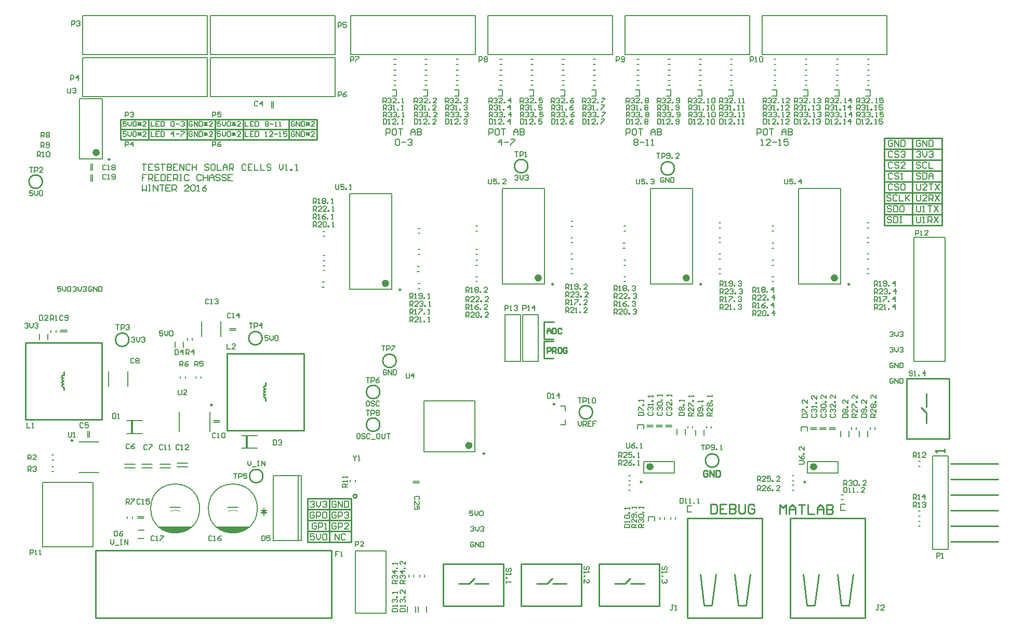
<source format=gto>
G04 Layer_Color=65535*
%FSLAX23Y23*%
%MOIN*%
G70*
G01*
G75*
%ADD31C,0.010*%
%ADD32C,0.008*%
%ADD76C,0.024*%
%ADD77C,0.010*%
%ADD78C,0.004*%
%ADD79C,0.005*%
%ADD80C,0.008*%
G36*
X1108Y604D02*
X1102D01*
X1089Y591D01*
X1080D01*
Y590D01*
X1076Y586D01*
X1068D01*
X1061Y579D01*
X1042D01*
X1038Y575D01*
X987D01*
X982Y580D01*
X967D01*
X960Y587D01*
X959Y586D01*
X950D01*
X941Y595D01*
X935D01*
X924Y606D01*
X918D01*
X909Y615D01*
Y616D01*
X1120D01*
X1108Y604D01*
D02*
G37*
G36*
X1478D02*
X1472D01*
X1459Y591D01*
X1450D01*
Y590D01*
X1446Y586D01*
X1438D01*
X1431Y579D01*
X1412D01*
X1408Y575D01*
X1357D01*
X1352Y580D01*
X1337D01*
X1330Y587D01*
X1329Y586D01*
X1320D01*
X1311Y595D01*
X1305D01*
X1294Y606D01*
X1288D01*
X1279Y615D01*
Y616D01*
X1490D01*
X1478Y604D01*
D02*
G37*
G36*
X1610Y700D02*
X1560D01*
X1585Y725D01*
X1610Y700D01*
D02*
G37*
D31*
X163Y2830D02*
G03*
X163Y2830I-43J0D01*
G01*
X2328Y1270D02*
G03*
X2328Y1270I-43J0D01*
G01*
X1573Y1825D02*
G03*
X1573Y1825I-43J0D01*
G01*
X718Y1815D02*
G03*
X718Y1815I-43J0D01*
G01*
X1578Y940D02*
G03*
X1578Y940I-43J0D01*
G01*
X2181Y811D02*
G03*
X2181Y811I-12J0D01*
G01*
X4218Y2915D02*
G03*
X4218Y2915I-43J0D01*
G01*
X4503Y1040D02*
G03*
X4503Y1040I-43J0D01*
G01*
X2433Y1680D02*
G03*
X2433Y1680I-43J0D01*
G01*
X2328Y1480D02*
G03*
X2328Y1480I-43J0D01*
G01*
X1594Y1459D02*
G03*
X1594Y1440I-1J-9D01*
G01*
X1594Y1479D02*
G03*
X1594Y1459I-2J-9D01*
G01*
X1595Y1518D02*
G03*
X1595Y1498I-3J-9D01*
G01*
X1595D02*
G03*
X1595Y1480I-2J-9D01*
G01*
X299Y1529D02*
G03*
X299Y1510I-1J-9D01*
G01*
X299Y1548D02*
G03*
X299Y1530I-2J-9D01*
G01*
X300Y1587D02*
G03*
X300Y1569I-3J-9D01*
G01*
X300D02*
G03*
X300Y1549I-2J-9D01*
G01*
X3278Y2930D02*
G03*
X3278Y2930I-43J0D01*
G01*
X3693Y1350D02*
G03*
X3693Y1350I-43J0D01*
G01*
X3735Y105D02*
X3751D01*
X3735D02*
Y376D01*
X4121D01*
Y105D02*
Y376D01*
X3751Y105D02*
X4121D01*
X3836Y250D02*
X3902D01*
X3936Y284D01*
X3938Y249D02*
X4024D01*
X3235Y105D02*
X3251D01*
X3235D02*
Y376D01*
X3621D01*
Y105D02*
Y376D01*
X3251Y105D02*
X3621D01*
X3336Y250D02*
X3402D01*
X3436Y284D01*
X3438Y249D02*
X3524D01*
X2735Y105D02*
X2751D01*
X2735D02*
Y376D01*
X3121D01*
Y105D02*
Y376D01*
X2751Y105D02*
X3121D01*
X2836Y250D02*
X2902D01*
X2936Y284D01*
X2938Y249D02*
X3024D01*
X5980Y1180D02*
Y1196D01*
X5709Y1180D02*
X5980D01*
X5709D02*
Y1566D01*
X5980D01*
Y1196D02*
Y1566D01*
X5835Y1281D02*
Y1347D01*
X5801Y1381D02*
X5835Y1347D01*
X5836Y1383D02*
Y1469D01*
X5990Y1019D02*
X6295D01*
X5990Y919D02*
X6295D01*
X5990Y719D02*
X6295D01*
X5990Y819D02*
X6295D01*
X5990Y519D02*
X6295D01*
X5990Y619D02*
X6295D01*
X1349Y1234D02*
X1841D01*
Y1726D01*
X1349D02*
X1841D01*
X1349Y1234D02*
Y1726D01*
X1595Y1518D02*
Y1541D01*
Y1422D02*
Y1440D01*
X54Y1304D02*
X546D01*
Y1796D01*
X54D02*
X546D01*
X54Y1304D02*
Y1796D01*
X300Y1587D02*
Y1611D01*
Y1492D02*
Y1510D01*
X4301Y30D02*
Y671D01*
Y30D02*
X4781D01*
Y671D01*
X4301D02*
X4781D01*
X4679Y110D02*
X4704Y309D01*
X4629Y110D02*
X4679D01*
X4604Y310D02*
X4629Y110D01*
X4384Y310D02*
X4409Y110D01*
X4459D01*
X4484Y309D01*
X4961Y30D02*
Y671D01*
Y30D02*
X5441D01*
Y671D01*
X4961D02*
X5441D01*
X5339Y110D02*
X5364Y309D01*
X5289Y110D02*
X5339D01*
X5264Y310D02*
X5289Y110D01*
X5044Y310D02*
X5069Y110D01*
X5119D01*
X5144Y309D01*
X503Y462D02*
X2019D01*
Y28D02*
Y462D01*
X503Y28D02*
X2019D01*
X503D02*
Y462D01*
X5565Y2550D02*
X5935D01*
X5570Y2620D02*
X5930D01*
X5570Y2690D02*
X5930D01*
X5570Y2760D02*
X5930D01*
X5570Y2830D02*
X5930D01*
X5570Y2900D02*
X5930D01*
X5570Y2970D02*
X5930D01*
X5570Y3040D02*
X5935D01*
X5565Y3110D02*
X5935D01*
X5565Y2550D02*
Y3110D01*
X5745Y2555D02*
Y3110D01*
X5935Y2550D02*
Y3110D01*
X2144Y515D02*
Y795D01*
X1865Y515D02*
Y795D01*
X2144D01*
X1870Y725D02*
X2140D01*
X1870Y655D02*
X2140D01*
X1870Y585D02*
X2140D01*
X1865Y515D02*
X2144D01*
X2005D02*
Y790D01*
X3380Y1820D02*
Y1930D01*
X3385D02*
X3445D01*
X3380Y1820D02*
X3440D01*
X3380Y1805D02*
X3440D01*
X3380Y1695D02*
Y1805D01*
Y1695D02*
X3440D01*
X665Y3100D02*
Y3230D01*
Y3100D02*
X1925D01*
X1090D02*
Y3230D01*
X670Y3165D02*
X1920D01*
X845Y3100D02*
Y3230D01*
X1270Y3100D02*
Y3230D01*
X1450Y3100D02*
Y3230D01*
X1745Y3100D02*
Y3230D01*
X665D02*
X1925D01*
Y3100D02*
Y3230D01*
X4895Y695D02*
Y755D01*
X4915Y735D01*
X4935Y755D01*
Y695D01*
X4955D02*
Y735D01*
X4975Y755D01*
X4995Y735D01*
Y695D01*
Y725D01*
X4955D01*
X5015Y755D02*
X5055D01*
X5035D01*
Y695D01*
X5075Y755D02*
Y695D01*
X5115D01*
X5135D02*
Y735D01*
X5155Y755D01*
X5175Y735D01*
Y695D01*
Y725D01*
X5135D01*
X5195Y755D02*
Y695D01*
X5225D01*
X5235Y705D01*
Y715D01*
X5225Y725D01*
X5195D01*
X5225D01*
X5235Y735D01*
Y745D01*
X5225Y755D01*
X5195D01*
X4450Y760D02*
Y700D01*
X4480D01*
X4490Y710D01*
Y750D01*
X4480Y760D01*
X4450D01*
X4550D02*
X4510D01*
Y700D01*
X4550D01*
X4510Y730D02*
X4530D01*
X4570Y760D02*
Y700D01*
X4600D01*
X4610Y710D01*
Y720D01*
X4600Y730D01*
X4570D01*
X4600D01*
X4610Y740D01*
Y750D01*
X4600Y760D01*
X4570D01*
X4630D02*
Y710D01*
X4640Y700D01*
X4660D01*
X4670Y710D01*
Y760D01*
X4730Y750D02*
X4720Y760D01*
X4700D01*
X4690Y750D01*
Y710D01*
X4700Y700D01*
X4720D01*
X4730Y710D01*
Y730D01*
X4710D01*
X5950Y1094D02*
Y1114D01*
Y1104D01*
X5890D01*
X5900Y1094D01*
X4432Y968D02*
X4425Y975D01*
X4412D01*
X4405Y968D01*
Y942D01*
X4412Y935D01*
X4425D01*
X4432Y942D01*
Y955D01*
X4418D01*
X4445Y935D02*
Y975D01*
X4472Y935D01*
Y975D01*
X4485D02*
Y935D01*
X4505D01*
X4512Y942D01*
Y968D01*
X4505Y975D01*
X4485D01*
X3400Y1730D02*
Y1765D01*
X3417D01*
X3423Y1759D01*
Y1747D01*
X3417Y1742D01*
X3400D01*
X3435Y1730D02*
Y1765D01*
X3452D01*
X3458Y1759D01*
Y1747D01*
X3452Y1742D01*
X3435D01*
X3447D02*
X3458Y1730D01*
X3487Y1765D02*
X3476D01*
X3470Y1759D01*
Y1736D01*
X3476Y1730D01*
X3487D01*
X3493Y1736D01*
Y1759D01*
X3487Y1765D01*
X3528Y1759D02*
X3522Y1765D01*
X3511D01*
X3505Y1759D01*
Y1736D01*
X3511Y1730D01*
X3522D01*
X3528Y1736D01*
Y1747D01*
X3517D01*
X3400Y1855D02*
Y1878D01*
X3412Y1890D01*
X3423Y1878D01*
Y1855D01*
Y1872D01*
X3400D01*
X3435Y1890D02*
Y1855D01*
X3452D01*
X3458Y1861D01*
Y1884D01*
X3452Y1890D01*
X3435D01*
X3493Y1884D02*
X3487Y1890D01*
X3476D01*
X3470Y1884D01*
Y1861D01*
X3476Y1855D01*
X3487D01*
X3493Y1861D01*
D32*
X1565Y720D02*
X1605D01*
X1585D02*
Y735D01*
Y685D02*
Y700D01*
X4748Y3130D02*
Y3170D01*
X4768D01*
X4775Y3164D01*
Y3150D01*
X4768Y3144D01*
X4748D01*
X4808Y3170D02*
X4795D01*
X4788Y3164D01*
Y3137D01*
X4795Y3130D01*
X4808D01*
X4815Y3137D01*
Y3164D01*
X4808Y3170D01*
X4828D02*
X4855D01*
X4841D01*
Y3130D01*
X4908D02*
Y3157D01*
X4921Y3170D01*
X4935Y3157D01*
Y3130D01*
Y3150D01*
X4908D01*
X4948Y3170D02*
Y3130D01*
X4968D01*
X4975Y3137D01*
Y3144D01*
X4968Y3150D01*
X4948D01*
X4968D01*
X4975Y3157D01*
Y3164D01*
X4968Y3170D01*
X4948D01*
X4775Y3063D02*
X4788D01*
X4781D01*
Y3103D01*
X4775Y3096D01*
X4835Y3063D02*
X4808D01*
X4835Y3090D01*
Y3096D01*
X4828Y3103D01*
X4815D01*
X4808Y3096D01*
X4848Y3083D02*
X4875D01*
X4888Y3063D02*
X4901D01*
X4895D01*
Y3103D01*
X4888Y3096D01*
X4948Y3103D02*
X4921D01*
Y3083D01*
X4935Y3090D01*
X4941D01*
X4948Y3083D01*
Y3070D01*
X4941Y3063D01*
X4928D01*
X4921Y3070D01*
X3908Y3130D02*
Y3170D01*
X3928D01*
X3935Y3164D01*
Y3150D01*
X3928Y3144D01*
X3908D01*
X3968Y3170D02*
X3955D01*
X3948Y3164D01*
Y3137D01*
X3955Y3130D01*
X3968D01*
X3975Y3137D01*
Y3164D01*
X3968Y3170D01*
X3988D02*
X4015D01*
X4001D01*
Y3130D01*
X4068D02*
Y3157D01*
X4081Y3170D01*
X4095Y3157D01*
Y3130D01*
Y3150D01*
X4068D01*
X4108Y3170D02*
Y3130D01*
X4128D01*
X4135Y3137D01*
Y3144D01*
X4128Y3150D01*
X4108D01*
X4128D01*
X4135Y3157D01*
Y3164D01*
X4128Y3170D01*
X4108D01*
X3958Y3096D02*
X3965Y3103D01*
X3978D01*
X3985Y3096D01*
Y3090D01*
X3978Y3083D01*
X3985Y3076D01*
Y3070D01*
X3978Y3063D01*
X3965D01*
X3958Y3070D01*
Y3076D01*
X3965Y3083D01*
X3958Y3090D01*
Y3096D01*
X3965Y3083D02*
X3978D01*
X3998D02*
X4025D01*
X4038Y3063D02*
X4051D01*
X4045D01*
Y3103D01*
X4038Y3096D01*
X4071Y3063D02*
X4085D01*
X4078D01*
Y3103D01*
X4071Y3096D01*
X3028Y3130D02*
Y3170D01*
X3048D01*
X3055Y3164D01*
Y3150D01*
X3048Y3144D01*
X3028D01*
X3088Y3170D02*
X3075D01*
X3068Y3164D01*
Y3137D01*
X3075Y3130D01*
X3088D01*
X3095Y3137D01*
Y3164D01*
X3088Y3170D01*
X3108D02*
X3135D01*
X3121D01*
Y3130D01*
X3188D02*
Y3157D01*
X3201Y3170D01*
X3215Y3157D01*
Y3130D01*
Y3150D01*
X3188D01*
X3228Y3170D02*
Y3130D01*
X3248D01*
X3255Y3137D01*
Y3144D01*
X3248Y3150D01*
X3228D01*
X3248D01*
X3255Y3157D01*
Y3164D01*
X3248Y3170D01*
X3228D01*
X3108Y3063D02*
Y3103D01*
X3088Y3083D01*
X3115D01*
X3128D02*
X3155D01*
X3168Y3103D02*
X3195D01*
Y3096D01*
X3168Y3070D01*
Y3063D01*
X2368Y3130D02*
Y3170D01*
X2388D01*
X2395Y3164D01*
Y3150D01*
X2388Y3144D01*
X2368D01*
X2428Y3170D02*
X2415D01*
X2408Y3164D01*
Y3137D01*
X2415Y3130D01*
X2428D01*
X2435Y3137D01*
Y3164D01*
X2428Y3170D01*
X2448D02*
X2475D01*
X2461D01*
Y3130D01*
X2528D02*
Y3157D01*
X2541Y3170D01*
X2555Y3157D01*
Y3130D01*
Y3150D01*
X2528D01*
X2568Y3170D02*
Y3130D01*
X2588D01*
X2595Y3137D01*
Y3144D01*
X2588Y3150D01*
X2568D01*
X2588D01*
X2595Y3157D01*
Y3164D01*
X2588Y3170D01*
X2568D01*
X2428Y3096D02*
X2435Y3103D01*
X2448D01*
X2455Y3096D01*
Y3070D01*
X2448Y3063D01*
X2435D01*
X2428Y3070D01*
Y3096D01*
X2468Y3083D02*
X2495D01*
X2508Y3096D02*
X2515Y3103D01*
X2528D01*
X2535Y3096D01*
Y3090D01*
X2528Y3083D01*
X2521D01*
X2528D01*
X2535Y3076D01*
Y3070D01*
X2528Y3063D01*
X2515D01*
X2508Y3070D01*
X803Y2942D02*
X830D01*
X816D01*
Y2902D01*
X870Y2942D02*
X843D01*
Y2902D01*
X870D01*
X843Y2922D02*
X856D01*
X910Y2936D02*
X903Y2942D01*
X890D01*
X883Y2936D01*
Y2929D01*
X890Y2922D01*
X903D01*
X910Y2916D01*
Y2909D01*
X903Y2902D01*
X890D01*
X883Y2909D01*
X923Y2942D02*
X950D01*
X936D01*
Y2902D01*
X963Y2942D02*
Y2902D01*
X983D01*
X990Y2909D01*
Y2916D01*
X983Y2922D01*
X963D01*
X983D01*
X990Y2929D01*
Y2936D01*
X983Y2942D01*
X963D01*
X1030D02*
X1003D01*
Y2902D01*
X1030D01*
X1003Y2922D02*
X1016D01*
X1043Y2902D02*
Y2942D01*
X1070Y2902D01*
Y2942D01*
X1110Y2936D02*
X1103Y2942D01*
X1090D01*
X1083Y2936D01*
Y2909D01*
X1090Y2902D01*
X1103D01*
X1110Y2909D01*
X1123Y2942D02*
Y2902D01*
Y2922D01*
X1150D01*
Y2942D01*
Y2902D01*
X1230Y2936D02*
X1223Y2942D01*
X1210D01*
X1203Y2936D01*
Y2929D01*
X1210Y2922D01*
X1223D01*
X1230Y2916D01*
Y2909D01*
X1223Y2902D01*
X1210D01*
X1203Y2909D01*
X1263Y2942D02*
X1250D01*
X1243Y2936D01*
Y2909D01*
X1250Y2902D01*
X1263D01*
X1270Y2909D01*
Y2936D01*
X1263Y2942D01*
X1283D02*
Y2902D01*
X1310D01*
X1323D02*
Y2929D01*
X1336Y2942D01*
X1349Y2929D01*
Y2902D01*
Y2922D01*
X1323D01*
X1363Y2902D02*
Y2942D01*
X1383D01*
X1389Y2936D01*
Y2922D01*
X1383Y2916D01*
X1363D01*
X1376D02*
X1389Y2902D01*
X1469Y2936D02*
X1463Y2942D01*
X1449D01*
X1443Y2936D01*
Y2909D01*
X1449Y2902D01*
X1463D01*
X1469Y2909D01*
X1509Y2942D02*
X1483D01*
Y2902D01*
X1509D01*
X1483Y2922D02*
X1496D01*
X1523Y2942D02*
Y2902D01*
X1549D01*
X1563Y2942D02*
Y2902D01*
X1589D01*
X1629Y2936D02*
X1623Y2942D01*
X1609D01*
X1603Y2936D01*
Y2929D01*
X1609Y2922D01*
X1623D01*
X1629Y2916D01*
Y2909D01*
X1623Y2902D01*
X1609D01*
X1603Y2909D01*
X1683Y2942D02*
Y2916D01*
X1696Y2902D01*
X1709Y2916D01*
Y2942D01*
X1723Y2902D02*
X1736D01*
X1729D01*
Y2942D01*
X1723Y2936D01*
X1756Y2902D02*
Y2909D01*
X1763D01*
Y2902D01*
X1756D01*
X1789D02*
X1803D01*
X1796D01*
Y2942D01*
X1789Y2936D01*
X830Y2875D02*
X803D01*
Y2855D01*
X816D01*
X803D01*
Y2835D01*
X843D02*
Y2875D01*
X863D01*
X870Y2869D01*
Y2855D01*
X863Y2849D01*
X843D01*
X856D02*
X870Y2835D01*
X910Y2875D02*
X883D01*
Y2835D01*
X910D01*
X883Y2855D02*
X896D01*
X923Y2875D02*
Y2835D01*
X943D01*
X950Y2842D01*
Y2869D01*
X943Y2875D01*
X923D01*
X990D02*
X963D01*
Y2835D01*
X990D01*
X963Y2855D02*
X976D01*
X1003Y2835D02*
Y2875D01*
X1023D01*
X1030Y2869D01*
Y2855D01*
X1023Y2849D01*
X1003D01*
X1016D02*
X1030Y2835D01*
X1043Y2875D02*
X1056D01*
X1050D01*
Y2835D01*
X1043D01*
X1056D01*
X1103Y2869D02*
X1096Y2875D01*
X1083D01*
X1076Y2869D01*
Y2842D01*
X1083Y2835D01*
X1096D01*
X1103Y2842D01*
X1183Y2869D02*
X1176Y2875D01*
X1163D01*
X1156Y2869D01*
Y2842D01*
X1163Y2835D01*
X1176D01*
X1183Y2842D01*
X1196Y2875D02*
Y2835D01*
Y2855D01*
X1223D01*
Y2875D01*
Y2835D01*
X1236D02*
Y2862D01*
X1250Y2875D01*
X1263Y2862D01*
Y2835D01*
Y2855D01*
X1236D01*
X1303Y2869D02*
X1296Y2875D01*
X1283D01*
X1276Y2869D01*
Y2862D01*
X1283Y2855D01*
X1296D01*
X1303Y2849D01*
Y2842D01*
X1296Y2835D01*
X1283D01*
X1276Y2842D01*
X1343Y2869D02*
X1336Y2875D01*
X1323D01*
X1316Y2869D01*
Y2862D01*
X1323Y2855D01*
X1336D01*
X1343Y2849D01*
Y2842D01*
X1336Y2835D01*
X1323D01*
X1316Y2842D01*
X1383Y2875D02*
X1356D01*
Y2835D01*
X1383D01*
X1356Y2855D02*
X1369D01*
X803Y2808D02*
Y2768D01*
X816Y2781D01*
X830Y2768D01*
Y2808D01*
X843D02*
X856D01*
X850D01*
Y2768D01*
X843D01*
X856D01*
X876D02*
Y2808D01*
X903Y2768D01*
Y2808D01*
X916D02*
X943D01*
X930D01*
Y2768D01*
X983Y2808D02*
X956D01*
Y2768D01*
X983D01*
X956Y2788D02*
X970D01*
X996Y2768D02*
Y2808D01*
X1016D01*
X1023Y2801D01*
Y2788D01*
X1016Y2781D01*
X996D01*
X1010D02*
X1023Y2768D01*
X1103D02*
X1076D01*
X1103Y2795D01*
Y2801D01*
X1096Y2808D01*
X1083D01*
X1076Y2801D01*
X1116D02*
X1123Y2808D01*
X1136D01*
X1143Y2801D01*
Y2775D01*
X1136Y2768D01*
X1123D01*
X1116Y2775D01*
Y2801D01*
X1156Y2768D02*
X1170D01*
X1163D01*
Y2808D01*
X1156Y2801D01*
X1216Y2808D02*
X1203Y2801D01*
X1190Y2788D01*
Y2775D01*
X1196Y2768D01*
X1210D01*
X1216Y2775D01*
Y2781D01*
X1210Y2788D01*
X1190D01*
X2040Y530D02*
Y570D01*
X2067Y530D01*
Y570D01*
X2107Y563D02*
X2100Y570D01*
X2087D01*
X2080Y563D01*
Y537D01*
X2087Y530D01*
X2100D01*
X2107Y537D01*
X1907Y570D02*
X1880D01*
Y550D01*
X1893Y557D01*
X1900D01*
X1907Y550D01*
Y537D01*
X1900Y530D01*
X1887D01*
X1880Y537D01*
X1920Y570D02*
Y543D01*
X1933Y530D01*
X1947Y543D01*
Y570D01*
X1960Y563D02*
X1967Y570D01*
X1980D01*
X1987Y563D01*
Y537D01*
X1980Y530D01*
X1967D01*
X1960Y537D01*
Y563D01*
X5770Y2605D02*
Y2572D01*
X5777Y2565D01*
X5790D01*
X5797Y2572D01*
Y2605D01*
X5810Y2565D02*
X5823D01*
X5817D01*
Y2605D01*
X5810Y2598D01*
X5843Y2565D02*
Y2605D01*
X5863D01*
X5870Y2598D01*
Y2585D01*
X5863Y2578D01*
X5843D01*
X5857D02*
X5870Y2565D01*
X5883Y2605D02*
X5910Y2565D01*
Y2605D02*
X5883Y2565D01*
X5770Y2675D02*
Y2642D01*
X5777Y2635D01*
X5790D01*
X5797Y2642D01*
Y2675D01*
X5810Y2635D02*
X5823D01*
X5817D01*
Y2675D01*
X5810Y2668D01*
X5843Y2675D02*
X5870D01*
X5857D01*
Y2635D01*
X5883Y2675D02*
X5910Y2635D01*
Y2675D02*
X5883Y2635D01*
X5770Y2745D02*
Y2712D01*
X5777Y2705D01*
X5790D01*
X5797Y2712D01*
Y2745D01*
X5837Y2705D02*
X5810D01*
X5837Y2732D01*
Y2738D01*
X5830Y2745D01*
X5817D01*
X5810Y2738D01*
X5850Y2705D02*
Y2745D01*
X5870D01*
X5877Y2738D01*
Y2725D01*
X5870Y2718D01*
X5850D01*
X5863D02*
X5877Y2705D01*
X5890Y2745D02*
X5917Y2705D01*
Y2745D02*
X5890Y2705D01*
X5770Y2815D02*
Y2782D01*
X5777Y2775D01*
X5790D01*
X5797Y2782D01*
Y2815D01*
X5837Y2775D02*
X5810D01*
X5837Y2802D01*
Y2808D01*
X5830Y2815D01*
X5817D01*
X5810Y2808D01*
X5850Y2815D02*
X5877D01*
X5863D01*
Y2775D01*
X5890Y2815D02*
X5917Y2775D01*
Y2815D02*
X5890Y2775D01*
X5797Y2878D02*
X5790Y2885D01*
X5777D01*
X5770Y2878D01*
Y2872D01*
X5777Y2865D01*
X5790D01*
X5797Y2858D01*
Y2852D01*
X5790Y2845D01*
X5777D01*
X5770Y2852D01*
X5810Y2885D02*
Y2845D01*
X5830D01*
X5837Y2852D01*
Y2878D01*
X5830Y2885D01*
X5810D01*
X5850Y2845D02*
Y2872D01*
X5863Y2885D01*
X5877Y2872D01*
Y2845D01*
Y2865D01*
X5850D01*
X5797Y2948D02*
X5790Y2955D01*
X5777D01*
X5770Y2948D01*
Y2942D01*
X5777Y2935D01*
X5790D01*
X5797Y2928D01*
Y2922D01*
X5790Y2915D01*
X5777D01*
X5770Y2922D01*
X5837Y2948D02*
X5830Y2955D01*
X5817D01*
X5810Y2948D01*
Y2922D01*
X5817Y2915D01*
X5830D01*
X5837Y2922D01*
X5850Y2955D02*
Y2915D01*
X5877D01*
X5770Y3018D02*
X5777Y3025D01*
X5790D01*
X5797Y3018D01*
Y3012D01*
X5790Y3005D01*
X5783D01*
X5790D01*
X5797Y2998D01*
Y2992D01*
X5790Y2985D01*
X5777D01*
X5770Y2992D01*
X5810Y3025D02*
Y2998D01*
X5823Y2985D01*
X5837Y2998D01*
Y3025D01*
X5850Y3018D02*
X5857Y3025D01*
X5870D01*
X5877Y3018D01*
Y3012D01*
X5870Y3005D01*
X5863D01*
X5870D01*
X5877Y2998D01*
Y2992D01*
X5870Y2985D01*
X5857D01*
X5850Y2992D01*
X5797Y3088D02*
X5790Y3095D01*
X5777D01*
X5770Y3088D01*
Y3062D01*
X5777Y3055D01*
X5790D01*
X5797Y3062D01*
Y3075D01*
X5783D01*
X5810Y3055D02*
Y3095D01*
X5837Y3055D01*
Y3095D01*
X5850D02*
Y3055D01*
X5870D01*
X5877Y3062D01*
Y3088D01*
X5870Y3095D01*
X5850D01*
X5617Y3088D02*
X5610Y3095D01*
X5597D01*
X5590Y3088D01*
Y3062D01*
X5597Y3055D01*
X5610D01*
X5617Y3062D01*
Y3075D01*
X5603D01*
X5630Y3055D02*
Y3095D01*
X5657Y3055D01*
Y3095D01*
X5670D02*
Y3055D01*
X5690D01*
X5697Y3062D01*
Y3088D01*
X5690Y3095D01*
X5670D01*
X5617Y3018D02*
X5610Y3025D01*
X5597D01*
X5590Y3018D01*
Y2992D01*
X5597Y2985D01*
X5610D01*
X5617Y2992D01*
X5657Y3018D02*
X5650Y3025D01*
X5637D01*
X5630Y3018D01*
Y3012D01*
X5637Y3005D01*
X5650D01*
X5657Y2998D01*
Y2992D01*
X5650Y2985D01*
X5637D01*
X5630Y2992D01*
X5670Y3018D02*
X5677Y3025D01*
X5690D01*
X5697Y3018D01*
Y3012D01*
X5690Y3005D01*
X5683D01*
X5690D01*
X5697Y2998D01*
Y2992D01*
X5690Y2985D01*
X5677D01*
X5670Y2992D01*
X5617Y2948D02*
X5610Y2955D01*
X5597D01*
X5590Y2948D01*
Y2922D01*
X5597Y2915D01*
X5610D01*
X5617Y2922D01*
X5657Y2948D02*
X5650Y2955D01*
X5637D01*
X5630Y2948D01*
Y2942D01*
X5637Y2935D01*
X5650D01*
X5657Y2928D01*
Y2922D01*
X5650Y2915D01*
X5637D01*
X5630Y2922D01*
X5697Y2915D02*
X5670D01*
X5697Y2942D01*
Y2948D01*
X5690Y2955D01*
X5677D01*
X5670Y2948D01*
X5617Y2878D02*
X5610Y2885D01*
X5597D01*
X5590Y2878D01*
Y2852D01*
X5597Y2845D01*
X5610D01*
X5617Y2852D01*
X5657Y2878D02*
X5650Y2885D01*
X5637D01*
X5630Y2878D01*
Y2872D01*
X5637Y2865D01*
X5650D01*
X5657Y2858D01*
Y2852D01*
X5650Y2845D01*
X5637D01*
X5630Y2852D01*
X5670Y2845D02*
X5683D01*
X5677D01*
Y2885D01*
X5670Y2878D01*
X5617Y2808D02*
X5610Y2815D01*
X5597D01*
X5590Y2808D01*
Y2782D01*
X5597Y2775D01*
X5610D01*
X5617Y2782D01*
X5657Y2808D02*
X5650Y2815D01*
X5637D01*
X5630Y2808D01*
Y2802D01*
X5637Y2795D01*
X5650D01*
X5657Y2788D01*
Y2782D01*
X5650Y2775D01*
X5637D01*
X5630Y2782D01*
X5670Y2808D02*
X5677Y2815D01*
X5690D01*
X5697Y2808D01*
Y2782D01*
X5690Y2775D01*
X5677D01*
X5670Y2782D01*
Y2808D01*
X5607Y2738D02*
X5600Y2745D01*
X5587D01*
X5580Y2738D01*
Y2732D01*
X5587Y2725D01*
X5600D01*
X5607Y2718D01*
Y2712D01*
X5600Y2705D01*
X5587D01*
X5580Y2712D01*
X5647Y2738D02*
X5640Y2745D01*
X5627D01*
X5620Y2738D01*
Y2712D01*
X5627Y2705D01*
X5640D01*
X5647Y2712D01*
X5660Y2745D02*
Y2705D01*
X5687D01*
X5700Y2745D02*
Y2705D01*
Y2718D01*
X5727Y2745D01*
X5707Y2725D01*
X5727Y2705D01*
X5612Y2668D02*
X5605Y2675D01*
X5592D01*
X5585Y2668D01*
Y2662D01*
X5592Y2655D01*
X5605D01*
X5612Y2648D01*
Y2642D01*
X5605Y2635D01*
X5592D01*
X5585Y2642D01*
X5625Y2675D02*
Y2635D01*
X5645D01*
X5652Y2642D01*
Y2668D01*
X5645Y2675D01*
X5625D01*
X5685D02*
X5672D01*
X5665Y2668D01*
Y2642D01*
X5672Y2635D01*
X5685D01*
X5692Y2642D01*
Y2668D01*
X5685Y2675D01*
X5612Y2598D02*
X5605Y2605D01*
X5592D01*
X5585Y2598D01*
Y2592D01*
X5592Y2585D01*
X5605D01*
X5612Y2578D01*
Y2572D01*
X5605Y2565D01*
X5592D01*
X5585Y2572D01*
X5625Y2605D02*
Y2565D01*
X5645D01*
X5652Y2572D01*
Y2598D01*
X5645Y2605D01*
X5625D01*
X5665D02*
X5678D01*
X5672D01*
Y2565D01*
X5665D01*
X5678D01*
X2047Y773D02*
X2040Y780D01*
X2027D01*
X2020Y773D01*
Y747D01*
X2027Y740D01*
X2040D01*
X2047Y747D01*
Y760D01*
X2033D01*
X2060Y740D02*
Y780D01*
X2087Y740D01*
Y780D01*
X2100D02*
Y740D01*
X2120D01*
X2127Y747D01*
Y773D01*
X2120Y780D01*
X2100D01*
X1907Y703D02*
X1900Y710D01*
X1887D01*
X1880Y703D01*
Y677D01*
X1887Y670D01*
X1900D01*
X1907Y677D01*
Y690D01*
X1893D01*
X1920Y670D02*
Y710D01*
X1940D01*
X1947Y703D01*
Y690D01*
X1940Y683D01*
X1920D01*
X1960Y703D02*
X1967Y710D01*
X1980D01*
X1987Y703D01*
Y677D01*
X1980Y670D01*
X1967D01*
X1960Y677D01*
Y703D01*
X1880Y773D02*
X1887Y780D01*
X1900D01*
X1907Y773D01*
Y767D01*
X1900Y760D01*
X1893D01*
X1900D01*
X1907Y753D01*
Y747D01*
X1900Y740D01*
X1887D01*
X1880Y747D01*
X1920Y780D02*
Y753D01*
X1933Y740D01*
X1947Y753D01*
Y780D01*
X1960Y773D02*
X1967Y780D01*
X1980D01*
X1987Y773D01*
Y767D01*
X1980Y760D01*
X1973D01*
X1980D01*
X1987Y753D01*
Y747D01*
X1980Y740D01*
X1967D01*
X1960Y747D01*
X1922Y633D02*
X1915Y640D01*
X1902D01*
X1895Y633D01*
Y607D01*
X1902Y600D01*
X1915D01*
X1922Y607D01*
Y620D01*
X1908D01*
X1935Y600D02*
Y640D01*
X1955D01*
X1962Y633D01*
Y620D01*
X1955Y613D01*
X1935D01*
X1975Y600D02*
X1988D01*
X1982D01*
Y640D01*
X1975Y633D01*
X2047D02*
X2040Y640D01*
X2027D01*
X2020Y633D01*
Y607D01*
X2027Y600D01*
X2040D01*
X2047Y607D01*
Y620D01*
X2033D01*
X2060Y600D02*
Y640D01*
X2080D01*
X2087Y633D01*
Y620D01*
X2080Y613D01*
X2060D01*
X2127Y600D02*
X2100D01*
X2127Y627D01*
Y633D01*
X2120Y640D01*
X2107D01*
X2100Y633D01*
X2047Y703D02*
X2040Y710D01*
X2027D01*
X2020Y703D01*
Y677D01*
X2027Y670D01*
X2040D01*
X2047Y677D01*
Y690D01*
X2033D01*
X2060Y670D02*
Y710D01*
X2080D01*
X2087Y703D01*
Y690D01*
X2080Y683D01*
X2060D01*
X2100Y703D02*
X2107Y710D01*
X2120D01*
X2127Y703D01*
Y697D01*
X2120Y690D01*
X2113D01*
X2120D01*
X2127Y683D01*
Y677D01*
X2120Y670D01*
X2107D01*
X2100Y677D01*
D76*
X5123Y1000D02*
G03*
X5123Y1000I-12J0D01*
G01*
X4073D02*
G03*
X4073Y1000I-12J0D01*
G01*
X2376Y2177D02*
G03*
X2376Y2177I-12J0D01*
G01*
X3356Y2212D02*
G03*
X3356Y2212I-12J0D01*
G01*
X4306D02*
G03*
X4306Y2212I-12J0D01*
G01*
X5256D02*
G03*
X5256Y2212I-12J0D01*
G01*
X2911Y1136D02*
G03*
X2911Y1136I-12J0D01*
G01*
X520Y3017D02*
G03*
X520Y3017I-12J0D01*
G01*
D77*
X5059Y902D02*
G03*
X5059Y902I-5J0D01*
G01*
X4009D02*
G03*
X4009Y902I-5J0D01*
G01*
X2462Y2137D02*
G03*
X2462Y2137I-5J0D01*
G01*
X3442Y2172D02*
G03*
X3442Y2172I-5J0D01*
G01*
X4392D02*
G03*
X4392Y2172I-5J0D01*
G01*
X5342D02*
G03*
X5342Y2172I-5J0D01*
G01*
X3000Y1085D02*
G03*
X3000Y1085I-5J0D01*
G01*
X596Y2973D02*
G03*
X596Y2973I-5J0D01*
G01*
X1253Y1397D02*
G03*
X1253Y1397I-5J0D01*
G01*
X358Y1168D02*
G03*
X358Y1168I-5J0D01*
G01*
X3450Y1401D02*
G03*
X3450Y1401I-5J0D01*
G01*
D78*
X1046Y715D02*
G03*
X983Y713I-29J-62D01*
G01*
X1416Y715D02*
G03*
X1353Y713I-29J-62D01*
G01*
X1173Y1742D02*
G03*
X1173Y1742I-2J0D01*
G01*
X726Y1708D02*
G03*
X726Y1708I-2J0D01*
G01*
D79*
X1172Y732D02*
G03*
X1172Y732I-157J0D01*
G01*
X1542D02*
G03*
X1542Y732I-157J0D01*
G01*
X224Y1001D02*
X236D01*
X224Y969D02*
X236D01*
X224Y1044D02*
X236D01*
X224Y1076D02*
X236D01*
X251Y1864D02*
Y1876D01*
X219Y1864D02*
Y1876D01*
X143Y1817D02*
Y1852D01*
X197Y1817D02*
Y1852D01*
X5457Y3449D02*
X5469D01*
X5457Y3481D02*
X5469D01*
X5257Y3449D02*
X5269D01*
X5257Y3481D02*
X5269D01*
X5057Y3449D02*
X5069D01*
X5057Y3481D02*
X5069D01*
X4857Y3449D02*
X4869D01*
X4857Y3481D02*
X4869D01*
X4577Y3449D02*
X4589D01*
X4577Y3481D02*
X4589D01*
X4379Y3449D02*
X4391D01*
X4379Y3481D02*
X4391D01*
X4179Y3449D02*
X4191D01*
X4179Y3481D02*
X4191D01*
X3979Y3449D02*
X3991D01*
X3979Y3481D02*
X3991D01*
X3699Y3449D02*
X3711D01*
X3699Y3481D02*
X3711D01*
X3499Y3449D02*
X3511D01*
X3499Y3481D02*
X3511D01*
X3299Y3449D02*
X3311D01*
X3299Y3481D02*
X3311D01*
X3099Y3449D02*
X3111D01*
X3099Y3481D02*
X3111D01*
X2819Y3449D02*
X2831D01*
X2819Y3481D02*
X2831D01*
X2619Y3449D02*
X2631D01*
X2619Y3481D02*
X2631D01*
X2419Y3449D02*
X2431D01*
X2419Y3481D02*
X2431D01*
X5457Y3616D02*
X5469D01*
X5457Y3584D02*
X5469D01*
X5257Y3616D02*
X5269D01*
X5257Y3584D02*
X5269D01*
X5057Y3616D02*
X5069D01*
X5057Y3584D02*
X5069D01*
X4857Y3616D02*
X4869D01*
X4857Y3584D02*
X4869D01*
X4577Y3616D02*
X4589D01*
X4577Y3584D02*
X4589D01*
X4379Y3616D02*
X4391D01*
X4379Y3584D02*
X4391D01*
X4179Y3616D02*
X4191D01*
X4179Y3584D02*
X4191D01*
X3979Y3616D02*
X3991D01*
X3979Y3584D02*
X3991D01*
X3699Y3616D02*
X3711D01*
X3699Y3584D02*
X3711D01*
X3499Y3616D02*
X3511D01*
X3499Y3584D02*
X3511D01*
X3299Y3616D02*
X3311D01*
X3299Y3584D02*
X3311D01*
X3099Y3616D02*
X3111D01*
X3099Y3584D02*
X3111D01*
X2819Y3616D02*
X2831D01*
X2819Y3584D02*
X2831D01*
X2619Y3616D02*
X2631D01*
X2619Y3584D02*
X2631D01*
X2419Y3616D02*
X2431D01*
X2419Y3584D02*
X2431D01*
X5457Y3514D02*
X5469D01*
X5457Y3546D02*
X5469D01*
X5257Y3514D02*
X5269D01*
X5257Y3546D02*
X5269D01*
X5057Y3514D02*
X5069D01*
X5057Y3546D02*
X5069D01*
X4857Y3514D02*
X4869D01*
X4857Y3546D02*
X4869D01*
X4577Y3514D02*
X4589D01*
X4577Y3546D02*
X4589D01*
X4379Y3514D02*
X4391D01*
X4379Y3546D02*
X4391D01*
X4179Y3514D02*
X4191D01*
X4179Y3546D02*
X4191D01*
X3979Y3514D02*
X3991D01*
X3979Y3546D02*
X3991D01*
X3699Y3514D02*
X3711D01*
X3699Y3546D02*
X3711D01*
X3499Y3514D02*
X3511D01*
X3499Y3546D02*
X3511D01*
X3299Y3514D02*
X3311D01*
X3299Y3546D02*
X3311D01*
X3099Y3514D02*
X3111D01*
X3099Y3546D02*
X3111D01*
X2819Y3514D02*
X2831D01*
X2819Y3546D02*
X2831D01*
X2619Y3514D02*
X2631D01*
X2619Y3546D02*
X2631D01*
X2419Y3514D02*
X2431D01*
X2419Y3546D02*
X2431D01*
X5446Y3420D02*
X5473D01*
X5446Y3380D02*
X5473D01*
X5246Y3420D02*
X5273D01*
X5246Y3380D02*
X5273D01*
X5046Y3420D02*
X5073D01*
X5046Y3380D02*
X5073D01*
X4846Y3420D02*
X4873D01*
X4846Y3380D02*
X4873D01*
X4566Y3420D02*
X4593D01*
X4566Y3380D02*
X4593D01*
X4367Y3420D02*
X4395D01*
X4367Y3380D02*
X4395D01*
X4167Y3420D02*
X4195D01*
X4167Y3380D02*
X4195D01*
X3967Y3420D02*
X3995D01*
X3967Y3380D02*
X3995D01*
X3687Y3420D02*
X3715D01*
X3687Y3380D02*
X3715D01*
X3487Y3420D02*
X3515D01*
X3487Y3380D02*
X3515D01*
X3287Y3420D02*
X3315D01*
X3287Y3380D02*
X3315D01*
X3087Y3420D02*
X3115D01*
X3087Y3380D02*
X3115D01*
X2807Y3420D02*
X2835D01*
X2807Y3380D02*
X2835D01*
X2607Y3420D02*
X2635D01*
X2607Y3380D02*
X2635D01*
X2407Y3420D02*
X2435D01*
X2407Y3380D02*
X2435D01*
X5289Y789D02*
X5301D01*
X5289Y821D02*
X5301D01*
X4194Y664D02*
Y676D01*
X4226Y664D02*
Y676D01*
X4124Y664D02*
Y676D01*
X4156Y664D02*
Y676D01*
X5474Y1241D02*
Y1253D01*
X5506Y1241D02*
Y1253D01*
X4424Y1249D02*
Y1261D01*
X4456Y1249D02*
Y1261D01*
X5354Y1241D02*
Y1253D01*
X5386Y1241D02*
Y1253D01*
X4304Y1249D02*
Y1261D01*
X4336Y1249D02*
Y1261D01*
X4974Y883D02*
X4986D01*
X4974Y851D02*
X4986D01*
X3924Y883D02*
X3936D01*
X3924Y851D02*
X3936D01*
X4974Y943D02*
X4986D01*
X4974Y911D02*
X4986D01*
X3924Y943D02*
X3936D01*
X3924Y911D02*
X3936D01*
X2574Y2531D02*
X2586D01*
X2574Y2499D02*
X2586D01*
X3554Y2576D02*
X3566D01*
X3554Y2544D02*
X3566D01*
X4504Y2566D02*
X4516D01*
X4504Y2534D02*
X4516D01*
X5454Y2566D02*
X5466D01*
X5454Y2534D02*
X5466D01*
X1964Y2479D02*
X1976D01*
X1964Y2511D02*
X1976D01*
X2944Y2514D02*
X2956D01*
X2944Y2546D02*
X2956D01*
X3894Y2514D02*
X3906D01*
X3894Y2546D02*
X3906D01*
X4844Y2514D02*
X4856D01*
X4844Y2546D02*
X4856D01*
X2569Y2286D02*
X2581D01*
X2569Y2254D02*
X2581D01*
X3554Y2366D02*
X3566D01*
X3554Y2334D02*
X3566D01*
X4504Y2366D02*
X4516D01*
X4504Y2334D02*
X4516D01*
X5454Y2366D02*
X5466D01*
X5454Y2334D02*
X5466D01*
X1964Y2259D02*
X1976D01*
X1964Y2291D02*
X1976D01*
X2944Y2294D02*
X2956D01*
X2944Y2326D02*
X2956D01*
X3894Y2294D02*
X3906D01*
X3894Y2326D02*
X3906D01*
X4844Y2294D02*
X4856D01*
X4844Y2326D02*
X4856D01*
X5784Y684D02*
X5796D01*
X5784Y716D02*
X5796D01*
X5784Y619D02*
X5796D01*
X5784Y651D02*
X5796D01*
X5784Y1004D02*
X5796D01*
X5784Y1036D02*
X5796D01*
X2139Y904D02*
Y916D01*
X2171Y904D02*
Y916D01*
X741Y669D02*
Y681D01*
X709Y669D02*
Y681D01*
X1081Y1569D02*
Y1581D01*
X1049Y1569D02*
Y1581D01*
X1149Y1569D02*
Y1581D01*
X1181Y1569D02*
Y1581D01*
X1126Y1814D02*
Y1826D01*
X1094Y1814D02*
Y1826D01*
X5285Y720D02*
X5313D01*
X5285Y760D02*
X5313D01*
X4300Y710D02*
X4328D01*
X4300Y750D02*
X4328D01*
X4050Y652D02*
Y680D01*
X4090Y652D02*
Y680D01*
X5403Y1193D02*
Y1229D01*
X5457Y1193D02*
Y1229D01*
X4353Y1202D02*
Y1237D01*
X4407Y1202D02*
Y1237D01*
X5283Y1193D02*
Y1229D01*
X5337Y1193D02*
Y1229D01*
X4233Y1207D02*
Y1242D01*
X4287Y1207D02*
Y1242D01*
X5030Y1229D02*
Y1257D01*
X5070Y1229D02*
Y1257D01*
X3980Y1242D02*
Y1270D01*
X4020Y1242D02*
Y1270D01*
X778Y538D02*
X813D01*
X778Y592D02*
X813D01*
X1013Y1767D02*
Y1802D01*
X1067Y1767D02*
Y1802D01*
X1477Y1121D02*
Y1187D01*
X1440Y1119D02*
X1541D01*
X1440Y1201D02*
X1541D01*
X1473Y1122D02*
Y1188D01*
X1470Y1122D02*
Y1201D01*
X1474Y1120D02*
Y1199D01*
X1477Y1121D02*
Y1200D01*
X742Y1216D02*
Y1282D01*
X705Y1214D02*
X806D01*
X705Y1296D02*
X806D01*
X738Y1217D02*
Y1283D01*
X735Y1217D02*
Y1296D01*
X739Y1215D02*
Y1294D01*
X742Y1216D02*
Y1295D01*
X5210Y1241D02*
X5251D01*
X5210Y1251D02*
X5251D01*
X4160Y1255D02*
X4201D01*
X4160Y1265D02*
X4201D01*
X5090Y1241D02*
X5131D01*
X5090Y1251D02*
X5131D01*
X4040Y1255D02*
X4081D01*
X4040Y1265D02*
X4081D01*
X5150Y1241D02*
X5191D01*
X5150Y1251D02*
X5191D01*
X4100Y1255D02*
X4141D01*
X4100Y1265D02*
X4141D01*
X2540Y895D02*
X2581D01*
X2540Y905D02*
X2581D01*
X475Y2904D02*
Y2945D01*
X485Y2904D02*
Y2945D01*
X981Y739D02*
X1048D01*
X1351D02*
X1418D01*
X775Y670D02*
X816D01*
X775Y680D02*
X816D01*
X1364Y1885D02*
X1405D01*
X1364Y1875D02*
X1405D01*
X1027Y998D02*
X1094D01*
X1027Y1022D02*
X1094D01*
X917Y993D02*
X984D01*
X917Y1017D02*
X984D01*
X1260Y1285D02*
X1301D01*
X1260Y1295D02*
X1301D01*
X279Y1875D02*
X320D01*
X279Y1865D02*
X320D01*
X802Y993D02*
X869D01*
X802Y1017D02*
X869D01*
X692Y993D02*
X759D01*
X692Y1017D02*
X759D01*
X465Y1190D02*
Y1231D01*
X455Y1190D02*
Y1231D01*
X1645Y3304D02*
Y3345D01*
X1635Y3304D02*
Y3345D01*
X485Y2834D02*
Y2875D01*
X475Y2834D02*
Y2875D01*
X2557Y67D02*
Y102D01*
X2503Y67D02*
Y102D01*
X2627Y67D02*
Y102D01*
X2573Y67D02*
Y102D01*
X2546Y294D02*
Y306D01*
X2514Y294D02*
Y306D01*
X2616Y294D02*
Y306D01*
X2584Y294D02*
Y306D01*
X3889Y2436D02*
X3901D01*
X3889Y2404D02*
X3901D01*
X4844Y2436D02*
X4856D01*
X4844Y2404D02*
X4856D01*
X4504Y2239D02*
X4516D01*
X4504Y2271D02*
X4516D01*
X5454Y2239D02*
X5466D01*
X5454Y2271D02*
X5466D01*
X4504Y2439D02*
X4516D01*
X4504Y2471D02*
X4516D01*
X5454Y2439D02*
X5466D01*
X5454Y2471D02*
X5466D01*
X1959Y2186D02*
X1971D01*
X1959Y2154D02*
X1971D01*
X2944Y2221D02*
X2956D01*
X2944Y2189D02*
X2956D01*
X3894Y2221D02*
X3906D01*
X3894Y2189D02*
X3906D01*
X4844Y2221D02*
X4856D01*
X4844Y2189D02*
X4856D01*
X1964Y2324D02*
X1976D01*
X1964Y2356D02*
X1976D01*
X2944Y2364D02*
X2956D01*
X2944Y2396D02*
X2956D01*
X2574Y2176D02*
X2586D01*
X2574Y2144D02*
X2586D01*
X3554Y2239D02*
X3566D01*
X3554Y2271D02*
X3566D01*
X2574Y2396D02*
X2586D01*
X2574Y2364D02*
X2586D01*
X3554Y2439D02*
X3566D01*
X3554Y2471D02*
X3566D01*
X3520Y2090D02*
Y2122D01*
X3536D01*
X3541Y2117D01*
Y2106D01*
X3536Y2101D01*
X3520D01*
X3531D02*
X3541Y2090D01*
X3573D02*
X3552D01*
X3573Y2111D01*
Y2117D01*
X3568Y2122D01*
X3557D01*
X3552Y2117D01*
X3584D02*
X3589Y2122D01*
X3600D01*
X3605Y2117D01*
Y2111D01*
X3600Y2106D01*
X3595D01*
X3600D01*
X3605Y2101D01*
Y2095D01*
X3600Y2090D01*
X3589D01*
X3584Y2095D01*
X3616Y2090D02*
Y2095D01*
X3621D01*
Y2090D01*
X3616D01*
X3664D02*
X3643D01*
X3664Y2111D01*
Y2117D01*
X3659Y2122D01*
X3648D01*
X3643Y2117D01*
X2520Y2030D02*
Y2062D01*
X2536D01*
X2541Y2057D01*
Y2046D01*
X2536Y2041D01*
X2520D01*
X2531D02*
X2541Y2030D01*
X2573D02*
X2552D01*
X2573Y2051D01*
Y2057D01*
X2568Y2062D01*
X2557D01*
X2552Y2057D01*
X2584D02*
X2589Y2062D01*
X2600D01*
X2605Y2057D01*
Y2051D01*
X2600Y2046D01*
X2595D01*
X2600D01*
X2605Y2041D01*
Y2035D01*
X2600Y2030D01*
X2589D01*
X2584Y2035D01*
X2616Y2030D02*
Y2035D01*
X2621D01*
Y2030D01*
X2616D01*
X2643D02*
X2653D01*
X2648D01*
Y2062D01*
X2643Y2057D01*
X3520Y1990D02*
Y2022D01*
X3536D01*
X3541Y2017D01*
Y2006D01*
X3536Y2001D01*
X3520D01*
X3531D02*
X3541Y1990D01*
X3573D02*
X3552D01*
X3573Y2011D01*
Y2017D01*
X3568Y2022D01*
X3557D01*
X3552Y2017D01*
X3584Y1990D02*
X3595D01*
X3589D01*
Y2022D01*
X3584Y2017D01*
X3611Y1990D02*
Y1995D01*
X3616D01*
Y1990D01*
X3611D01*
X3659D02*
X3637D01*
X3659Y2011D01*
Y2017D01*
X3653Y2022D01*
X3643D01*
X3637Y2017D01*
X2520Y1930D02*
Y1962D01*
X2536D01*
X2541Y1957D01*
Y1946D01*
X2536Y1941D01*
X2520D01*
X2531D02*
X2541Y1930D01*
X2573D02*
X2552D01*
X2573Y1951D01*
Y1957D01*
X2568Y1962D01*
X2557D01*
X2552Y1957D01*
X2584Y1930D02*
X2595D01*
X2589D01*
Y1962D01*
X2584Y1957D01*
X2611Y1930D02*
Y1935D01*
X2616D01*
Y1930D01*
X2611D01*
X2637D02*
X2648D01*
X2643D01*
Y1962D01*
X2637Y1957D01*
X2880Y2060D02*
Y2092D01*
X2896D01*
X2901Y2087D01*
Y2076D01*
X2896Y2071D01*
X2880D01*
X2891D02*
X2901Y2060D01*
X2933D02*
X2912D01*
X2933Y2081D01*
Y2087D01*
X2928Y2092D01*
X2917D01*
X2912Y2087D01*
X2965Y2060D02*
X2944D01*
X2965Y2081D01*
Y2087D01*
X2960Y2092D01*
X2949D01*
X2944Y2087D01*
X2976Y2060D02*
Y2065D01*
X2981D01*
Y2060D01*
X2976D01*
X3024D02*
X3003D01*
X3024Y2081D01*
Y2087D01*
X3019Y2092D01*
X3008D01*
X3003Y2087D01*
X1900Y2640D02*
Y2672D01*
X1916D01*
X1921Y2667D01*
Y2656D01*
X1916Y2651D01*
X1900D01*
X1911D02*
X1921Y2640D01*
X1953D02*
X1932D01*
X1953Y2661D01*
Y2667D01*
X1948Y2672D01*
X1937D01*
X1932Y2667D01*
X1985Y2640D02*
X1964D01*
X1985Y2661D01*
Y2667D01*
X1980Y2672D01*
X1969D01*
X1964Y2667D01*
X1996Y2640D02*
Y2645D01*
X2001D01*
Y2640D01*
X1996D01*
X2023D02*
X2033D01*
X2028D01*
Y2672D01*
X2023Y2667D01*
X4720Y1970D02*
Y2002D01*
X4736D01*
X4741Y1997D01*
Y1986D01*
X4736Y1981D01*
X4720D01*
X4731D02*
X4741Y1970D01*
X4773D02*
X4752D01*
X4773Y1991D01*
Y1997D01*
X4768Y2002D01*
X4757D01*
X4752Y1997D01*
X4784D02*
X4789Y2002D01*
X4800D01*
X4805Y1997D01*
Y1975D01*
X4800Y1970D01*
X4789D01*
X4784Y1975D01*
Y1997D01*
X4816Y1970D02*
Y1975D01*
X4821D01*
Y1970D01*
X4816D01*
X4859D02*
Y2002D01*
X4843Y1986D01*
X4864D01*
X3830Y1980D02*
Y2012D01*
X3846D01*
X3851Y2007D01*
Y1996D01*
X3846Y1991D01*
X3830D01*
X3841D02*
X3851Y1980D01*
X3883D02*
X3862D01*
X3883Y2001D01*
Y2007D01*
X3878Y2012D01*
X3867D01*
X3862Y2007D01*
X3894D02*
X3899Y2012D01*
X3910D01*
X3915Y2007D01*
Y1985D01*
X3910Y1980D01*
X3899D01*
X3894Y1985D01*
Y2007D01*
X3926Y1980D02*
Y1985D01*
X3931D01*
Y1980D01*
X3926D01*
X3953Y2007D02*
X3958Y2012D01*
X3969D01*
X3974Y2007D01*
Y2001D01*
X3969Y1996D01*
X3963D01*
X3969D01*
X3974Y1991D01*
Y1985D01*
X3969Y1980D01*
X3958D01*
X3953Y1985D01*
X2880Y1960D02*
Y1992D01*
X2896D01*
X2901Y1987D01*
Y1976D01*
X2896Y1971D01*
X2880D01*
X2891D02*
X2901Y1960D01*
X2933D02*
X2912D01*
X2933Y1981D01*
Y1987D01*
X2928Y1992D01*
X2917D01*
X2912Y1987D01*
X2944D02*
X2949Y1992D01*
X2960D01*
X2965Y1987D01*
Y1965D01*
X2960Y1960D01*
X2949D01*
X2944Y1965D01*
Y1987D01*
X2976Y1960D02*
Y1965D01*
X2981D01*
Y1960D01*
X2976D01*
X3024D02*
X3003D01*
X3024Y1981D01*
Y1987D01*
X3019Y1992D01*
X3008D01*
X3003Y1987D01*
X1900Y2540D02*
Y2572D01*
X1916D01*
X1921Y2567D01*
Y2556D01*
X1916Y2551D01*
X1900D01*
X1911D02*
X1921Y2540D01*
X1953D02*
X1932D01*
X1953Y2561D01*
Y2567D01*
X1948Y2572D01*
X1937D01*
X1932Y2567D01*
X1964D02*
X1969Y2572D01*
X1980D01*
X1985Y2567D01*
Y2545D01*
X1980Y2540D01*
X1969D01*
X1964Y2545D01*
Y2567D01*
X1996Y2540D02*
Y2545D01*
X2001D01*
Y2540D01*
X1996D01*
X2023D02*
X2033D01*
X2028D01*
Y2572D01*
X2023Y2567D01*
X3600Y1442D02*
X3621D01*
X3611D01*
Y1410D01*
X3632D02*
Y1442D01*
X3648D01*
X3653Y1437D01*
Y1426D01*
X3648Y1421D01*
X3632D01*
X3664Y1410D02*
X3675D01*
X3669D01*
Y1442D01*
X3664Y1437D01*
X3691D02*
X3696Y1442D01*
X3707D01*
X3712Y1437D01*
Y1415D01*
X3707Y1410D01*
X3696D01*
X3691Y1415D01*
Y1437D01*
X5500Y2110D02*
Y2142D01*
X5516D01*
X5521Y2137D01*
Y2126D01*
X5516Y2121D01*
X5500D01*
X5511D02*
X5521Y2110D01*
X5553D02*
X5532D01*
X5553Y2131D01*
Y2137D01*
X5548Y2142D01*
X5537D01*
X5532Y2137D01*
X5564D02*
X5569Y2142D01*
X5580D01*
X5585Y2137D01*
Y2131D01*
X5580Y2126D01*
X5575D01*
X5580D01*
X5585Y2121D01*
Y2115D01*
X5580Y2110D01*
X5569D01*
X5564Y2115D01*
X5596Y2110D02*
Y2115D01*
X5601D01*
Y2110D01*
X5596D01*
X5639D02*
Y2142D01*
X5623Y2126D01*
X5644D01*
X4510Y2110D02*
Y2142D01*
X4526D01*
X4531Y2137D01*
Y2126D01*
X4526Y2121D01*
X4510D01*
X4521D02*
X4531Y2110D01*
X4563D02*
X4542D01*
X4563Y2131D01*
Y2137D01*
X4558Y2142D01*
X4547D01*
X4542Y2137D01*
X4574D02*
X4579Y2142D01*
X4590D01*
X4595Y2137D01*
Y2131D01*
X4590Y2126D01*
X4585D01*
X4590D01*
X4595Y2121D01*
Y2115D01*
X4590Y2110D01*
X4579D01*
X4574Y2115D01*
X4606Y2110D02*
Y2115D01*
X4611D01*
Y2110D01*
X4606D01*
X4633Y2137D02*
X4638Y2142D01*
X4649D01*
X4654Y2137D01*
Y2131D01*
X4649Y2126D01*
X4643D01*
X4649D01*
X4654Y2121D01*
Y2115D01*
X4649Y2110D01*
X4638D01*
X4633Y2115D01*
X5500Y2010D02*
Y2042D01*
X5516D01*
X5521Y2037D01*
Y2026D01*
X5516Y2021D01*
X5500D01*
X5511D02*
X5521Y2010D01*
X5553D02*
X5532D01*
X5553Y2031D01*
Y2037D01*
X5548Y2042D01*
X5537D01*
X5532Y2037D01*
X5564Y2010D02*
X5575D01*
X5569D01*
Y2042D01*
X5564Y2037D01*
X5591Y2010D02*
Y2015D01*
X5596D01*
Y2010D01*
X5591D01*
X5633D02*
Y2042D01*
X5617Y2026D01*
X5639D01*
X4510Y2010D02*
Y2042D01*
X4526D01*
X4531Y2037D01*
Y2026D01*
X4526Y2021D01*
X4510D01*
X4521D02*
X4531Y2010D01*
X4563D02*
X4542D01*
X4563Y2031D01*
Y2037D01*
X4558Y2042D01*
X4547D01*
X4542Y2037D01*
X4574Y2010D02*
X4585D01*
X4579D01*
Y2042D01*
X4574Y2037D01*
X4601Y2010D02*
Y2015D01*
X4606D01*
Y2010D01*
X4601D01*
X4627Y2037D02*
X4633Y2042D01*
X4643D01*
X4649Y2037D01*
Y2031D01*
X4643Y2026D01*
X4638D01*
X4643D01*
X4649Y2021D01*
Y2015D01*
X4643Y2010D01*
X4633D01*
X4627Y2015D01*
X4720Y2070D02*
Y2102D01*
X4736D01*
X4741Y2097D01*
Y2086D01*
X4736Y2081D01*
X4720D01*
X4731D02*
X4741Y2070D01*
X4773D02*
X4752D01*
X4773Y2091D01*
Y2097D01*
X4768Y2102D01*
X4757D01*
X4752Y2097D01*
X4805Y2070D02*
X4784D01*
X4805Y2091D01*
Y2097D01*
X4800Y2102D01*
X4789D01*
X4784Y2097D01*
X4816Y2070D02*
Y2075D01*
X4821D01*
Y2070D01*
X4816D01*
X4859D02*
Y2102D01*
X4843Y2086D01*
X4864D01*
X3830Y2080D02*
Y2112D01*
X3846D01*
X3851Y2107D01*
Y2096D01*
X3846Y2091D01*
X3830D01*
X3841D02*
X3851Y2080D01*
X3883D02*
X3862D01*
X3883Y2101D01*
Y2107D01*
X3878Y2112D01*
X3867D01*
X3862Y2107D01*
X3915Y2080D02*
X3894D01*
X3915Y2101D01*
Y2107D01*
X3910Y2112D01*
X3899D01*
X3894Y2107D01*
X3926Y2080D02*
Y2085D01*
X3931D01*
Y2080D01*
X3926D01*
X3953Y2107D02*
X3958Y2112D01*
X3969D01*
X3974Y2107D01*
Y2101D01*
X3969Y2096D01*
X3963D01*
X3969D01*
X3974Y2091D01*
Y2085D01*
X3969Y2080D01*
X3958D01*
X3953Y2085D01*
X4705Y3600D02*
Y3632D01*
X4721D01*
X4726Y3627D01*
Y3616D01*
X4721Y3611D01*
X4705D01*
X4737Y3600D02*
X4748D01*
X4742D01*
Y3632D01*
X4737Y3627D01*
X4764D02*
X4769Y3632D01*
X4780D01*
X4785Y3627D01*
Y3605D01*
X4780Y3600D01*
X4769D01*
X4764Y3605D01*
Y3627D01*
X3405Y1472D02*
Y1441D01*
X3420D01*
X3426Y1446D01*
Y1467D01*
X3420Y1472D01*
X3405D01*
X3436Y1441D02*
X3447D01*
X3442D01*
Y1472D01*
X3436Y1467D01*
X3479Y1441D02*
Y1472D01*
X3463Y1456D01*
X3484D01*
X345Y3480D02*
Y3512D01*
X361D01*
X366Y3507D01*
Y3496D01*
X361Y3491D01*
X345D01*
X393Y3480D02*
Y3512D01*
X377Y3496D01*
X398D01*
X3195Y3022D02*
X3216D01*
X3206D01*
Y2990D01*
X3227D02*
Y3022D01*
X3243D01*
X3248Y3017D01*
Y3006D01*
X3243Y3001D01*
X3227D01*
X3259Y2990D02*
X3270D01*
X3264D01*
Y3022D01*
X3259Y3017D01*
X2490Y250D02*
X2458D01*
Y266D01*
X2463Y271D01*
X2474D01*
X2479Y266D01*
Y250D01*
Y261D02*
X2490Y271D01*
X2463Y282D02*
X2458Y287D01*
Y298D01*
X2463Y303D01*
X2469D01*
X2474Y298D01*
Y293D01*
Y298D01*
X2479Y303D01*
X2485D01*
X2490Y298D01*
Y287D01*
X2485Y282D01*
X2490Y330D02*
X2458D01*
X2474Y314D01*
Y335D01*
X2490Y346D02*
X2485D01*
Y351D01*
X2490D01*
Y346D01*
Y394D02*
Y373D01*
X2469Y394D01*
X2463D01*
X2458Y389D01*
Y378D01*
X2463Y373D01*
X2440Y250D02*
X2408D01*
Y266D01*
X2413Y271D01*
X2424D01*
X2429Y266D01*
Y250D01*
Y261D02*
X2440Y271D01*
X2413Y282D02*
X2408Y287D01*
Y298D01*
X2413Y303D01*
X2419D01*
X2424Y298D01*
Y293D01*
Y298D01*
X2429Y303D01*
X2435D01*
X2440Y298D01*
Y287D01*
X2435Y282D01*
X2440Y330D02*
X2408D01*
X2424Y314D01*
Y335D01*
X2440Y346D02*
X2435D01*
Y351D01*
X2440D01*
Y346D01*
Y373D02*
Y383D01*
Y378D01*
X2408D01*
X2413Y373D01*
X2458Y70D02*
X2490D01*
Y86D01*
X2485Y91D01*
X2463D01*
X2458Y86D01*
Y70D01*
X2490Y102D02*
Y113D01*
Y107D01*
X2458D01*
X2463Y102D01*
Y129D02*
X2458Y134D01*
Y145D01*
X2463Y150D01*
X2469D01*
X2474Y145D01*
Y139D01*
Y145D01*
X2479Y150D01*
X2485D01*
X2490Y145D01*
Y134D01*
X2485Y129D01*
X2490Y161D02*
X2485D01*
Y166D01*
X2490D01*
Y161D01*
Y209D02*
Y187D01*
X2469Y209D01*
X2463D01*
X2458Y203D01*
Y193D01*
X2463Y187D01*
X2408Y70D02*
X2440D01*
Y86D01*
X2435Y91D01*
X2413D01*
X2408Y86D01*
Y70D01*
X2440Y102D02*
Y113D01*
Y107D01*
X2408D01*
X2413Y102D01*
Y129D02*
X2408Y134D01*
Y145D01*
X2413Y150D01*
X2419D01*
X2424Y145D01*
Y139D01*
Y145D01*
X2429Y150D01*
X2435D01*
X2440Y145D01*
Y134D01*
X2435Y129D01*
X2440Y161D02*
X2435D01*
Y166D01*
X2440D01*
Y161D01*
Y187D02*
Y198D01*
Y193D01*
X2408D01*
X2413Y187D01*
X571Y2872D02*
X566Y2877D01*
X555D01*
X550Y2872D01*
Y2850D01*
X555Y2845D01*
X566D01*
X571Y2850D01*
X582Y2845D02*
X593D01*
X587D01*
Y2877D01*
X582Y2872D01*
X609Y2850D02*
X614Y2845D01*
X625D01*
X630Y2850D01*
Y2872D01*
X625Y2877D01*
X614D01*
X609Y2872D01*
Y2866D01*
X614Y2861D01*
X630D01*
X1546Y3342D02*
X1541Y3347D01*
X1530D01*
X1525Y3342D01*
Y3320D01*
X1530Y3315D01*
X1541D01*
X1546Y3320D01*
X1573Y3315D02*
Y3347D01*
X1557Y3331D01*
X1578D01*
X426Y1277D02*
X421Y1282D01*
X410D01*
X405Y1277D01*
Y1255D01*
X410Y1250D01*
X421D01*
X426Y1255D01*
X458Y1282D02*
X437D01*
Y1266D01*
X448Y1271D01*
X453D01*
X458Y1266D01*
Y1255D01*
X453Y1250D01*
X442D01*
X437Y1255D01*
X721Y1142D02*
X716Y1147D01*
X705D01*
X700Y1142D01*
Y1120D01*
X705Y1115D01*
X716D01*
X721Y1120D01*
X753Y1147D02*
X743Y1142D01*
X732Y1131D01*
Y1120D01*
X737Y1115D01*
X748D01*
X753Y1120D01*
Y1126D01*
X748Y1131D01*
X732D01*
X836Y1137D02*
X831Y1142D01*
X820D01*
X815Y1137D01*
Y1115D01*
X820Y1110D01*
X831D01*
X836Y1115D01*
X847Y1142D02*
X868D01*
Y1137D01*
X847Y1115D01*
Y1110D01*
X751Y1692D02*
X746Y1697D01*
X735D01*
X730Y1692D01*
Y1670D01*
X735Y1665D01*
X746D01*
X751Y1670D01*
X762Y1692D02*
X767Y1697D01*
X778D01*
X783Y1692D01*
Y1686D01*
X778Y1681D01*
X783Y1676D01*
Y1670D01*
X778Y1665D01*
X767D01*
X762Y1670D01*
Y1676D01*
X767Y1681D01*
X762Y1686D01*
Y1692D01*
X767Y1681D02*
X778D01*
X296Y1967D02*
X291Y1972D01*
X280D01*
X275Y1967D01*
Y1945D01*
X280Y1940D01*
X291D01*
X296Y1945D01*
X307D02*
X312Y1940D01*
X323D01*
X328Y1945D01*
Y1967D01*
X323Y1972D01*
X312D01*
X307Y1967D01*
Y1961D01*
X312Y1956D01*
X328D01*
X1276Y1212D02*
X1271Y1217D01*
X1260D01*
X1255Y1212D01*
Y1190D01*
X1260Y1185D01*
X1271D01*
X1276Y1190D01*
X1287Y1185D02*
X1298D01*
X1292D01*
Y1217D01*
X1287Y1212D01*
X1314D02*
X1319Y1217D01*
X1330D01*
X1335Y1212D01*
Y1190D01*
X1330Y1185D01*
X1319D01*
X1314Y1190D01*
Y1212D01*
X936Y1137D02*
X931Y1142D01*
X920D01*
X915Y1137D01*
Y1115D01*
X920Y1110D01*
X931D01*
X936Y1115D01*
X947Y1110D02*
X958D01*
X952D01*
Y1142D01*
X947Y1137D01*
X974Y1110D02*
X984D01*
X979D01*
Y1142D01*
X974Y1137D01*
X1041D02*
X1036Y1142D01*
X1025D01*
X1020Y1137D01*
Y1115D01*
X1025Y1110D01*
X1036D01*
X1041Y1115D01*
X1052Y1110D02*
X1063D01*
X1057D01*
Y1142D01*
X1052Y1137D01*
X1100Y1110D02*
X1079D01*
X1100Y1131D01*
Y1137D01*
X1095Y1142D01*
X1084D01*
X1079Y1137D01*
X1231Y2072D02*
X1226Y2077D01*
X1215D01*
X1210Y2072D01*
Y2050D01*
X1215Y2045D01*
X1226D01*
X1231Y2050D01*
X1242Y2045D02*
X1253D01*
X1247D01*
Y2077D01*
X1242Y2072D01*
X1269D02*
X1274Y2077D01*
X1285D01*
X1290Y2072D01*
Y2066D01*
X1285Y2061D01*
X1279D01*
X1285D01*
X1290Y2056D01*
Y2050D01*
X1285Y2045D01*
X1274D01*
X1269Y2050D01*
X1371Y1982D02*
X1366Y1987D01*
X1355D01*
X1350Y1982D01*
Y1960D01*
X1355Y1955D01*
X1366D01*
X1371Y1960D01*
X1382Y1955D02*
X1393D01*
X1387D01*
Y1987D01*
X1382Y1982D01*
X1425Y1955D02*
Y1987D01*
X1409Y1971D01*
X1430D01*
X791Y788D02*
X786Y793D01*
X775D01*
X770Y788D01*
Y766D01*
X775Y761D01*
X786D01*
X791Y766D01*
X802Y761D02*
X813D01*
X807D01*
Y793D01*
X802Y788D01*
X850Y793D02*
X829D01*
Y777D01*
X839Y782D01*
X845D01*
X850Y777D01*
Y766D01*
X845Y761D01*
X834D01*
X829Y766D01*
X1251Y552D02*
X1246Y557D01*
X1235D01*
X1230Y552D01*
Y530D01*
X1235Y525D01*
X1246D01*
X1251Y530D01*
X1262Y525D02*
X1273D01*
X1267D01*
Y557D01*
X1262Y552D01*
X1310Y557D02*
X1299Y552D01*
X1289Y541D01*
Y530D01*
X1294Y525D01*
X1305D01*
X1310Y530D01*
Y536D01*
X1305Y541D01*
X1289D01*
X881Y552D02*
X876Y557D01*
X865D01*
X860Y552D01*
Y530D01*
X865Y525D01*
X876D01*
X881Y530D01*
X892Y525D02*
X903D01*
X897D01*
Y557D01*
X892Y552D01*
X919Y557D02*
X940D01*
Y552D01*
X919Y530D01*
Y525D01*
X571Y2932D02*
X566Y2937D01*
X555D01*
X550Y2932D01*
Y2910D01*
X555Y2905D01*
X566D01*
X571Y2910D01*
X582Y2905D02*
X593D01*
X587D01*
Y2937D01*
X582Y2932D01*
X609D02*
X614Y2937D01*
X625D01*
X630Y2932D01*
Y2926D01*
X625Y2921D01*
X630Y2916D01*
Y2910D01*
X625Y2905D01*
X614D01*
X609Y2910D01*
Y2916D01*
X614Y2921D01*
X609Y2926D01*
Y2932D01*
X614Y2921D02*
X625D01*
X2577Y789D02*
X2582Y794D01*
Y805D01*
X2577Y810D01*
X2555D01*
X2550Y805D01*
Y794D01*
X2555Y789D01*
X2550Y757D02*
Y778D01*
X2571Y757D01*
X2577D01*
X2582Y762D01*
Y773D01*
X2577Y778D01*
X2582Y725D02*
Y746D01*
X2566D01*
X2571Y735D01*
Y730D01*
X2566Y725D01*
X2555D01*
X2550Y730D01*
Y741D01*
X2555Y746D01*
X4113Y1351D02*
X4108Y1346D01*
Y1335D01*
X4113Y1330D01*
X4135D01*
X4140Y1335D01*
Y1346D01*
X4135Y1351D01*
X4113Y1362D02*
X4108Y1367D01*
Y1378D01*
X4113Y1383D01*
X4119D01*
X4124Y1378D01*
Y1373D01*
Y1378D01*
X4129Y1383D01*
X4135D01*
X4140Y1378D01*
Y1367D01*
X4135Y1362D01*
X4113Y1394D02*
X4108Y1399D01*
Y1410D01*
X4113Y1415D01*
X4135D01*
X4140Y1410D01*
Y1399D01*
X4135Y1394D01*
X4113D01*
X4140Y1426D02*
X4135D01*
Y1431D01*
X4140D01*
Y1426D01*
Y1453D02*
Y1463D01*
Y1458D01*
X4108D01*
X4113Y1453D01*
X5163Y1338D02*
X5158Y1333D01*
Y1322D01*
X5163Y1317D01*
X5185D01*
X5190Y1322D01*
Y1333D01*
X5185Y1338D01*
X5163Y1349D02*
X5158Y1354D01*
Y1365D01*
X5163Y1370D01*
X5169D01*
X5174Y1365D01*
Y1359D01*
Y1365D01*
X5179Y1370D01*
X5185D01*
X5190Y1365D01*
Y1354D01*
X5185Y1349D01*
X5163Y1381D02*
X5158Y1386D01*
Y1397D01*
X5163Y1402D01*
X5185D01*
X5190Y1397D01*
Y1386D01*
X5185Y1381D01*
X5163D01*
X5190Y1413D02*
X5185D01*
Y1418D01*
X5190D01*
Y1413D01*
Y1460D02*
Y1439D01*
X5169Y1460D01*
X5163D01*
X5158Y1455D01*
Y1444D01*
X5163Y1439D01*
X4053Y1351D02*
X4048Y1346D01*
Y1335D01*
X4053Y1330D01*
X4075D01*
X4080Y1335D01*
Y1346D01*
X4075Y1351D01*
X4053Y1362D02*
X4048Y1367D01*
Y1378D01*
X4053Y1383D01*
X4059D01*
X4064Y1378D01*
Y1373D01*
Y1378D01*
X4069Y1383D01*
X4075D01*
X4080Y1378D01*
Y1367D01*
X4075Y1362D01*
X4080Y1394D02*
Y1405D01*
Y1399D01*
X4048D01*
X4053Y1394D01*
X4080Y1421D02*
X4075D01*
Y1426D01*
X4080D01*
Y1421D01*
Y1447D02*
Y1458D01*
Y1453D01*
X4048D01*
X4053Y1447D01*
X5103Y1338D02*
X5098Y1333D01*
Y1322D01*
X5103Y1317D01*
X5125D01*
X5130Y1322D01*
Y1333D01*
X5125Y1338D01*
X5103Y1349D02*
X5098Y1354D01*
Y1365D01*
X5103Y1370D01*
X5109D01*
X5114Y1365D01*
Y1359D01*
Y1365D01*
X5119Y1370D01*
X5125D01*
X5130Y1365D01*
Y1354D01*
X5125Y1349D01*
X5130Y1381D02*
Y1391D01*
Y1386D01*
X5098D01*
X5103Y1381D01*
X5130Y1407D02*
X5125D01*
Y1413D01*
X5130D01*
Y1407D01*
Y1455D02*
Y1434D01*
X5109Y1455D01*
X5103D01*
X5098Y1450D01*
Y1439D01*
X5103Y1434D01*
X4173Y1351D02*
X4168Y1346D01*
Y1335D01*
X4173Y1330D01*
X4195D01*
X4200Y1335D01*
Y1346D01*
X4195Y1351D01*
X4173Y1362D02*
X4168Y1367D01*
Y1378D01*
X4173Y1383D01*
X4179D01*
X4184Y1378D01*
Y1373D01*
Y1378D01*
X4189Y1383D01*
X4195D01*
X4200Y1378D01*
Y1367D01*
X4195Y1362D01*
X4200Y1415D02*
Y1394D01*
X4179Y1415D01*
X4173D01*
X4168Y1410D01*
Y1399D01*
X4173Y1394D01*
X4200Y1426D02*
X4195D01*
Y1431D01*
X4200D01*
Y1426D01*
Y1453D02*
Y1463D01*
Y1458D01*
X4168D01*
X4173Y1453D01*
X5223Y1338D02*
X5218Y1333D01*
Y1322D01*
X5223Y1317D01*
X5245D01*
X5250Y1322D01*
Y1333D01*
X5245Y1338D01*
X5223Y1349D02*
X5218Y1354D01*
Y1365D01*
X5223Y1370D01*
X5229D01*
X5234Y1365D01*
Y1359D01*
Y1365D01*
X5239Y1370D01*
X5245D01*
X5250Y1365D01*
Y1354D01*
X5245Y1349D01*
X5250Y1402D02*
Y1381D01*
X5229Y1402D01*
X5223D01*
X5218Y1397D01*
Y1386D01*
X5223Y1381D01*
X5250Y1413D02*
X5245D01*
Y1418D01*
X5250D01*
Y1413D01*
Y1460D02*
Y1439D01*
X5229Y1460D01*
X5223D01*
X5218Y1455D01*
Y1444D01*
X5223Y1439D01*
X615Y1342D02*
Y1310D01*
X631D01*
X636Y1315D01*
Y1337D01*
X631Y1342D01*
X615D01*
X647Y1310D02*
X658D01*
X652D01*
Y1342D01*
X647Y1337D01*
X1645Y1172D02*
Y1140D01*
X1661D01*
X1666Y1145D01*
Y1167D01*
X1661Y1172D01*
X1645D01*
X1677Y1167D02*
X1682Y1172D01*
X1693D01*
X1698Y1167D01*
Y1161D01*
X1693Y1156D01*
X1688D01*
X1693D01*
X1698Y1151D01*
Y1145D01*
X1693Y1140D01*
X1682D01*
X1677Y1145D01*
X1015Y1752D02*
Y1720D01*
X1031D01*
X1036Y1725D01*
Y1747D01*
X1031Y1752D01*
X1015D01*
X1063Y1720D02*
Y1752D01*
X1047Y1736D01*
X1068D01*
X1570Y557D02*
Y525D01*
X1586D01*
X1591Y530D01*
Y552D01*
X1586Y557D01*
X1570D01*
X1623D02*
X1602D01*
Y541D01*
X1613Y546D01*
X1618D01*
X1623Y541D01*
Y530D01*
X1618Y525D01*
X1607D01*
X1602Y530D01*
X625Y587D02*
Y555D01*
X641D01*
X646Y560D01*
Y582D01*
X641Y587D01*
X625D01*
X678D02*
X668Y582D01*
X657Y571D01*
Y560D01*
X662Y555D01*
X673D01*
X678Y560D01*
Y566D01*
X673Y571D01*
X657D01*
X3988Y1330D02*
X4020D01*
Y1346D01*
X4015Y1351D01*
X3993D01*
X3988Y1346D01*
Y1330D01*
Y1362D02*
Y1383D01*
X3993D01*
X4015Y1362D01*
X4020D01*
Y1394D02*
X4015D01*
Y1399D01*
X4020D01*
Y1394D01*
Y1421D02*
Y1431D01*
Y1426D01*
X3988D01*
X3993Y1421D01*
X5038Y1317D02*
X5070D01*
Y1333D01*
X5065Y1338D01*
X5043D01*
X5038Y1333D01*
Y1317D01*
Y1349D02*
Y1370D01*
X5043D01*
X5065Y1349D01*
X5070D01*
Y1381D02*
X5065D01*
Y1386D01*
X5070D01*
Y1381D01*
Y1428D02*
Y1407D01*
X5049Y1428D01*
X5043D01*
X5038Y1423D01*
Y1413D01*
X5043Y1407D01*
X4248Y1330D02*
X4280D01*
Y1346D01*
X4275Y1351D01*
X4253D01*
X4248Y1346D01*
Y1330D01*
X4253Y1362D02*
X4248Y1367D01*
Y1378D01*
X4253Y1383D01*
X4259D01*
X4264Y1378D01*
X4269Y1383D01*
X4275D01*
X4280Y1378D01*
Y1367D01*
X4275Y1362D01*
X4269D01*
X4264Y1367D01*
X4259Y1362D01*
X4253D01*
X4264Y1367D02*
Y1378D01*
X4280Y1394D02*
X4275D01*
Y1399D01*
X4280D01*
Y1394D01*
Y1421D02*
Y1431D01*
Y1426D01*
X4248D01*
X4253Y1421D01*
X5298Y1317D02*
X5330D01*
Y1333D01*
X5325Y1338D01*
X5303D01*
X5298Y1333D01*
Y1317D01*
X5303Y1349D02*
X5298Y1354D01*
Y1365D01*
X5303Y1370D01*
X5309D01*
X5314Y1365D01*
X5319Y1370D01*
X5325D01*
X5330Y1365D01*
Y1354D01*
X5325Y1349D01*
X5319D01*
X5314Y1354D01*
X5309Y1349D01*
X5303D01*
X5314Y1354D02*
Y1365D01*
X5330Y1381D02*
X5325D01*
Y1386D01*
X5330D01*
Y1381D01*
Y1428D02*
Y1407D01*
X5309Y1428D01*
X5303D01*
X5298Y1423D01*
Y1413D01*
X5303Y1407D01*
X4368Y1325D02*
X4400D01*
Y1341D01*
X4395Y1346D01*
X4373D01*
X4368Y1341D01*
Y1325D01*
X4395Y1357D02*
X4400Y1362D01*
Y1373D01*
X4395Y1378D01*
X4373D01*
X4368Y1373D01*
Y1362D01*
X4373Y1357D01*
X4379D01*
X4384Y1362D01*
Y1378D01*
X4400Y1389D02*
X4395D01*
Y1394D01*
X4400D01*
Y1389D01*
Y1416D02*
Y1426D01*
Y1421D01*
X4368D01*
X4373Y1416D01*
X5418Y1317D02*
X5450D01*
Y1333D01*
X5445Y1338D01*
X5423D01*
X5418Y1333D01*
Y1317D01*
X5445Y1349D02*
X5450Y1354D01*
Y1365D01*
X5445Y1370D01*
X5423D01*
X5418Y1365D01*
Y1354D01*
X5423Y1349D01*
X5429D01*
X5434Y1354D01*
Y1370D01*
X5450Y1381D02*
X5445D01*
Y1386D01*
X5450D01*
Y1381D01*
Y1428D02*
Y1407D01*
X5429Y1428D01*
X5423D01*
X5418Y1423D01*
Y1413D01*
X5423Y1407D01*
X3898Y610D02*
X3930D01*
Y626D01*
X3925Y631D01*
X3903D01*
X3898Y626D01*
Y610D01*
X3930Y642D02*
Y653D01*
Y647D01*
X3898D01*
X3903Y642D01*
Y669D02*
X3898Y674D01*
Y685D01*
X3903Y690D01*
X3925D01*
X3930Y685D01*
Y674D01*
X3925Y669D01*
X3903D01*
X3930Y701D02*
X3925D01*
Y706D01*
X3930D01*
Y701D01*
Y727D02*
Y738D01*
Y733D01*
X3898D01*
X3903Y727D01*
X4255Y797D02*
Y765D01*
X4271D01*
X4276Y770D01*
Y792D01*
X4271Y797D01*
X4255D01*
X4287Y765D02*
X4298D01*
X4292D01*
Y797D01*
X4287Y792D01*
X4314Y765D02*
X4324D01*
X4319D01*
Y797D01*
X4314Y792D01*
X4340Y765D02*
Y770D01*
X4346D01*
Y765D01*
X4340D01*
X4367D02*
X4378D01*
X4372D01*
Y797D01*
X4367Y792D01*
X5305Y867D02*
Y835D01*
X5321D01*
X5326Y840D01*
Y862D01*
X5321Y867D01*
X5305D01*
X5337Y835D02*
X5348D01*
X5342D01*
Y867D01*
X5337Y862D01*
X5364Y835D02*
X5374D01*
X5369D01*
Y867D01*
X5364Y862D01*
X5390Y835D02*
Y840D01*
X5396D01*
Y835D01*
X5390D01*
X5438D02*
X5417D01*
X5438Y856D01*
Y862D01*
X5433Y867D01*
X5422D01*
X5417Y862D01*
X2066Y457D02*
X2045D01*
Y441D01*
X2056D01*
X2045D01*
Y425D01*
X2077D02*
X2088D01*
X2082D01*
Y457D01*
X2077Y452D01*
X5531Y112D02*
X5521D01*
X5526D01*
Y85D01*
X5521Y80D01*
X5515D01*
X5510Y85D01*
X5563Y80D02*
X5542D01*
X5563Y101D01*
Y107D01*
X5558Y112D01*
X5547D01*
X5542Y107D01*
X4211Y112D02*
X4201D01*
X4206D01*
Y85D01*
X4201Y80D01*
X4195D01*
X4190Y85D01*
X4222Y80D02*
X4233D01*
X4227D01*
Y112D01*
X4222Y107D01*
X65Y1282D02*
Y1250D01*
X86D01*
X97D02*
X108D01*
X102D01*
Y1282D01*
X97Y1277D01*
X1349Y1789D02*
Y1757D01*
X1370D01*
X1402D02*
X1381D01*
X1402Y1778D01*
Y1784D01*
X1397Y1789D01*
X1386D01*
X1381Y1784D01*
X2060Y3375D02*
Y3407D01*
X2076D01*
X2081Y3402D01*
Y3391D01*
X2076Y3386D01*
X2060D01*
X2113Y3407D02*
X2103Y3402D01*
X2092Y3391D01*
Y3380D01*
X2097Y3375D01*
X2108D01*
X2113Y3380D01*
Y3386D01*
X2108Y3391D01*
X2092D01*
X5900Y414D02*
Y446D01*
X5916D01*
X5921Y441D01*
Y430D01*
X5916Y425D01*
X5900D01*
X5932Y414D02*
X5943D01*
X5937D01*
Y446D01*
X5932Y441D01*
X2140Y3600D02*
Y3632D01*
X2156D01*
X2161Y3627D01*
Y3616D01*
X2156Y3611D01*
X2140D01*
X2172Y3632D02*
X2193D01*
Y3627D01*
X2172Y3605D01*
Y3600D01*
X2171Y489D02*
Y521D01*
X2187D01*
X2192Y516D01*
Y505D01*
X2187Y500D01*
X2171D01*
X2224Y489D02*
X2203D01*
X2224Y510D01*
Y516D01*
X2219Y521D01*
X2208D01*
X2203Y516D01*
X2965Y3600D02*
Y3632D01*
X2981D01*
X2986Y3627D01*
Y3616D01*
X2981Y3611D01*
X2965D01*
X2997Y3627D02*
X3002Y3632D01*
X3013D01*
X3018Y3627D01*
Y3621D01*
X3013Y3616D01*
X3018Y3611D01*
Y3605D01*
X3013Y3600D01*
X3002D01*
X2997Y3605D01*
Y3611D01*
X3002Y3616D01*
X2997Y3621D01*
Y3627D01*
X3002Y3616D02*
X3013D01*
X350Y3830D02*
Y3862D01*
X366D01*
X371Y3857D01*
Y3846D01*
X366Y3841D01*
X350D01*
X382Y3857D02*
X387Y3862D01*
X398D01*
X403Y3857D01*
Y3851D01*
X398Y3846D01*
X393D01*
X398D01*
X403Y3841D01*
Y3835D01*
X398Y3830D01*
X387D01*
X382Y3835D01*
X3845Y3600D02*
Y3632D01*
X3861D01*
X3866Y3627D01*
Y3616D01*
X3861Y3611D01*
X3845D01*
X3877Y3605D02*
X3882Y3600D01*
X3893D01*
X3898Y3605D01*
Y3627D01*
X3893Y3632D01*
X3882D01*
X3877Y3627D01*
Y3621D01*
X3882Y3616D01*
X3898D01*
X2060Y3820D02*
Y3852D01*
X2076D01*
X2081Y3847D01*
Y3836D01*
X2076Y3831D01*
X2060D01*
X2113Y3852D02*
X2092D01*
Y3836D01*
X2103Y3841D01*
X2108D01*
X2113Y3836D01*
Y3825D01*
X2108Y3820D01*
X2097D01*
X2092Y3825D01*
X85Y435D02*
Y467D01*
X101D01*
X106Y462D01*
Y451D01*
X101Y446D01*
X85D01*
X117Y435D02*
X128D01*
X122D01*
Y467D01*
X117Y462D01*
X144Y435D02*
X154D01*
X149D01*
Y467D01*
X144Y462D01*
X3131Y2004D02*
Y2036D01*
X3147D01*
X3152Y2031D01*
Y2020D01*
X3147Y2015D01*
X3131D01*
X3163Y2004D02*
X3174D01*
X3168D01*
Y2036D01*
X3163Y2031D01*
X3190D02*
X3195Y2036D01*
X3206D01*
X3211Y2031D01*
Y2025D01*
X3206Y2020D01*
X3200D01*
X3206D01*
X3211Y2015D01*
Y2009D01*
X3206Y2004D01*
X3195D01*
X3190Y2009D01*
X3246Y2004D02*
Y2036D01*
X3262D01*
X3267Y2031D01*
Y2020D01*
X3262Y2015D01*
X3246D01*
X3278Y2004D02*
X3289D01*
X3283D01*
Y2036D01*
X3278Y2031D01*
X3321Y2004D02*
Y2036D01*
X3305Y2020D01*
X3326D01*
X1085Y1720D02*
Y1752D01*
X1101D01*
X1106Y1747D01*
Y1736D01*
X1101Y1731D01*
X1085D01*
X1096D02*
X1106Y1720D01*
X1133D02*
Y1752D01*
X1117Y1736D01*
X1138D01*
X1140Y1645D02*
Y1677D01*
X1156D01*
X1161Y1672D01*
Y1661D01*
X1156Y1656D01*
X1140D01*
X1151D02*
X1161Y1645D01*
X1193Y1677D02*
X1172D01*
Y1661D01*
X1183Y1666D01*
X1188D01*
X1193Y1661D01*
Y1650D01*
X1188Y1645D01*
X1177D01*
X1172Y1650D01*
X1045Y1645D02*
Y1677D01*
X1061D01*
X1066Y1672D01*
Y1661D01*
X1061Y1656D01*
X1045D01*
X1056D02*
X1066Y1645D01*
X1098Y1677D02*
X1088Y1672D01*
X1077Y1661D01*
Y1650D01*
X1082Y1645D01*
X1093D01*
X1098Y1650D01*
Y1656D01*
X1093Y1661D01*
X1077D01*
X700Y761D02*
Y793D01*
X716D01*
X721Y788D01*
Y777D01*
X716Y772D01*
X700D01*
X711D02*
X721Y761D01*
X732Y793D02*
X753D01*
Y788D01*
X732Y766D01*
Y761D01*
X155Y3115D02*
Y3147D01*
X171D01*
X176Y3142D01*
Y3131D01*
X171Y3126D01*
X155D01*
X166D02*
X176Y3115D01*
X187Y3142D02*
X192Y3147D01*
X203D01*
X208Y3142D01*
Y3136D01*
X203Y3131D01*
X208Y3126D01*
Y3120D01*
X203Y3115D01*
X192D01*
X187Y3120D01*
Y3126D01*
X192Y3131D01*
X187Y3136D01*
Y3142D01*
X192Y3131D02*
X203D01*
X155Y3050D02*
Y3082D01*
X171D01*
X176Y3077D01*
Y3066D01*
X171Y3061D01*
X155D01*
X166D02*
X176Y3050D01*
X187Y3055D02*
X192Y3050D01*
X203D01*
X208Y3055D01*
Y3077D01*
X203Y3082D01*
X192D01*
X187Y3077D01*
Y3071D01*
X192Y3066D01*
X208D01*
X130Y2990D02*
Y3022D01*
X146D01*
X151Y3017D01*
Y3006D01*
X146Y3001D01*
X130D01*
X141D02*
X151Y2990D01*
X162D02*
X173D01*
X167D01*
Y3022D01*
X162Y3017D01*
X189D02*
X194Y3022D01*
X205D01*
X210Y3017D01*
Y2995D01*
X205Y2990D01*
X194D01*
X189Y2995D01*
Y3017D01*
X2120Y870D02*
X2088D01*
Y886D01*
X2093Y891D01*
X2104D01*
X2109Y886D01*
Y870D01*
Y881D02*
X2120Y891D01*
Y902D02*
Y913D01*
Y907D01*
X2088D01*
X2093Y902D01*
X2120Y929D02*
Y939D01*
Y934D01*
X2088D01*
X2093Y929D01*
X5750Y1060D02*
Y1092D01*
X5766D01*
X5771Y1087D01*
Y1076D01*
X5766Y1071D01*
X5750D01*
X5761D02*
X5771Y1060D01*
X5782D02*
X5793D01*
X5787D01*
Y1092D01*
X5782Y1087D01*
X5830Y1060D02*
X5809D01*
X5830Y1081D01*
Y1087D01*
X5825Y1092D01*
X5814D01*
X5809Y1087D01*
X5750Y740D02*
Y772D01*
X5766D01*
X5771Y767D01*
Y756D01*
X5766Y751D01*
X5750D01*
X5761D02*
X5771Y740D01*
X5782D02*
X5793D01*
X5787D01*
Y772D01*
X5782Y767D01*
X5809D02*
X5814Y772D01*
X5825D01*
X5830Y767D01*
Y761D01*
X5825Y756D01*
X5819D01*
X5825D01*
X5830Y751D01*
Y745D01*
X5825Y740D01*
X5814D01*
X5809Y745D01*
X5750Y790D02*
Y822D01*
X5766D01*
X5771Y817D01*
Y806D01*
X5766Y801D01*
X5750D01*
X5761D02*
X5771Y790D01*
X5782D02*
X5793D01*
X5787D01*
Y822D01*
X5782Y817D01*
X5825Y790D02*
Y822D01*
X5809Y806D01*
X5830D01*
X4720Y2020D02*
Y2052D01*
X4736D01*
X4741Y2047D01*
Y2036D01*
X4736Y2031D01*
X4720D01*
X4731D02*
X4741Y2020D01*
X4752D02*
X4763D01*
X4757D01*
Y2052D01*
X4752Y2047D01*
X4800Y2052D02*
X4789Y2047D01*
X4779Y2036D01*
Y2025D01*
X4784Y2020D01*
X4795D01*
X4800Y2025D01*
Y2031D01*
X4795Y2036D01*
X4779D01*
X4811Y2020D02*
Y2025D01*
X4816D01*
Y2020D01*
X4811D01*
X4853D02*
Y2052D01*
X4837Y2036D01*
X4859D01*
X3830Y2030D02*
Y2062D01*
X3846D01*
X3851Y2057D01*
Y2046D01*
X3846Y2041D01*
X3830D01*
X3841D02*
X3851Y2030D01*
X3862D02*
X3873D01*
X3867D01*
Y2062D01*
X3862Y2057D01*
X3910Y2062D02*
X3899Y2057D01*
X3889Y2046D01*
Y2035D01*
X3894Y2030D01*
X3905D01*
X3910Y2035D01*
Y2041D01*
X3905Y2046D01*
X3889D01*
X3921Y2030D02*
Y2035D01*
X3926D01*
Y2030D01*
X3921D01*
X3947Y2057D02*
X3953Y2062D01*
X3963D01*
X3969Y2057D01*
Y2051D01*
X3963Y2046D01*
X3958D01*
X3963D01*
X3969Y2041D01*
Y2035D01*
X3963Y2030D01*
X3953D01*
X3947Y2035D01*
X2880Y2010D02*
Y2042D01*
X2896D01*
X2901Y2037D01*
Y2026D01*
X2896Y2021D01*
X2880D01*
X2891D02*
X2901Y2010D01*
X2912D02*
X2923D01*
X2917D01*
Y2042D01*
X2912Y2037D01*
X2960Y2042D02*
X2949Y2037D01*
X2939Y2026D01*
Y2015D01*
X2944Y2010D01*
X2955D01*
X2960Y2015D01*
Y2021D01*
X2955Y2026D01*
X2939D01*
X2971Y2010D02*
Y2015D01*
X2976D01*
Y2010D01*
X2971D01*
X3019D02*
X2997D01*
X3019Y2031D01*
Y2037D01*
X3013Y2042D01*
X3003D01*
X2997Y2037D01*
X1900Y2590D02*
Y2622D01*
X1916D01*
X1921Y2617D01*
Y2606D01*
X1916Y2601D01*
X1900D01*
X1911D02*
X1921Y2590D01*
X1932D02*
X1943D01*
X1937D01*
Y2622D01*
X1932Y2617D01*
X1980Y2622D02*
X1969Y2617D01*
X1959Y2606D01*
Y2595D01*
X1964Y2590D01*
X1975D01*
X1980Y2595D01*
Y2601D01*
X1975Y2606D01*
X1959D01*
X1991Y2590D02*
Y2595D01*
X1996D01*
Y2590D01*
X1991D01*
X2017D02*
X2028D01*
X2023D01*
Y2622D01*
X2017Y2617D01*
X5500Y2060D02*
Y2092D01*
X5516D01*
X5521Y2087D01*
Y2076D01*
X5516Y2071D01*
X5500D01*
X5511D02*
X5521Y2060D01*
X5532D02*
X5543D01*
X5537D01*
Y2092D01*
X5532Y2087D01*
X5559Y2092D02*
X5580D01*
Y2087D01*
X5559Y2065D01*
Y2060D01*
X5591D02*
Y2065D01*
X5596D01*
Y2060D01*
X5591D01*
X5633D02*
Y2092D01*
X5617Y2076D01*
X5639D01*
X4510Y2060D02*
Y2092D01*
X4526D01*
X4531Y2087D01*
Y2076D01*
X4526Y2071D01*
X4510D01*
X4521D02*
X4531Y2060D01*
X4542D02*
X4553D01*
X4547D01*
Y2092D01*
X4542Y2087D01*
X4569Y2092D02*
X4590D01*
Y2087D01*
X4569Y2065D01*
Y2060D01*
X4601D02*
Y2065D01*
X4606D01*
Y2060D01*
X4601D01*
X4627Y2087D02*
X4633Y2092D01*
X4643D01*
X4649Y2087D01*
Y2081D01*
X4643Y2076D01*
X4638D01*
X4643D01*
X4649Y2071D01*
Y2065D01*
X4643Y2060D01*
X4633D01*
X4627Y2065D01*
X3520Y2040D02*
Y2072D01*
X3536D01*
X3541Y2067D01*
Y2056D01*
X3536Y2051D01*
X3520D01*
X3531D02*
X3541Y2040D01*
X3552D02*
X3563D01*
X3557D01*
Y2072D01*
X3552Y2067D01*
X3579Y2072D02*
X3600D01*
Y2067D01*
X3579Y2045D01*
Y2040D01*
X3611D02*
Y2045D01*
X3616D01*
Y2040D01*
X3611D01*
X3659D02*
X3637D01*
X3659Y2061D01*
Y2067D01*
X3653Y2072D01*
X3643D01*
X3637Y2067D01*
X2520Y1980D02*
Y2012D01*
X2536D01*
X2541Y2007D01*
Y1996D01*
X2536Y1991D01*
X2520D01*
X2531D02*
X2541Y1980D01*
X2552D02*
X2563D01*
X2557D01*
Y2012D01*
X2552Y2007D01*
X2579Y2012D02*
X2600D01*
Y2007D01*
X2579Y1985D01*
Y1980D01*
X2611D02*
Y1985D01*
X2616D01*
Y1980D01*
X2611D01*
X2637D02*
X2648D01*
X2643D01*
Y2012D01*
X2637Y2007D01*
X4720Y2120D02*
Y2152D01*
X4736D01*
X4741Y2147D01*
Y2136D01*
X4736Y2131D01*
X4720D01*
X4731D02*
X4741Y2120D01*
X4752D02*
X4763D01*
X4757D01*
Y2152D01*
X4752Y2147D01*
X4779D02*
X4784Y2152D01*
X4795D01*
X4800Y2147D01*
Y2141D01*
X4795Y2136D01*
X4800Y2131D01*
Y2125D01*
X4795Y2120D01*
X4784D01*
X4779Y2125D01*
Y2131D01*
X4784Y2136D01*
X4779Y2141D01*
Y2147D01*
X4784Y2136D02*
X4795D01*
X4811Y2120D02*
Y2125D01*
X4816D01*
Y2120D01*
X4811D01*
X4853D02*
Y2152D01*
X4837Y2136D01*
X4859D01*
X3830Y2130D02*
Y2162D01*
X3846D01*
X3851Y2157D01*
Y2146D01*
X3846Y2141D01*
X3830D01*
X3841D02*
X3851Y2130D01*
X3862D02*
X3873D01*
X3867D01*
Y2162D01*
X3862Y2157D01*
X3889D02*
X3894Y2162D01*
X3905D01*
X3910Y2157D01*
Y2151D01*
X3905Y2146D01*
X3910Y2141D01*
Y2135D01*
X3905Y2130D01*
X3894D01*
X3889Y2135D01*
Y2141D01*
X3894Y2146D01*
X3889Y2151D01*
Y2157D01*
X3894Y2146D02*
X3905D01*
X3921Y2130D02*
Y2135D01*
X3926D01*
Y2130D01*
X3921D01*
X3947Y2157D02*
X3953Y2162D01*
X3963D01*
X3969Y2157D01*
Y2151D01*
X3963Y2146D01*
X3958D01*
X3963D01*
X3969Y2141D01*
Y2135D01*
X3963Y2130D01*
X3953D01*
X3947Y2135D01*
X2880Y2120D02*
Y2152D01*
X2896D01*
X2901Y2147D01*
Y2136D01*
X2896Y2131D01*
X2880D01*
X2891D02*
X2901Y2120D01*
X2912D02*
X2923D01*
X2917D01*
Y2152D01*
X2912Y2147D01*
X2939D02*
X2944Y2152D01*
X2955D01*
X2960Y2147D01*
Y2141D01*
X2955Y2136D01*
X2960Y2131D01*
Y2125D01*
X2955Y2120D01*
X2944D01*
X2939Y2125D01*
Y2131D01*
X2944Y2136D01*
X2939Y2141D01*
Y2147D01*
X2944Y2136D02*
X2955D01*
X2971Y2120D02*
Y2125D01*
X2976D01*
Y2120D01*
X2971D01*
X3019D02*
X2997D01*
X3019Y2141D01*
Y2147D01*
X3013Y2152D01*
X3003D01*
X2997Y2147D01*
X1900Y2690D02*
Y2722D01*
X1916D01*
X1921Y2717D01*
Y2706D01*
X1916Y2701D01*
X1900D01*
X1911D02*
X1921Y2690D01*
X1932D02*
X1943D01*
X1937D01*
Y2722D01*
X1932Y2717D01*
X1959D02*
X1964Y2722D01*
X1975D01*
X1980Y2717D01*
Y2711D01*
X1975Y2706D01*
X1980Y2701D01*
Y2695D01*
X1975Y2690D01*
X1964D01*
X1959Y2695D01*
Y2701D01*
X1964Y2706D01*
X1959Y2711D01*
Y2717D01*
X1964Y2706D02*
X1975D01*
X1991Y2690D02*
Y2695D01*
X1996D01*
Y2690D01*
X1991D01*
X2017D02*
X2028D01*
X2023D01*
Y2722D01*
X2017Y2717D01*
X5500Y2160D02*
Y2192D01*
X5516D01*
X5521Y2187D01*
Y2176D01*
X5516Y2171D01*
X5500D01*
X5511D02*
X5521Y2160D01*
X5532D02*
X5543D01*
X5537D01*
Y2192D01*
X5532Y2187D01*
X5559Y2165D02*
X5564Y2160D01*
X5575D01*
X5580Y2165D01*
Y2187D01*
X5575Y2192D01*
X5564D01*
X5559Y2187D01*
Y2181D01*
X5564Y2176D01*
X5580D01*
X5591Y2160D02*
Y2165D01*
X5596D01*
Y2160D01*
X5591D01*
X5633D02*
Y2192D01*
X5617Y2176D01*
X5639D01*
X4510Y2160D02*
Y2192D01*
X4526D01*
X4531Y2187D01*
Y2176D01*
X4526Y2171D01*
X4510D01*
X4521D02*
X4531Y2160D01*
X4542D02*
X4553D01*
X4547D01*
Y2192D01*
X4542Y2187D01*
X4569Y2165D02*
X4574Y2160D01*
X4585D01*
X4590Y2165D01*
Y2187D01*
X4585Y2192D01*
X4574D01*
X4569Y2187D01*
Y2181D01*
X4574Y2176D01*
X4590D01*
X4601Y2160D02*
Y2165D01*
X4606D01*
Y2160D01*
X4601D01*
X4627Y2187D02*
X4633Y2192D01*
X4643D01*
X4649Y2187D01*
Y2181D01*
X4643Y2176D01*
X4638D01*
X4643D01*
X4649Y2171D01*
Y2165D01*
X4643Y2160D01*
X4633D01*
X4627Y2165D01*
X3520Y2140D02*
Y2172D01*
X3536D01*
X3541Y2167D01*
Y2156D01*
X3536Y2151D01*
X3520D01*
X3531D02*
X3541Y2140D01*
X3552D02*
X3563D01*
X3557D01*
Y2172D01*
X3552Y2167D01*
X3579Y2145D02*
X3584Y2140D01*
X3595D01*
X3600Y2145D01*
Y2167D01*
X3595Y2172D01*
X3584D01*
X3579Y2167D01*
Y2161D01*
X3584Y2156D01*
X3600D01*
X3611Y2140D02*
Y2145D01*
X3616D01*
Y2140D01*
X3611D01*
X3659D02*
X3637D01*
X3659Y2161D01*
Y2167D01*
X3653Y2172D01*
X3643D01*
X3637Y2167D01*
X2520Y2080D02*
Y2112D01*
X2536D01*
X2541Y2107D01*
Y2096D01*
X2536Y2091D01*
X2520D01*
X2531D02*
X2541Y2080D01*
X2552D02*
X2563D01*
X2557D01*
Y2112D01*
X2552Y2107D01*
X2579Y2085D02*
X2584Y2080D01*
X2595D01*
X2600Y2085D01*
Y2107D01*
X2595Y2112D01*
X2584D01*
X2579Y2107D01*
Y2101D01*
X2584Y2096D01*
X2600D01*
X2611Y2080D02*
Y2085D01*
X2616D01*
Y2080D01*
X2611D01*
X2637D02*
X2648D01*
X2643D01*
Y2112D01*
X2637Y2107D01*
X3860Y1060D02*
Y1092D01*
X3876D01*
X3881Y1087D01*
Y1076D01*
X3876Y1071D01*
X3860D01*
X3871D02*
X3881Y1060D01*
X3913D02*
X3892D01*
X3913Y1081D01*
Y1087D01*
X3908Y1092D01*
X3897D01*
X3892Y1087D01*
X3945Y1092D02*
X3924D01*
Y1076D01*
X3935Y1081D01*
X3940D01*
X3945Y1076D01*
Y1065D01*
X3940Y1060D01*
X3929D01*
X3924Y1065D01*
X3956Y1060D02*
Y1065D01*
X3961D01*
Y1060D01*
X3956D01*
X3983D02*
X3993D01*
X3988D01*
Y1092D01*
X3983Y1087D01*
X4750Y907D02*
Y939D01*
X4766D01*
X4771Y933D01*
Y923D01*
X4766Y917D01*
X4750D01*
X4761D02*
X4771Y907D01*
X4803D02*
X4782D01*
X4803Y928D01*
Y933D01*
X4798Y939D01*
X4787D01*
X4782Y933D01*
X4835Y939D02*
X4814D01*
Y923D01*
X4825Y928D01*
X4830D01*
X4835Y923D01*
Y912D01*
X4830Y907D01*
X4819D01*
X4814Y912D01*
X4846Y907D02*
Y912D01*
X4851D01*
Y907D01*
X4846D01*
X4894D02*
X4873D01*
X4894Y928D01*
Y933D01*
X4889Y939D01*
X4878D01*
X4873Y933D01*
X3860Y1010D02*
Y1042D01*
X3876D01*
X3881Y1037D01*
Y1026D01*
X3876Y1021D01*
X3860D01*
X3871D02*
X3881Y1010D01*
X3913D02*
X3892D01*
X3913Y1031D01*
Y1037D01*
X3908Y1042D01*
X3897D01*
X3892Y1037D01*
X3945Y1042D02*
X3935Y1037D01*
X3924Y1026D01*
Y1015D01*
X3929Y1010D01*
X3940D01*
X3945Y1015D01*
Y1021D01*
X3940Y1026D01*
X3924D01*
X3956Y1010D02*
Y1015D01*
X3961D01*
Y1010D01*
X3956D01*
X3983D02*
X3993D01*
X3988D01*
Y1042D01*
X3983Y1037D01*
X4750Y847D02*
Y879D01*
X4766D01*
X4771Y873D01*
Y863D01*
X4766Y857D01*
X4750D01*
X4761D02*
X4771Y847D01*
X4803D02*
X4782D01*
X4803Y868D01*
Y873D01*
X4798Y879D01*
X4787D01*
X4782Y873D01*
X4835Y879D02*
X4825Y873D01*
X4814Y863D01*
Y852D01*
X4819Y847D01*
X4830D01*
X4835Y852D01*
Y857D01*
X4830Y863D01*
X4814D01*
X4846Y847D02*
Y852D01*
X4851D01*
Y847D01*
X4846D01*
X4894D02*
X4873D01*
X4894Y868D01*
Y873D01*
X4889Y879D01*
X4878D01*
X4873Y873D01*
X4340Y1325D02*
X4308D01*
Y1341D01*
X4313Y1346D01*
X4324D01*
X4329Y1341D01*
Y1325D01*
Y1336D02*
X4340Y1346D01*
Y1378D02*
Y1357D01*
X4319Y1378D01*
X4313D01*
X4308Y1373D01*
Y1362D01*
X4313Y1357D01*
X4308Y1389D02*
Y1410D01*
X4313D01*
X4335Y1389D01*
X4340D01*
Y1421D02*
X4335D01*
Y1426D01*
X4340D01*
Y1421D01*
Y1448D02*
Y1458D01*
Y1453D01*
X4308D01*
X4313Y1448D01*
X5390Y1317D02*
X5358D01*
Y1333D01*
X5363Y1338D01*
X5374D01*
X5379Y1333D01*
Y1317D01*
Y1327D02*
X5390Y1338D01*
Y1370D02*
Y1349D01*
X5369Y1370D01*
X5363D01*
X5358Y1365D01*
Y1354D01*
X5363Y1349D01*
X5358Y1381D02*
Y1402D01*
X5363D01*
X5385Y1381D01*
X5390D01*
Y1413D02*
X5385D01*
Y1418D01*
X5390D01*
Y1413D01*
Y1460D02*
Y1439D01*
X5369Y1460D01*
X5363D01*
X5358Y1455D01*
Y1444D01*
X5363Y1439D01*
X4460Y1325D02*
X4428D01*
Y1341D01*
X4433Y1346D01*
X4444D01*
X4449Y1341D01*
Y1325D01*
Y1336D02*
X4460Y1346D01*
Y1378D02*
Y1357D01*
X4439Y1378D01*
X4433D01*
X4428Y1373D01*
Y1362D01*
X4433Y1357D01*
Y1389D02*
X4428Y1394D01*
Y1405D01*
X4433Y1410D01*
X4439D01*
X4444Y1405D01*
X4449Y1410D01*
X4455D01*
X4460Y1405D01*
Y1394D01*
X4455Y1389D01*
X4449D01*
X4444Y1394D01*
X4439Y1389D01*
X4433D01*
X4444Y1394D02*
Y1405D01*
X4460Y1421D02*
X4455D01*
Y1426D01*
X4460D01*
Y1421D01*
Y1448D02*
Y1458D01*
Y1453D01*
X4428D01*
X4433Y1448D01*
X5510Y1317D02*
X5478D01*
Y1333D01*
X5483Y1338D01*
X5494D01*
X5499Y1333D01*
Y1317D01*
Y1327D02*
X5510Y1338D01*
Y1370D02*
Y1349D01*
X5489Y1370D01*
X5483D01*
X5478Y1365D01*
Y1354D01*
X5483Y1349D01*
Y1381D02*
X5478Y1386D01*
Y1397D01*
X5483Y1402D01*
X5489D01*
X5494Y1397D01*
X5499Y1402D01*
X5505D01*
X5510Y1397D01*
Y1386D01*
X5505Y1381D01*
X5499D01*
X5494Y1386D01*
X5489Y1381D01*
X5483D01*
X5494Y1386D02*
Y1397D01*
X5510Y1413D02*
X5505D01*
Y1418D01*
X5510D01*
Y1413D01*
Y1460D02*
Y1439D01*
X5489Y1460D01*
X5483D01*
X5478Y1455D01*
Y1444D01*
X5483Y1439D01*
X3975Y610D02*
X3943D01*
Y626D01*
X3948Y631D01*
X3959D01*
X3964Y626D01*
Y610D01*
Y621D02*
X3975Y631D01*
Y663D02*
Y642D01*
X3954Y663D01*
X3948D01*
X3943Y658D01*
Y647D01*
X3948Y642D01*
X3970Y674D02*
X3975Y679D01*
Y690D01*
X3970Y695D01*
X3948D01*
X3943Y690D01*
Y679D01*
X3948Y674D01*
X3954D01*
X3959Y679D01*
Y695D01*
X3975Y706D02*
X3970D01*
Y711D01*
X3975D01*
Y706D01*
Y733D02*
Y743D01*
Y738D01*
X3943D01*
X3948Y733D01*
X4020Y610D02*
X3988D01*
Y626D01*
X3993Y631D01*
X4004D01*
X4009Y626D01*
Y610D01*
Y621D02*
X4020Y631D01*
X3993Y642D02*
X3988Y647D01*
Y658D01*
X3993Y663D01*
X3999D01*
X4004Y658D01*
Y653D01*
Y658D01*
X4009Y663D01*
X4015D01*
X4020Y658D01*
Y647D01*
X4015Y642D01*
X3993Y674D02*
X3988Y679D01*
Y690D01*
X3993Y695D01*
X4015D01*
X4020Y690D01*
Y679D01*
X4015Y674D01*
X3993D01*
X4020Y706D02*
X4015D01*
Y711D01*
X4020D01*
Y706D01*
Y733D02*
Y743D01*
Y738D01*
X3988D01*
X3993Y733D01*
X5305Y880D02*
Y912D01*
X5321D01*
X5326Y907D01*
Y896D01*
X5321Y891D01*
X5305D01*
X5316D02*
X5326Y880D01*
X5337Y907D02*
X5342Y912D01*
X5353D01*
X5358Y907D01*
Y901D01*
X5353Y896D01*
X5348D01*
X5353D01*
X5358Y891D01*
Y885D01*
X5353Y880D01*
X5342D01*
X5337Y885D01*
X5369Y907D02*
X5374Y912D01*
X5385D01*
X5390Y907D01*
Y885D01*
X5385Y880D01*
X5374D01*
X5369Y885D01*
Y907D01*
X5401Y880D02*
Y885D01*
X5406D01*
Y880D01*
X5401D01*
X5449D02*
X5428D01*
X5449Y901D01*
Y907D01*
X5444Y912D01*
X5433D01*
X5428Y907D01*
X5746Y1611D02*
X5741Y1616D01*
X5730D01*
X5725Y1611D01*
Y1606D01*
X5730Y1600D01*
X5741D01*
X5746Y1595D01*
Y1590D01*
X5741Y1584D01*
X5730D01*
X5725Y1590D01*
X5757Y1584D02*
X5768D01*
X5762D01*
Y1616D01*
X5757Y1611D01*
X5784Y1584D02*
Y1590D01*
X5789D01*
Y1584D01*
X5784D01*
X5826D02*
Y1616D01*
X5810Y1600D01*
X5832D01*
X2240Y1572D02*
X2261D01*
X2251D01*
Y1540D01*
X2272D02*
Y1572D01*
X2288D01*
X2293Y1567D01*
Y1556D01*
X2288Y1551D01*
X2272D01*
X2325Y1572D02*
X2315Y1567D01*
X2304Y1556D01*
Y1545D01*
X2309Y1540D01*
X2320D01*
X2325Y1545D01*
Y1551D01*
X2320Y1556D01*
X2304D01*
X2340Y1777D02*
X2361D01*
X2351D01*
Y1745D01*
X2372D02*
Y1777D01*
X2388D01*
X2393Y1772D01*
Y1761D01*
X2388Y1756D01*
X2372D01*
X2404Y1777D02*
X2425D01*
Y1772D01*
X2404Y1750D01*
Y1745D01*
X4390Y1140D02*
X4411D01*
X4401D01*
Y1108D01*
X4422D02*
Y1140D01*
X4438D01*
X4443Y1135D01*
Y1124D01*
X4438Y1119D01*
X4422D01*
X4454Y1114D02*
X4459Y1108D01*
X4470D01*
X4475Y1114D01*
Y1135D01*
X4470Y1140D01*
X4459D01*
X4454Y1135D01*
Y1130D01*
X4459Y1124D01*
X4475D01*
X4486Y1108D02*
Y1114D01*
X4491D01*
Y1108D01*
X4486D01*
X4513D02*
X4523D01*
X4518D01*
Y1140D01*
X4513Y1135D01*
X4105Y3012D02*
X4126D01*
X4116D01*
Y2980D01*
X4137D02*
Y3012D01*
X4153D01*
X4158Y3007D01*
Y2996D01*
X4153Y2991D01*
X4137D01*
X4169Y2985D02*
X4174Y2980D01*
X4185D01*
X4190Y2985D01*
Y3007D01*
X4185Y3012D01*
X4174D01*
X4169Y3007D01*
Y3001D01*
X4174Y2996D01*
X4190D01*
X4201Y2980D02*
Y2985D01*
X4206D01*
Y2980D01*
X4201D01*
X4249D02*
X4228D01*
X4249Y3001D01*
Y3007D01*
X4244Y3012D01*
X4233D01*
X4228Y3007D01*
X330Y1222D02*
Y1195D01*
X335Y1190D01*
X346D01*
X351Y1195D01*
Y1222D01*
X362Y1190D02*
X373D01*
X367D01*
Y1222D01*
X362Y1217D01*
X1036Y1494D02*
Y1467D01*
X1041Y1462D01*
X1052D01*
X1057Y1467D01*
Y1494D01*
X1089Y1462D02*
X1068D01*
X1089Y1483D01*
Y1489D01*
X1084Y1494D01*
X1073D01*
X1068Y1489D01*
X325Y3431D02*
Y3404D01*
X330Y3399D01*
X341D01*
X346Y3404D01*
Y3431D01*
X357Y3426D02*
X362Y3431D01*
X373D01*
X378Y3426D01*
Y3420D01*
X373Y3415D01*
X368D01*
X373D01*
X378Y3410D01*
Y3404D01*
X373Y3399D01*
X362D01*
X357Y3404D01*
X2497Y1600D02*
Y1573D01*
X2502Y1568D01*
X2513D01*
X2518Y1573D01*
Y1600D01*
X2545Y1568D02*
Y1600D01*
X2529Y1584D01*
X2550D01*
X4925Y2847D02*
Y2820D01*
X4930Y2815D01*
X4941D01*
X4946Y2820D01*
Y2847D01*
X4978D02*
X4957D01*
Y2831D01*
X4968Y2836D01*
X4973D01*
X4978Y2831D01*
Y2820D01*
X4973Y2815D01*
X4962D01*
X4957Y2820D01*
X4989Y2815D02*
Y2820D01*
X4994D01*
Y2815D01*
X4989D01*
X5032D02*
Y2847D01*
X5016Y2831D01*
X5037D01*
X3975Y2847D02*
Y2820D01*
X3980Y2815D01*
X3991D01*
X3996Y2820D01*
Y2847D01*
X4028D02*
X4007D01*
Y2831D01*
X4018Y2836D01*
X4023D01*
X4028Y2831D01*
Y2820D01*
X4023Y2815D01*
X4012D01*
X4007Y2820D01*
X4039Y2815D02*
Y2820D01*
X4044D01*
Y2815D01*
X4039D01*
X4066Y2842D02*
X4071Y2847D01*
X4082D01*
X4087Y2842D01*
Y2836D01*
X4082Y2831D01*
X4076D01*
X4082D01*
X4087Y2826D01*
Y2820D01*
X4082Y2815D01*
X4071D01*
X4066Y2820D01*
X3025Y2847D02*
Y2820D01*
X3030Y2815D01*
X3041D01*
X3046Y2820D01*
Y2847D01*
X3078D02*
X3057D01*
Y2831D01*
X3068Y2836D01*
X3073D01*
X3078Y2831D01*
Y2820D01*
X3073Y2815D01*
X3062D01*
X3057Y2820D01*
X3089Y2815D02*
Y2820D01*
X3094D01*
Y2815D01*
X3089D01*
X3137D02*
X3116D01*
X3137Y2836D01*
Y2842D01*
X3132Y2847D01*
X3121D01*
X3116Y2842D01*
X2045Y2812D02*
Y2785D01*
X2050Y2780D01*
X2061D01*
X2066Y2785D01*
Y2812D01*
X2098D02*
X2077D01*
Y2796D01*
X2088Y2801D01*
X2093D01*
X2098Y2796D01*
Y2785D01*
X2093Y2780D01*
X2082D01*
X2077Y2785D01*
X2109Y2780D02*
Y2785D01*
X2114D01*
Y2780D01*
X2109D01*
X2136D02*
X2146D01*
X2141D01*
Y2812D01*
X2136Y2807D01*
X3910Y1152D02*
Y1125D01*
X3915Y1120D01*
X3926D01*
X3931Y1125D01*
Y1152D01*
X3963D02*
X3953Y1147D01*
X3942Y1136D01*
Y1125D01*
X3947Y1120D01*
X3958D01*
X3963Y1125D01*
Y1131D01*
X3958Y1136D01*
X3942D01*
X3974Y1120D02*
Y1125D01*
X3979D01*
Y1120D01*
X3974D01*
X4001D02*
X4011D01*
X4006D01*
Y1152D01*
X4001Y1147D01*
X5018Y1017D02*
X5045D01*
X5050Y1022D01*
Y1033D01*
X5045Y1038D01*
X5018D01*
Y1070D02*
X5023Y1059D01*
X5034Y1049D01*
X5045D01*
X5050Y1054D01*
Y1065D01*
X5045Y1070D01*
X5039D01*
X5034Y1065D01*
Y1049D01*
X5050Y1081D02*
X5045D01*
Y1086D01*
X5050D01*
Y1081D01*
Y1128D02*
Y1107D01*
X5029Y1128D01*
X5023D01*
X5018Y1123D01*
Y1113D01*
X5023Y1107D01*
X2158Y1073D02*
Y1068D01*
X2169Y1057D01*
X2179Y1068D01*
Y1073D01*
X2169Y1057D02*
Y1041D01*
X2190D02*
X2201D01*
X2195D01*
Y1073D01*
X2190Y1068D01*
X1390Y957D02*
X1411D01*
X1401D01*
Y925D01*
X1422D02*
Y957D01*
X1438D01*
X1443Y952D01*
Y941D01*
X1438Y936D01*
X1422D01*
X1475Y957D02*
X1454D01*
Y941D01*
X1465Y946D01*
X1470D01*
X1475Y941D01*
Y930D01*
X1470Y925D01*
X1459D01*
X1454Y930D01*
X635Y1912D02*
X656D01*
X646D01*
Y1880D01*
X667D02*
Y1912D01*
X683D01*
X688Y1907D01*
Y1896D01*
X683Y1891D01*
X667D01*
X699Y1907D02*
X704Y1912D01*
X715D01*
X720Y1907D01*
Y1901D01*
X715Y1896D01*
X710D01*
X715D01*
X720Y1891D01*
Y1885D01*
X715Y1880D01*
X704D01*
X699Y1885D01*
X1490Y1922D02*
X1511D01*
X1501D01*
Y1890D01*
X1522D02*
Y1922D01*
X1538D01*
X1543Y1917D01*
Y1906D01*
X1538Y1901D01*
X1522D01*
X1570Y1890D02*
Y1922D01*
X1554Y1906D01*
X1575D01*
X2350Y3232D02*
Y3200D01*
X2366D01*
X2371Y3205D01*
Y3227D01*
X2366Y3232D01*
X2350D01*
X2382Y3200D02*
X2393D01*
X2387D01*
Y3232D01*
X2382Y3227D01*
X2430Y3200D02*
X2409D01*
X2430Y3221D01*
Y3227D01*
X2425Y3232D01*
X2414D01*
X2409Y3227D01*
X2441Y3200D02*
Y3205D01*
X2446D01*
Y3200D01*
X2441D01*
X2467D02*
X2478D01*
X2473D01*
Y3232D01*
X2467Y3227D01*
X2550Y3232D02*
Y3200D01*
X2566D01*
X2571Y3205D01*
Y3227D01*
X2566Y3232D01*
X2550D01*
X2582Y3200D02*
X2593D01*
X2587D01*
Y3232D01*
X2582Y3227D01*
X2630Y3200D02*
X2609D01*
X2630Y3221D01*
Y3227D01*
X2625Y3232D01*
X2614D01*
X2609Y3227D01*
X2641Y3200D02*
Y3205D01*
X2646D01*
Y3200D01*
X2641D01*
X2689D02*
X2667D01*
X2689Y3221D01*
Y3227D01*
X2683Y3232D01*
X2673D01*
X2667Y3227D01*
X2750Y3232D02*
Y3200D01*
X2766D01*
X2771Y3205D01*
Y3227D01*
X2766Y3232D01*
X2750D01*
X2782Y3200D02*
X2793D01*
X2787D01*
Y3232D01*
X2782Y3227D01*
X2830Y3200D02*
X2809D01*
X2830Y3221D01*
Y3227D01*
X2825Y3232D01*
X2814D01*
X2809Y3227D01*
X2841Y3200D02*
Y3205D01*
X2846D01*
Y3200D01*
X2841D01*
X2867Y3227D02*
X2873Y3232D01*
X2883D01*
X2889Y3227D01*
Y3221D01*
X2883Y3216D01*
X2878D01*
X2883D01*
X2889Y3211D01*
Y3205D01*
X2883Y3200D01*
X2873D01*
X2867Y3205D01*
X3030Y3232D02*
Y3200D01*
X3046D01*
X3051Y3205D01*
Y3227D01*
X3046Y3232D01*
X3030D01*
X3062Y3200D02*
X3073D01*
X3067D01*
Y3232D01*
X3062Y3227D01*
X3110Y3200D02*
X3089D01*
X3110Y3221D01*
Y3227D01*
X3105Y3232D01*
X3094D01*
X3089Y3227D01*
X3121Y3200D02*
Y3205D01*
X3126D01*
Y3200D01*
X3121D01*
X3163D02*
Y3232D01*
X3147Y3216D01*
X3169D01*
X3230Y3232D02*
Y3200D01*
X3246D01*
X3251Y3205D01*
Y3227D01*
X3246Y3232D01*
X3230D01*
X3262Y3200D02*
X3273D01*
X3267D01*
Y3232D01*
X3262Y3227D01*
X3310Y3200D02*
X3289D01*
X3310Y3221D01*
Y3227D01*
X3305Y3232D01*
X3294D01*
X3289Y3227D01*
X3321Y3200D02*
Y3205D01*
X3326D01*
Y3200D01*
X3321D01*
X3369Y3232D02*
X3347D01*
Y3216D01*
X3358Y3221D01*
X3363D01*
X3369Y3216D01*
Y3205D01*
X3363Y3200D01*
X3353D01*
X3347Y3205D01*
X3430Y3232D02*
Y3200D01*
X3446D01*
X3451Y3205D01*
Y3227D01*
X3446Y3232D01*
X3430D01*
X3462Y3200D02*
X3473D01*
X3467D01*
Y3232D01*
X3462Y3227D01*
X3510Y3200D02*
X3489D01*
X3510Y3221D01*
Y3227D01*
X3505Y3232D01*
X3494D01*
X3489Y3227D01*
X3521Y3200D02*
Y3205D01*
X3526D01*
Y3200D01*
X3521D01*
X3569Y3232D02*
X3558Y3227D01*
X3547Y3216D01*
Y3205D01*
X3553Y3200D01*
X3563D01*
X3569Y3205D01*
Y3211D01*
X3563Y3216D01*
X3547D01*
X3630Y3232D02*
Y3200D01*
X3646D01*
X3651Y3205D01*
Y3227D01*
X3646Y3232D01*
X3630D01*
X3662Y3200D02*
X3673D01*
X3667D01*
Y3232D01*
X3662Y3227D01*
X3710Y3200D02*
X3689D01*
X3710Y3221D01*
Y3227D01*
X3705Y3232D01*
X3694D01*
X3689Y3227D01*
X3721Y3200D02*
Y3205D01*
X3726D01*
Y3200D01*
X3721D01*
X3747Y3232D02*
X3769D01*
Y3227D01*
X3747Y3205D01*
Y3200D01*
X3910Y3232D02*
Y3200D01*
X3926D01*
X3931Y3205D01*
Y3227D01*
X3926Y3232D01*
X3910D01*
X3942Y3200D02*
X3953D01*
X3947D01*
Y3232D01*
X3942Y3227D01*
X3990Y3200D02*
X3969D01*
X3990Y3221D01*
Y3227D01*
X3985Y3232D01*
X3974D01*
X3969Y3227D01*
X4001Y3200D02*
Y3205D01*
X4006D01*
Y3200D01*
X4001D01*
X4027Y3227D02*
X4033Y3232D01*
X4043D01*
X4049Y3227D01*
Y3221D01*
X4043Y3216D01*
X4049Y3211D01*
Y3205D01*
X4043Y3200D01*
X4033D01*
X4027Y3205D01*
Y3211D01*
X4033Y3216D01*
X4027Y3221D01*
Y3227D01*
X4033Y3216D02*
X4043D01*
X4110Y3232D02*
Y3200D01*
X4126D01*
X4131Y3205D01*
Y3227D01*
X4126Y3232D01*
X4110D01*
X4142Y3200D02*
X4153D01*
X4147D01*
Y3232D01*
X4142Y3227D01*
X4190Y3200D02*
X4169D01*
X4190Y3221D01*
Y3227D01*
X4185Y3232D01*
X4174D01*
X4169Y3227D01*
X4201Y3200D02*
Y3205D01*
X4206D01*
Y3200D01*
X4201D01*
X4227Y3205D02*
X4233Y3200D01*
X4243D01*
X4249Y3205D01*
Y3227D01*
X4243Y3232D01*
X4233D01*
X4227Y3227D01*
Y3221D01*
X4233Y3216D01*
X4249D01*
X4310Y3232D02*
Y3200D01*
X4326D01*
X4331Y3205D01*
Y3227D01*
X4326Y3232D01*
X4310D01*
X4342Y3200D02*
X4353D01*
X4347D01*
Y3232D01*
X4342Y3227D01*
X4390Y3200D02*
X4369D01*
X4390Y3221D01*
Y3227D01*
X4385Y3232D01*
X4374D01*
X4369Y3227D01*
X4401Y3200D02*
Y3205D01*
X4406D01*
Y3200D01*
X4401D01*
X4427D02*
X4438D01*
X4433D01*
Y3232D01*
X4427Y3227D01*
X4454D02*
X4459Y3232D01*
X4470D01*
X4475Y3227D01*
Y3205D01*
X4470Y3200D01*
X4459D01*
X4454Y3205D01*
Y3227D01*
X4508Y3232D02*
Y3200D01*
X4524D01*
X4530Y3205D01*
Y3227D01*
X4524Y3232D01*
X4508D01*
X4540Y3200D02*
X4551D01*
X4546D01*
Y3232D01*
X4540Y3227D01*
X4588Y3200D02*
X4567D01*
X4588Y3221D01*
Y3227D01*
X4583Y3232D01*
X4572D01*
X4567Y3227D01*
X4599Y3200D02*
Y3205D01*
X4604D01*
Y3200D01*
X4599D01*
X4626D02*
X4636D01*
X4631D01*
Y3232D01*
X4626Y3227D01*
X4652Y3200D02*
X4663D01*
X4658D01*
Y3232D01*
X4652Y3227D01*
X4788Y3232D02*
Y3200D01*
X4804D01*
X4810Y3205D01*
Y3227D01*
X4804Y3232D01*
X4788D01*
X4820Y3200D02*
X4831D01*
X4826D01*
Y3232D01*
X4820Y3227D01*
X4868Y3200D02*
X4847D01*
X4868Y3221D01*
Y3227D01*
X4863Y3232D01*
X4852D01*
X4847Y3227D01*
X4879Y3200D02*
Y3205D01*
X4884D01*
Y3200D01*
X4879D01*
X4906D02*
X4916D01*
X4911D01*
Y3232D01*
X4906Y3227D01*
X4954Y3200D02*
X4932D01*
X4954Y3221D01*
Y3227D01*
X4948Y3232D01*
X4938D01*
X4932Y3227D01*
X4988Y3232D02*
Y3200D01*
X5004D01*
X5010Y3205D01*
Y3227D01*
X5004Y3232D01*
X4988D01*
X5020Y3200D02*
X5031D01*
X5026D01*
Y3232D01*
X5020Y3227D01*
X5068Y3200D02*
X5047D01*
X5068Y3221D01*
Y3227D01*
X5063Y3232D01*
X5052D01*
X5047Y3227D01*
X5079Y3200D02*
Y3205D01*
X5084D01*
Y3200D01*
X5079D01*
X5106D02*
X5116D01*
X5111D01*
Y3232D01*
X5106Y3227D01*
X5132D02*
X5138Y3232D01*
X5148D01*
X5154Y3227D01*
Y3221D01*
X5148Y3216D01*
X5143D01*
X5148D01*
X5154Y3211D01*
Y3205D01*
X5148Y3200D01*
X5138D01*
X5132Y3205D01*
X5188Y3232D02*
Y3200D01*
X5204D01*
X5210Y3205D01*
Y3227D01*
X5204Y3232D01*
X5188D01*
X5220Y3200D02*
X5231D01*
X5226D01*
Y3232D01*
X5220Y3227D01*
X5268Y3200D02*
X5247D01*
X5268Y3221D01*
Y3227D01*
X5263Y3232D01*
X5252D01*
X5247Y3227D01*
X5279Y3200D02*
Y3205D01*
X5284D01*
Y3200D01*
X5279D01*
X5306D02*
X5316D01*
X5311D01*
Y3232D01*
X5306Y3227D01*
X5348Y3200D02*
Y3232D01*
X5332Y3216D01*
X5354D01*
X5388Y3232D02*
Y3200D01*
X5404D01*
X5410Y3205D01*
Y3227D01*
X5404Y3232D01*
X5388D01*
X5420Y3200D02*
X5431D01*
X5426D01*
Y3232D01*
X5420Y3227D01*
X5468Y3200D02*
X5447D01*
X5468Y3221D01*
Y3227D01*
X5463Y3232D01*
X5452D01*
X5447Y3227D01*
X5479Y3200D02*
Y3205D01*
X5484D01*
Y3200D01*
X5479D01*
X5506D02*
X5516D01*
X5511D01*
Y3232D01*
X5506Y3227D01*
X5554Y3232D02*
X5532D01*
Y3216D01*
X5543Y3221D01*
X5548D01*
X5554Y3216D01*
Y3205D01*
X5548Y3200D01*
X5538D01*
X5532Y3205D01*
X2350Y3290D02*
Y3322D01*
X2366D01*
X2371Y3317D01*
Y3306D01*
X2366Y3301D01*
X2350D01*
X2361D02*
X2371Y3290D01*
X2382Y3317D02*
X2387Y3322D01*
X2398D01*
X2403Y3317D01*
Y3311D01*
X2398Y3306D01*
X2393D01*
X2398D01*
X2403Y3301D01*
Y3295D01*
X2398Y3290D01*
X2387D01*
X2382Y3295D01*
X2414Y3290D02*
X2425D01*
X2419D01*
Y3322D01*
X2414Y3317D01*
X2441Y3290D02*
Y3295D01*
X2446D01*
Y3290D01*
X2441D01*
X2467D02*
X2478D01*
X2473D01*
Y3322D01*
X2467Y3317D01*
X2550Y3290D02*
Y3322D01*
X2566D01*
X2571Y3317D01*
Y3306D01*
X2566Y3301D01*
X2550D01*
X2561D02*
X2571Y3290D01*
X2582Y3317D02*
X2587Y3322D01*
X2598D01*
X2603Y3317D01*
Y3311D01*
X2598Y3306D01*
X2593D01*
X2598D01*
X2603Y3301D01*
Y3295D01*
X2598Y3290D01*
X2587D01*
X2582Y3295D01*
X2614Y3290D02*
X2625D01*
X2619D01*
Y3322D01*
X2614Y3317D01*
X2641Y3290D02*
Y3295D01*
X2646D01*
Y3290D01*
X2641D01*
X2689D02*
X2667D01*
X2689Y3311D01*
Y3317D01*
X2683Y3322D01*
X2673D01*
X2667Y3317D01*
X2750Y3290D02*
Y3322D01*
X2766D01*
X2771Y3317D01*
Y3306D01*
X2766Y3301D01*
X2750D01*
X2761D02*
X2771Y3290D01*
X2782Y3317D02*
X2787Y3322D01*
X2798D01*
X2803Y3317D01*
Y3311D01*
X2798Y3306D01*
X2793D01*
X2798D01*
X2803Y3301D01*
Y3295D01*
X2798Y3290D01*
X2787D01*
X2782Y3295D01*
X2814Y3290D02*
X2825D01*
X2819D01*
Y3322D01*
X2814Y3317D01*
X2841Y3290D02*
Y3295D01*
X2846D01*
Y3290D01*
X2841D01*
X2867Y3317D02*
X2873Y3322D01*
X2883D01*
X2889Y3317D01*
Y3311D01*
X2883Y3306D01*
X2878D01*
X2883D01*
X2889Y3301D01*
Y3295D01*
X2883Y3290D01*
X2873D01*
X2867Y3295D01*
X3030Y3290D02*
Y3322D01*
X3046D01*
X3051Y3317D01*
Y3306D01*
X3046Y3301D01*
X3030D01*
X3041D02*
X3051Y3290D01*
X3062Y3317D02*
X3067Y3322D01*
X3078D01*
X3083Y3317D01*
Y3311D01*
X3078Y3306D01*
X3073D01*
X3078D01*
X3083Y3301D01*
Y3295D01*
X3078Y3290D01*
X3067D01*
X3062Y3295D01*
X3094Y3290D02*
X3105D01*
X3099D01*
Y3322D01*
X3094Y3317D01*
X3121Y3290D02*
Y3295D01*
X3126D01*
Y3290D01*
X3121D01*
X3163D02*
Y3322D01*
X3147Y3306D01*
X3169D01*
X3230Y3290D02*
Y3322D01*
X3246D01*
X3251Y3317D01*
Y3306D01*
X3246Y3301D01*
X3230D01*
X3241D02*
X3251Y3290D01*
X3262Y3317D02*
X3267Y3322D01*
X3278D01*
X3283Y3317D01*
Y3311D01*
X3278Y3306D01*
X3273D01*
X3278D01*
X3283Y3301D01*
Y3295D01*
X3278Y3290D01*
X3267D01*
X3262Y3295D01*
X3294Y3290D02*
X3305D01*
X3299D01*
Y3322D01*
X3294Y3317D01*
X3321Y3290D02*
Y3295D01*
X3326D01*
Y3290D01*
X3321D01*
X3369Y3322D02*
X3347D01*
Y3306D01*
X3358Y3311D01*
X3363D01*
X3369Y3306D01*
Y3295D01*
X3363Y3290D01*
X3353D01*
X3347Y3295D01*
X3430Y3290D02*
Y3322D01*
X3446D01*
X3451Y3317D01*
Y3306D01*
X3446Y3301D01*
X3430D01*
X3441D02*
X3451Y3290D01*
X3462Y3317D02*
X3467Y3322D01*
X3478D01*
X3483Y3317D01*
Y3311D01*
X3478Y3306D01*
X3473D01*
X3478D01*
X3483Y3301D01*
Y3295D01*
X3478Y3290D01*
X3467D01*
X3462Y3295D01*
X3494Y3290D02*
X3505D01*
X3499D01*
Y3322D01*
X3494Y3317D01*
X3521Y3290D02*
Y3295D01*
X3526D01*
Y3290D01*
X3521D01*
X3569Y3322D02*
X3558Y3317D01*
X3547Y3306D01*
Y3295D01*
X3553Y3290D01*
X3563D01*
X3569Y3295D01*
Y3301D01*
X3563Y3306D01*
X3547D01*
X3630Y3290D02*
Y3322D01*
X3646D01*
X3651Y3317D01*
Y3306D01*
X3646Y3301D01*
X3630D01*
X3641D02*
X3651Y3290D01*
X3662Y3317D02*
X3667Y3322D01*
X3678D01*
X3683Y3317D01*
Y3311D01*
X3678Y3306D01*
X3673D01*
X3678D01*
X3683Y3301D01*
Y3295D01*
X3678Y3290D01*
X3667D01*
X3662Y3295D01*
X3694Y3290D02*
X3705D01*
X3699D01*
Y3322D01*
X3694Y3317D01*
X3721Y3290D02*
Y3295D01*
X3726D01*
Y3290D01*
X3721D01*
X3747Y3322D02*
X3769D01*
Y3317D01*
X3747Y3295D01*
Y3290D01*
X3910D02*
Y3322D01*
X3926D01*
X3931Y3317D01*
Y3306D01*
X3926Y3301D01*
X3910D01*
X3921D02*
X3931Y3290D01*
X3942Y3317D02*
X3947Y3322D01*
X3958D01*
X3963Y3317D01*
Y3311D01*
X3958Y3306D01*
X3953D01*
X3958D01*
X3963Y3301D01*
Y3295D01*
X3958Y3290D01*
X3947D01*
X3942Y3295D01*
X3974Y3290D02*
X3985D01*
X3979D01*
Y3322D01*
X3974Y3317D01*
X4001Y3290D02*
Y3295D01*
X4006D01*
Y3290D01*
X4001D01*
X4027Y3317D02*
X4033Y3322D01*
X4043D01*
X4049Y3317D01*
Y3311D01*
X4043Y3306D01*
X4049Y3301D01*
Y3295D01*
X4043Y3290D01*
X4033D01*
X4027Y3295D01*
Y3301D01*
X4033Y3306D01*
X4027Y3311D01*
Y3317D01*
X4033Y3306D02*
X4043D01*
X4110Y3290D02*
Y3322D01*
X4126D01*
X4131Y3317D01*
Y3306D01*
X4126Y3301D01*
X4110D01*
X4121D02*
X4131Y3290D01*
X4142Y3317D02*
X4147Y3322D01*
X4158D01*
X4163Y3317D01*
Y3311D01*
X4158Y3306D01*
X4153D01*
X4158D01*
X4163Y3301D01*
Y3295D01*
X4158Y3290D01*
X4147D01*
X4142Y3295D01*
X4174Y3290D02*
X4185D01*
X4179D01*
Y3322D01*
X4174Y3317D01*
X4201Y3290D02*
Y3295D01*
X4206D01*
Y3290D01*
X4201D01*
X4227Y3295D02*
X4233Y3290D01*
X4243D01*
X4249Y3295D01*
Y3317D01*
X4243Y3322D01*
X4233D01*
X4227Y3317D01*
Y3311D01*
X4233Y3306D01*
X4249D01*
X4310Y3290D02*
Y3322D01*
X4326D01*
X4331Y3317D01*
Y3306D01*
X4326Y3301D01*
X4310D01*
X4321D02*
X4331Y3290D01*
X4342Y3317D02*
X4347Y3322D01*
X4358D01*
X4363Y3317D01*
Y3311D01*
X4358Y3306D01*
X4353D01*
X4358D01*
X4363Y3301D01*
Y3295D01*
X4358Y3290D01*
X4347D01*
X4342Y3295D01*
X4374Y3290D02*
X4385D01*
X4379D01*
Y3322D01*
X4374Y3317D01*
X4401Y3290D02*
Y3295D01*
X4406D01*
Y3290D01*
X4401D01*
X4427D02*
X4438D01*
X4433D01*
Y3322D01*
X4427Y3317D01*
X4454D02*
X4459Y3322D01*
X4470D01*
X4475Y3317D01*
Y3295D01*
X4470Y3290D01*
X4459D01*
X4454Y3295D01*
Y3317D01*
X4508Y3290D02*
Y3322D01*
X4524D01*
X4530Y3317D01*
Y3306D01*
X4524Y3301D01*
X4508D01*
X4519D02*
X4530Y3290D01*
X4540Y3317D02*
X4546Y3322D01*
X4556D01*
X4562Y3317D01*
Y3311D01*
X4556Y3306D01*
X4551D01*
X4556D01*
X4562Y3301D01*
Y3295D01*
X4556Y3290D01*
X4546D01*
X4540Y3295D01*
X4572Y3290D02*
X4583D01*
X4578D01*
Y3322D01*
X4572Y3317D01*
X4599Y3290D02*
Y3295D01*
X4604D01*
Y3290D01*
X4599D01*
X4626D02*
X4636D01*
X4631D01*
Y3322D01*
X4626Y3317D01*
X4652Y3290D02*
X4663D01*
X4658D01*
Y3322D01*
X4652Y3317D01*
X4788Y3290D02*
Y3322D01*
X4804D01*
X4810Y3317D01*
Y3306D01*
X4804Y3301D01*
X4788D01*
X4799D02*
X4810Y3290D01*
X4820Y3317D02*
X4826Y3322D01*
X4836D01*
X4842Y3317D01*
Y3311D01*
X4836Y3306D01*
X4831D01*
X4836D01*
X4842Y3301D01*
Y3295D01*
X4836Y3290D01*
X4826D01*
X4820Y3295D01*
X4852Y3290D02*
X4863D01*
X4858D01*
Y3322D01*
X4852Y3317D01*
X4879Y3290D02*
Y3295D01*
X4884D01*
Y3290D01*
X4879D01*
X4906D02*
X4916D01*
X4911D01*
Y3322D01*
X4906Y3317D01*
X4954Y3290D02*
X4932D01*
X4954Y3311D01*
Y3317D01*
X4948Y3322D01*
X4938D01*
X4932Y3317D01*
X4988Y3290D02*
Y3322D01*
X5004D01*
X5010Y3317D01*
Y3306D01*
X5004Y3301D01*
X4988D01*
X4999D02*
X5010Y3290D01*
X5020Y3317D02*
X5026Y3322D01*
X5036D01*
X5042Y3317D01*
Y3311D01*
X5036Y3306D01*
X5031D01*
X5036D01*
X5042Y3301D01*
Y3295D01*
X5036Y3290D01*
X5026D01*
X5020Y3295D01*
X5052Y3290D02*
X5063D01*
X5058D01*
Y3322D01*
X5052Y3317D01*
X5079Y3290D02*
Y3295D01*
X5084D01*
Y3290D01*
X5079D01*
X5106D02*
X5116D01*
X5111D01*
Y3322D01*
X5106Y3317D01*
X5132D02*
X5138Y3322D01*
X5148D01*
X5154Y3317D01*
Y3311D01*
X5148Y3306D01*
X5143D01*
X5148D01*
X5154Y3301D01*
Y3295D01*
X5148Y3290D01*
X5138D01*
X5132Y3295D01*
X5188Y3290D02*
Y3322D01*
X5204D01*
X5210Y3317D01*
Y3306D01*
X5204Y3301D01*
X5188D01*
X5199D02*
X5210Y3290D01*
X5220Y3317D02*
X5226Y3322D01*
X5236D01*
X5242Y3317D01*
Y3311D01*
X5236Y3306D01*
X5231D01*
X5236D01*
X5242Y3301D01*
Y3295D01*
X5236Y3290D01*
X5226D01*
X5220Y3295D01*
X5252Y3290D02*
X5263D01*
X5258D01*
Y3322D01*
X5252Y3317D01*
X5279Y3290D02*
Y3295D01*
X5284D01*
Y3290D01*
X5279D01*
X5306D02*
X5316D01*
X5311D01*
Y3322D01*
X5306Y3317D01*
X5348Y3290D02*
Y3322D01*
X5332Y3306D01*
X5354D01*
X5388Y3290D02*
Y3322D01*
X5404D01*
X5410Y3317D01*
Y3306D01*
X5404Y3301D01*
X5388D01*
X5399D02*
X5410Y3290D01*
X5420Y3317D02*
X5426Y3322D01*
X5436D01*
X5442Y3317D01*
Y3311D01*
X5436Y3306D01*
X5431D01*
X5436D01*
X5442Y3301D01*
Y3295D01*
X5436Y3290D01*
X5426D01*
X5420Y3295D01*
X5452Y3290D02*
X5463D01*
X5458D01*
Y3322D01*
X5452Y3317D01*
X5479Y3290D02*
Y3295D01*
X5484D01*
Y3290D01*
X5479D01*
X5506D02*
X5516D01*
X5511D01*
Y3322D01*
X5506Y3317D01*
X5554Y3322D02*
X5532D01*
Y3306D01*
X5543Y3311D01*
X5548D01*
X5554Y3306D01*
Y3295D01*
X5548Y3290D01*
X5538D01*
X5532Y3295D01*
X2348Y3335D02*
Y3367D01*
X2364D01*
X2370Y3362D01*
Y3351D01*
X2364Y3346D01*
X2348D01*
X2359D02*
X2370Y3335D01*
X2380Y3362D02*
X2386Y3367D01*
X2396D01*
X2402Y3362D01*
Y3356D01*
X2396Y3351D01*
X2391D01*
X2396D01*
X2402Y3346D01*
Y3340D01*
X2396Y3335D01*
X2386D01*
X2380Y3340D01*
X2434Y3335D02*
X2412D01*
X2434Y3356D01*
Y3362D01*
X2428Y3367D01*
X2418D01*
X2412Y3362D01*
X2444Y3335D02*
Y3340D01*
X2450D01*
Y3335D01*
X2444D01*
X2471D02*
X2482D01*
X2476D01*
Y3367D01*
X2471Y3362D01*
X2548Y3335D02*
Y3367D01*
X2564D01*
X2570Y3362D01*
Y3351D01*
X2564Y3346D01*
X2548D01*
X2559D02*
X2570Y3335D01*
X2580Y3362D02*
X2586Y3367D01*
X2596D01*
X2602Y3362D01*
Y3356D01*
X2596Y3351D01*
X2591D01*
X2596D01*
X2602Y3346D01*
Y3340D01*
X2596Y3335D01*
X2586D01*
X2580Y3340D01*
X2634Y3335D02*
X2612D01*
X2634Y3356D01*
Y3362D01*
X2628Y3367D01*
X2618D01*
X2612Y3362D01*
X2644Y3335D02*
Y3340D01*
X2650D01*
Y3335D01*
X2644D01*
X2692D02*
X2671D01*
X2692Y3356D01*
Y3362D01*
X2687Y3367D01*
X2676D01*
X2671Y3362D01*
X2748Y3335D02*
Y3367D01*
X2764D01*
X2770Y3362D01*
Y3351D01*
X2764Y3346D01*
X2748D01*
X2759D02*
X2770Y3335D01*
X2780Y3362D02*
X2786Y3367D01*
X2796D01*
X2802Y3362D01*
Y3356D01*
X2796Y3351D01*
X2791D01*
X2796D01*
X2802Y3346D01*
Y3340D01*
X2796Y3335D01*
X2786D01*
X2780Y3340D01*
X2834Y3335D02*
X2812D01*
X2834Y3356D01*
Y3362D01*
X2828Y3367D01*
X2818D01*
X2812Y3362D01*
X2844Y3335D02*
Y3340D01*
X2850D01*
Y3335D01*
X2844D01*
X2871Y3362D02*
X2876Y3367D01*
X2887D01*
X2892Y3362D01*
Y3356D01*
X2887Y3351D01*
X2882D01*
X2887D01*
X2892Y3346D01*
Y3340D01*
X2887Y3335D01*
X2876D01*
X2871Y3340D01*
X3028Y3335D02*
Y3367D01*
X3044D01*
X3050Y3362D01*
Y3351D01*
X3044Y3346D01*
X3028D01*
X3039D02*
X3050Y3335D01*
X3060Y3362D02*
X3066Y3367D01*
X3076D01*
X3082Y3362D01*
Y3356D01*
X3076Y3351D01*
X3071D01*
X3076D01*
X3082Y3346D01*
Y3340D01*
X3076Y3335D01*
X3066D01*
X3060Y3340D01*
X3114Y3335D02*
X3092D01*
X3114Y3356D01*
Y3362D01*
X3108Y3367D01*
X3098D01*
X3092Y3362D01*
X3124Y3335D02*
Y3340D01*
X3130D01*
Y3335D01*
X3124D01*
X3167D02*
Y3367D01*
X3151Y3351D01*
X3172D01*
X3228Y3335D02*
Y3367D01*
X3244D01*
X3250Y3362D01*
Y3351D01*
X3244Y3346D01*
X3228D01*
X3239D02*
X3250Y3335D01*
X3260Y3362D02*
X3266Y3367D01*
X3276D01*
X3282Y3362D01*
Y3356D01*
X3276Y3351D01*
X3271D01*
X3276D01*
X3282Y3346D01*
Y3340D01*
X3276Y3335D01*
X3266D01*
X3260Y3340D01*
X3314Y3335D02*
X3292D01*
X3314Y3356D01*
Y3362D01*
X3308Y3367D01*
X3298D01*
X3292Y3362D01*
X3324Y3335D02*
Y3340D01*
X3330D01*
Y3335D01*
X3324D01*
X3372Y3367D02*
X3351D01*
Y3351D01*
X3362Y3356D01*
X3367D01*
X3372Y3351D01*
Y3340D01*
X3367Y3335D01*
X3356D01*
X3351Y3340D01*
X3428Y3335D02*
Y3367D01*
X3444D01*
X3450Y3362D01*
Y3351D01*
X3444Y3346D01*
X3428D01*
X3439D02*
X3450Y3335D01*
X3460Y3362D02*
X3466Y3367D01*
X3476D01*
X3482Y3362D01*
Y3356D01*
X3476Y3351D01*
X3471D01*
X3476D01*
X3482Y3346D01*
Y3340D01*
X3476Y3335D01*
X3466D01*
X3460Y3340D01*
X3514Y3335D02*
X3492D01*
X3514Y3356D01*
Y3362D01*
X3508Y3367D01*
X3498D01*
X3492Y3362D01*
X3524Y3335D02*
Y3340D01*
X3530D01*
Y3335D01*
X3524D01*
X3572Y3367D02*
X3562Y3362D01*
X3551Y3351D01*
Y3340D01*
X3556Y3335D01*
X3567D01*
X3572Y3340D01*
Y3346D01*
X3567Y3351D01*
X3551D01*
X3628Y3335D02*
Y3367D01*
X3644D01*
X3650Y3362D01*
Y3351D01*
X3644Y3346D01*
X3628D01*
X3639D02*
X3650Y3335D01*
X3660Y3362D02*
X3666Y3367D01*
X3676D01*
X3682Y3362D01*
Y3356D01*
X3676Y3351D01*
X3671D01*
X3676D01*
X3682Y3346D01*
Y3340D01*
X3676Y3335D01*
X3666D01*
X3660Y3340D01*
X3714Y3335D02*
X3692D01*
X3714Y3356D01*
Y3362D01*
X3708Y3367D01*
X3698D01*
X3692Y3362D01*
X3724Y3335D02*
Y3340D01*
X3730D01*
Y3335D01*
X3724D01*
X3751Y3367D02*
X3772D01*
Y3362D01*
X3751Y3340D01*
Y3335D01*
X3908D02*
Y3367D01*
X3924D01*
X3930Y3362D01*
Y3351D01*
X3924Y3346D01*
X3908D01*
X3919D02*
X3930Y3335D01*
X3940Y3362D02*
X3946Y3367D01*
X3956D01*
X3962Y3362D01*
Y3356D01*
X3956Y3351D01*
X3951D01*
X3956D01*
X3962Y3346D01*
Y3340D01*
X3956Y3335D01*
X3946D01*
X3940Y3340D01*
X3994Y3335D02*
X3972D01*
X3994Y3356D01*
Y3362D01*
X3988Y3367D01*
X3978D01*
X3972Y3362D01*
X4004Y3335D02*
Y3340D01*
X4010D01*
Y3335D01*
X4004D01*
X4031Y3362D02*
X4036Y3367D01*
X4047D01*
X4052Y3362D01*
Y3356D01*
X4047Y3351D01*
X4052Y3346D01*
Y3340D01*
X4047Y3335D01*
X4036D01*
X4031Y3340D01*
Y3346D01*
X4036Y3351D01*
X4031Y3356D01*
Y3362D01*
X4036Y3351D02*
X4047D01*
X4108Y3335D02*
Y3367D01*
X4124D01*
X4130Y3362D01*
Y3351D01*
X4124Y3346D01*
X4108D01*
X4119D02*
X4130Y3335D01*
X4140Y3362D02*
X4146Y3367D01*
X4156D01*
X4162Y3362D01*
Y3356D01*
X4156Y3351D01*
X4151D01*
X4156D01*
X4162Y3346D01*
Y3340D01*
X4156Y3335D01*
X4146D01*
X4140Y3340D01*
X4194Y3335D02*
X4172D01*
X4194Y3356D01*
Y3362D01*
X4188Y3367D01*
X4178D01*
X4172Y3362D01*
X4204Y3335D02*
Y3340D01*
X4210D01*
Y3335D01*
X4204D01*
X4231Y3340D02*
X4236Y3335D01*
X4247D01*
X4252Y3340D01*
Y3362D01*
X4247Y3367D01*
X4236D01*
X4231Y3362D01*
Y3356D01*
X4236Y3351D01*
X4252D01*
X4308Y3335D02*
Y3367D01*
X4324D01*
X4330Y3362D01*
Y3351D01*
X4324Y3346D01*
X4308D01*
X4319D02*
X4330Y3335D01*
X4340Y3362D02*
X4346Y3367D01*
X4356D01*
X4362Y3362D01*
Y3356D01*
X4356Y3351D01*
X4351D01*
X4356D01*
X4362Y3346D01*
Y3340D01*
X4356Y3335D01*
X4346D01*
X4340Y3340D01*
X4394Y3335D02*
X4372D01*
X4394Y3356D01*
Y3362D01*
X4388Y3367D01*
X4378D01*
X4372Y3362D01*
X4404Y3335D02*
Y3340D01*
X4410D01*
Y3335D01*
X4404D01*
X4431D02*
X4442D01*
X4436D01*
Y3367D01*
X4431Y3362D01*
X4458D02*
X4463Y3367D01*
X4474D01*
X4479Y3362D01*
Y3340D01*
X4474Y3335D01*
X4463D01*
X4458Y3340D01*
Y3362D01*
X4507Y3335D02*
Y3367D01*
X4523D01*
X4528Y3362D01*
Y3351D01*
X4523Y3346D01*
X4507D01*
X4518D02*
X4528Y3335D01*
X4539Y3362D02*
X4544Y3367D01*
X4555D01*
X4560Y3362D01*
Y3356D01*
X4555Y3351D01*
X4550D01*
X4555D01*
X4560Y3346D01*
Y3340D01*
X4555Y3335D01*
X4544D01*
X4539Y3340D01*
X4592Y3335D02*
X4571D01*
X4592Y3356D01*
Y3362D01*
X4587Y3367D01*
X4576D01*
X4571Y3362D01*
X4603Y3335D02*
Y3340D01*
X4608D01*
Y3335D01*
X4603D01*
X4630D02*
X4640D01*
X4635D01*
Y3367D01*
X4630Y3362D01*
X4656Y3335D02*
X4667D01*
X4662D01*
Y3367D01*
X4656Y3362D01*
X4787Y3335D02*
Y3367D01*
X4803D01*
X4808Y3362D01*
Y3351D01*
X4803Y3346D01*
X4787D01*
X4798D02*
X4808Y3335D01*
X4819Y3362D02*
X4824Y3367D01*
X4835D01*
X4840Y3362D01*
Y3356D01*
X4835Y3351D01*
X4830D01*
X4835D01*
X4840Y3346D01*
Y3340D01*
X4835Y3335D01*
X4824D01*
X4819Y3340D01*
X4872Y3335D02*
X4851D01*
X4872Y3356D01*
Y3362D01*
X4867Y3367D01*
X4856D01*
X4851Y3362D01*
X4883Y3335D02*
Y3340D01*
X4888D01*
Y3335D01*
X4883D01*
X4910D02*
X4920D01*
X4915D01*
Y3367D01*
X4910Y3362D01*
X4958Y3335D02*
X4936D01*
X4958Y3356D01*
Y3362D01*
X4952Y3367D01*
X4942D01*
X4936Y3362D01*
X4987Y3335D02*
Y3367D01*
X5003D01*
X5008Y3362D01*
Y3351D01*
X5003Y3346D01*
X4987D01*
X4998D02*
X5008Y3335D01*
X5019Y3362D02*
X5024Y3367D01*
X5035D01*
X5040Y3362D01*
Y3356D01*
X5035Y3351D01*
X5030D01*
X5035D01*
X5040Y3346D01*
Y3340D01*
X5035Y3335D01*
X5024D01*
X5019Y3340D01*
X5072Y3335D02*
X5051D01*
X5072Y3356D01*
Y3362D01*
X5067Y3367D01*
X5056D01*
X5051Y3362D01*
X5083Y3335D02*
Y3340D01*
X5088D01*
Y3335D01*
X5083D01*
X5110D02*
X5120D01*
X5115D01*
Y3367D01*
X5110Y3362D01*
X5136D02*
X5142Y3367D01*
X5152D01*
X5158Y3362D01*
Y3356D01*
X5152Y3351D01*
X5147D01*
X5152D01*
X5158Y3346D01*
Y3340D01*
X5152Y3335D01*
X5142D01*
X5136Y3340D01*
X5187Y3335D02*
Y3367D01*
X5203D01*
X5208Y3362D01*
Y3351D01*
X5203Y3346D01*
X5187D01*
X5198D02*
X5208Y3335D01*
X5219Y3362D02*
X5224Y3367D01*
X5235D01*
X5240Y3362D01*
Y3356D01*
X5235Y3351D01*
X5230D01*
X5235D01*
X5240Y3346D01*
Y3340D01*
X5235Y3335D01*
X5224D01*
X5219Y3340D01*
X5272Y3335D02*
X5251D01*
X5272Y3356D01*
Y3362D01*
X5267Y3367D01*
X5256D01*
X5251Y3362D01*
X5283Y3335D02*
Y3340D01*
X5288D01*
Y3335D01*
X5283D01*
X5310D02*
X5320D01*
X5315D01*
Y3367D01*
X5310Y3362D01*
X5352Y3335D02*
Y3367D01*
X5336Y3351D01*
X5358D01*
X5387Y3335D02*
Y3367D01*
X5403D01*
X5408Y3362D01*
Y3351D01*
X5403Y3346D01*
X5387D01*
X5398D02*
X5408Y3335D01*
X5419Y3362D02*
X5424Y3367D01*
X5435D01*
X5440Y3362D01*
Y3356D01*
X5435Y3351D01*
X5430D01*
X5435D01*
X5440Y3346D01*
Y3340D01*
X5435Y3335D01*
X5424D01*
X5419Y3340D01*
X5472Y3335D02*
X5451D01*
X5472Y3356D01*
Y3362D01*
X5467Y3367D01*
X5456D01*
X5451Y3362D01*
X5483Y3335D02*
Y3340D01*
X5488D01*
Y3335D01*
X5483D01*
X5510D02*
X5520D01*
X5515D01*
Y3367D01*
X5510Y3362D01*
X5558Y3367D02*
X5536D01*
Y3351D01*
X5547Y3356D01*
X5552D01*
X5558Y3351D01*
Y3340D01*
X5552Y3335D01*
X5542D01*
X5536Y3340D01*
X2350Y3245D02*
Y3277D01*
X2366D01*
X2371Y3272D01*
Y3261D01*
X2366Y3256D01*
X2350D01*
X2361D02*
X2371Y3245D01*
X2382Y3272D02*
X2387Y3277D01*
X2398D01*
X2403Y3272D01*
Y3266D01*
X2398Y3261D01*
X2393D01*
X2398D01*
X2403Y3256D01*
Y3250D01*
X2398Y3245D01*
X2387D01*
X2382Y3250D01*
X2414Y3272D02*
X2419Y3277D01*
X2430D01*
X2435Y3272D01*
Y3266D01*
X2430Y3261D01*
X2425D01*
X2430D01*
X2435Y3256D01*
Y3250D01*
X2430Y3245D01*
X2419D01*
X2414Y3250D01*
X2446Y3245D02*
Y3250D01*
X2451D01*
Y3245D01*
X2446D01*
X2473D02*
X2483D01*
X2478D01*
Y3277D01*
X2473Y3272D01*
X2550Y3245D02*
Y3277D01*
X2566D01*
X2571Y3272D01*
Y3261D01*
X2566Y3256D01*
X2550D01*
X2561D02*
X2571Y3245D01*
X2582Y3272D02*
X2587Y3277D01*
X2598D01*
X2603Y3272D01*
Y3266D01*
X2598Y3261D01*
X2593D01*
X2598D01*
X2603Y3256D01*
Y3250D01*
X2598Y3245D01*
X2587D01*
X2582Y3250D01*
X2614Y3272D02*
X2619Y3277D01*
X2630D01*
X2635Y3272D01*
Y3266D01*
X2630Y3261D01*
X2625D01*
X2630D01*
X2635Y3256D01*
Y3250D01*
X2630Y3245D01*
X2619D01*
X2614Y3250D01*
X2646Y3245D02*
Y3250D01*
X2651D01*
Y3245D01*
X2646D01*
X2694D02*
X2673D01*
X2694Y3266D01*
Y3272D01*
X2689Y3277D01*
X2678D01*
X2673Y3272D01*
X2750Y3245D02*
Y3277D01*
X2766D01*
X2771Y3272D01*
Y3261D01*
X2766Y3256D01*
X2750D01*
X2761D02*
X2771Y3245D01*
X2782Y3272D02*
X2787Y3277D01*
X2798D01*
X2803Y3272D01*
Y3266D01*
X2798Y3261D01*
X2793D01*
X2798D01*
X2803Y3256D01*
Y3250D01*
X2798Y3245D01*
X2787D01*
X2782Y3250D01*
X2814Y3272D02*
X2819Y3277D01*
X2830D01*
X2835Y3272D01*
Y3266D01*
X2830Y3261D01*
X2825D01*
X2830D01*
X2835Y3256D01*
Y3250D01*
X2830Y3245D01*
X2819D01*
X2814Y3250D01*
X2846Y3245D02*
Y3250D01*
X2851D01*
Y3245D01*
X2846D01*
X2873Y3272D02*
X2878Y3277D01*
X2889D01*
X2894Y3272D01*
Y3266D01*
X2889Y3261D01*
X2883D01*
X2889D01*
X2894Y3256D01*
Y3250D01*
X2889Y3245D01*
X2878D01*
X2873Y3250D01*
X3030Y3245D02*
Y3277D01*
X3046D01*
X3051Y3272D01*
Y3261D01*
X3046Y3256D01*
X3030D01*
X3041D02*
X3051Y3245D01*
X3062Y3272D02*
X3067Y3277D01*
X3078D01*
X3083Y3272D01*
Y3266D01*
X3078Y3261D01*
X3073D01*
X3078D01*
X3083Y3256D01*
Y3250D01*
X3078Y3245D01*
X3067D01*
X3062Y3250D01*
X3094Y3272D02*
X3099Y3277D01*
X3110D01*
X3115Y3272D01*
Y3266D01*
X3110Y3261D01*
X3105D01*
X3110D01*
X3115Y3256D01*
Y3250D01*
X3110Y3245D01*
X3099D01*
X3094Y3250D01*
X3126Y3245D02*
Y3250D01*
X3131D01*
Y3245D01*
X3126D01*
X3169D02*
Y3277D01*
X3153Y3261D01*
X3174D01*
X3230Y3245D02*
Y3277D01*
X3246D01*
X3251Y3272D01*
Y3261D01*
X3246Y3256D01*
X3230D01*
X3241D02*
X3251Y3245D01*
X3262Y3272D02*
X3267Y3277D01*
X3278D01*
X3283Y3272D01*
Y3266D01*
X3278Y3261D01*
X3273D01*
X3278D01*
X3283Y3256D01*
Y3250D01*
X3278Y3245D01*
X3267D01*
X3262Y3250D01*
X3294Y3272D02*
X3299Y3277D01*
X3310D01*
X3315Y3272D01*
Y3266D01*
X3310Y3261D01*
X3305D01*
X3310D01*
X3315Y3256D01*
Y3250D01*
X3310Y3245D01*
X3299D01*
X3294Y3250D01*
X3326Y3245D02*
Y3250D01*
X3331D01*
Y3245D01*
X3326D01*
X3374Y3277D02*
X3353D01*
Y3261D01*
X3363Y3266D01*
X3369D01*
X3374Y3261D01*
Y3250D01*
X3369Y3245D01*
X3358D01*
X3353Y3250D01*
X3430Y3245D02*
Y3277D01*
X3446D01*
X3451Y3272D01*
Y3261D01*
X3446Y3256D01*
X3430D01*
X3441D02*
X3451Y3245D01*
X3462Y3272D02*
X3467Y3277D01*
X3478D01*
X3483Y3272D01*
Y3266D01*
X3478Y3261D01*
X3473D01*
X3478D01*
X3483Y3256D01*
Y3250D01*
X3478Y3245D01*
X3467D01*
X3462Y3250D01*
X3494Y3272D02*
X3499Y3277D01*
X3510D01*
X3515Y3272D01*
Y3266D01*
X3510Y3261D01*
X3505D01*
X3510D01*
X3515Y3256D01*
Y3250D01*
X3510Y3245D01*
X3499D01*
X3494Y3250D01*
X3526Y3245D02*
Y3250D01*
X3531D01*
Y3245D01*
X3526D01*
X3574Y3277D02*
X3563Y3272D01*
X3553Y3261D01*
Y3250D01*
X3558Y3245D01*
X3569D01*
X3574Y3250D01*
Y3256D01*
X3569Y3261D01*
X3553D01*
X3630Y3245D02*
Y3277D01*
X3646D01*
X3651Y3272D01*
Y3261D01*
X3646Y3256D01*
X3630D01*
X3641D02*
X3651Y3245D01*
X3662Y3272D02*
X3667Y3277D01*
X3678D01*
X3683Y3272D01*
Y3266D01*
X3678Y3261D01*
X3673D01*
X3678D01*
X3683Y3256D01*
Y3250D01*
X3678Y3245D01*
X3667D01*
X3662Y3250D01*
X3694Y3272D02*
X3699Y3277D01*
X3710D01*
X3715Y3272D01*
Y3266D01*
X3710Y3261D01*
X3705D01*
X3710D01*
X3715Y3256D01*
Y3250D01*
X3710Y3245D01*
X3699D01*
X3694Y3250D01*
X3726Y3245D02*
Y3250D01*
X3731D01*
Y3245D01*
X3726D01*
X3753Y3277D02*
X3774D01*
Y3272D01*
X3753Y3250D01*
Y3245D01*
X3910D02*
Y3277D01*
X3926D01*
X3931Y3272D01*
Y3261D01*
X3926Y3256D01*
X3910D01*
X3921D02*
X3931Y3245D01*
X3942Y3272D02*
X3947Y3277D01*
X3958D01*
X3963Y3272D01*
Y3266D01*
X3958Y3261D01*
X3953D01*
X3958D01*
X3963Y3256D01*
Y3250D01*
X3958Y3245D01*
X3947D01*
X3942Y3250D01*
X3974Y3272D02*
X3979Y3277D01*
X3990D01*
X3995Y3272D01*
Y3266D01*
X3990Y3261D01*
X3985D01*
X3990D01*
X3995Y3256D01*
Y3250D01*
X3990Y3245D01*
X3979D01*
X3974Y3250D01*
X4006Y3245D02*
Y3250D01*
X4011D01*
Y3245D01*
X4006D01*
X4033Y3272D02*
X4038Y3277D01*
X4049D01*
X4054Y3272D01*
Y3266D01*
X4049Y3261D01*
X4054Y3256D01*
Y3250D01*
X4049Y3245D01*
X4038D01*
X4033Y3250D01*
Y3256D01*
X4038Y3261D01*
X4033Y3266D01*
Y3272D01*
X4038Y3261D02*
X4049D01*
X4110Y3245D02*
Y3277D01*
X4126D01*
X4131Y3272D01*
Y3261D01*
X4126Y3256D01*
X4110D01*
X4121D02*
X4131Y3245D01*
X4142Y3272D02*
X4147Y3277D01*
X4158D01*
X4163Y3272D01*
Y3266D01*
X4158Y3261D01*
X4153D01*
X4158D01*
X4163Y3256D01*
Y3250D01*
X4158Y3245D01*
X4147D01*
X4142Y3250D01*
X4174Y3272D02*
X4179Y3277D01*
X4190D01*
X4195Y3272D01*
Y3266D01*
X4190Y3261D01*
X4185D01*
X4190D01*
X4195Y3256D01*
Y3250D01*
X4190Y3245D01*
X4179D01*
X4174Y3250D01*
X4206Y3245D02*
Y3250D01*
X4211D01*
Y3245D01*
X4206D01*
X4233Y3250D02*
X4238Y3245D01*
X4249D01*
X4254Y3250D01*
Y3272D01*
X4249Y3277D01*
X4238D01*
X4233Y3272D01*
Y3266D01*
X4238Y3261D01*
X4254D01*
X4310Y3245D02*
Y3277D01*
X4326D01*
X4331Y3272D01*
Y3261D01*
X4326Y3256D01*
X4310D01*
X4321D02*
X4331Y3245D01*
X4342Y3272D02*
X4347Y3277D01*
X4358D01*
X4363Y3272D01*
Y3266D01*
X4358Y3261D01*
X4353D01*
X4358D01*
X4363Y3256D01*
Y3250D01*
X4358Y3245D01*
X4347D01*
X4342Y3250D01*
X4374Y3272D02*
X4379Y3277D01*
X4390D01*
X4395Y3272D01*
Y3266D01*
X4390Y3261D01*
X4385D01*
X4390D01*
X4395Y3256D01*
Y3250D01*
X4390Y3245D01*
X4379D01*
X4374Y3250D01*
X4406Y3245D02*
Y3250D01*
X4411D01*
Y3245D01*
X4406D01*
X4433D02*
X4443D01*
X4438D01*
Y3277D01*
X4433Y3272D01*
X4459D02*
X4465Y3277D01*
X4475D01*
X4481Y3272D01*
Y3250D01*
X4475Y3245D01*
X4465D01*
X4459Y3250D01*
Y3272D01*
X4508Y3245D02*
Y3277D01*
X4524D01*
X4530Y3272D01*
Y3261D01*
X4524Y3256D01*
X4508D01*
X4519D02*
X4530Y3245D01*
X4540Y3272D02*
X4546Y3277D01*
X4556D01*
X4562Y3272D01*
Y3266D01*
X4556Y3261D01*
X4551D01*
X4556D01*
X4562Y3256D01*
Y3250D01*
X4556Y3245D01*
X4546D01*
X4540Y3250D01*
X4572Y3272D02*
X4578Y3277D01*
X4588D01*
X4594Y3272D01*
Y3266D01*
X4588Y3261D01*
X4583D01*
X4588D01*
X4594Y3256D01*
Y3250D01*
X4588Y3245D01*
X4578D01*
X4572Y3250D01*
X4604Y3245D02*
Y3250D01*
X4610D01*
Y3245D01*
X4604D01*
X4631D02*
X4642D01*
X4636D01*
Y3277D01*
X4631Y3272D01*
X4658Y3245D02*
X4668D01*
X4663D01*
Y3277D01*
X4658Y3272D01*
X4788Y3245D02*
Y3277D01*
X4804D01*
X4810Y3272D01*
Y3261D01*
X4804Y3256D01*
X4788D01*
X4799D02*
X4810Y3245D01*
X4820Y3272D02*
X4826Y3277D01*
X4836D01*
X4842Y3272D01*
Y3266D01*
X4836Y3261D01*
X4831D01*
X4836D01*
X4842Y3256D01*
Y3250D01*
X4836Y3245D01*
X4826D01*
X4820Y3250D01*
X4852Y3272D02*
X4858Y3277D01*
X4868D01*
X4874Y3272D01*
Y3266D01*
X4868Y3261D01*
X4863D01*
X4868D01*
X4874Y3256D01*
Y3250D01*
X4868Y3245D01*
X4858D01*
X4852Y3250D01*
X4884Y3245D02*
Y3250D01*
X4890D01*
Y3245D01*
X4884D01*
X4911D02*
X4922D01*
X4916D01*
Y3277D01*
X4911Y3272D01*
X4959Y3245D02*
X4938D01*
X4959Y3266D01*
Y3272D01*
X4954Y3277D01*
X4943D01*
X4938Y3272D01*
X4988Y3245D02*
Y3277D01*
X5004D01*
X5010Y3272D01*
Y3261D01*
X5004Y3256D01*
X4988D01*
X4999D02*
X5010Y3245D01*
X5020Y3272D02*
X5026Y3277D01*
X5036D01*
X5042Y3272D01*
Y3266D01*
X5036Y3261D01*
X5031D01*
X5036D01*
X5042Y3256D01*
Y3250D01*
X5036Y3245D01*
X5026D01*
X5020Y3250D01*
X5052Y3272D02*
X5058Y3277D01*
X5068D01*
X5074Y3272D01*
Y3266D01*
X5068Y3261D01*
X5063D01*
X5068D01*
X5074Y3256D01*
Y3250D01*
X5068Y3245D01*
X5058D01*
X5052Y3250D01*
X5084Y3245D02*
Y3250D01*
X5090D01*
Y3245D01*
X5084D01*
X5111D02*
X5122D01*
X5116D01*
Y3277D01*
X5111Y3272D01*
X5138D02*
X5143Y3277D01*
X5154D01*
X5159Y3272D01*
Y3266D01*
X5154Y3261D01*
X5148D01*
X5154D01*
X5159Y3256D01*
Y3250D01*
X5154Y3245D01*
X5143D01*
X5138Y3250D01*
X5188Y3245D02*
Y3277D01*
X5204D01*
X5210Y3272D01*
Y3261D01*
X5204Y3256D01*
X5188D01*
X5199D02*
X5210Y3245D01*
X5220Y3272D02*
X5226Y3277D01*
X5236D01*
X5242Y3272D01*
Y3266D01*
X5236Y3261D01*
X5231D01*
X5236D01*
X5242Y3256D01*
Y3250D01*
X5236Y3245D01*
X5226D01*
X5220Y3250D01*
X5252Y3272D02*
X5258Y3277D01*
X5268D01*
X5274Y3272D01*
Y3266D01*
X5268Y3261D01*
X5263D01*
X5268D01*
X5274Y3256D01*
Y3250D01*
X5268Y3245D01*
X5258D01*
X5252Y3250D01*
X5284Y3245D02*
Y3250D01*
X5290D01*
Y3245D01*
X5284D01*
X5311D02*
X5322D01*
X5316D01*
Y3277D01*
X5311Y3272D01*
X5354Y3245D02*
Y3277D01*
X5338Y3261D01*
X5359D01*
X5388Y3245D02*
Y3277D01*
X5404D01*
X5410Y3272D01*
Y3261D01*
X5404Y3256D01*
X5388D01*
X5399D02*
X5410Y3245D01*
X5420Y3272D02*
X5426Y3277D01*
X5436D01*
X5442Y3272D01*
Y3266D01*
X5436Y3261D01*
X5431D01*
X5436D01*
X5442Y3256D01*
Y3250D01*
X5436Y3245D01*
X5426D01*
X5420Y3250D01*
X5452Y3272D02*
X5458Y3277D01*
X5468D01*
X5474Y3272D01*
Y3266D01*
X5468Y3261D01*
X5463D01*
X5468D01*
X5474Y3256D01*
Y3250D01*
X5468Y3245D01*
X5458D01*
X5452Y3250D01*
X5484Y3245D02*
Y3250D01*
X5490D01*
Y3245D01*
X5484D01*
X5511D02*
X5522D01*
X5516D01*
Y3277D01*
X5511Y3272D01*
X5559Y3277D02*
X5538D01*
Y3261D01*
X5548Y3266D01*
X5554D01*
X5559Y3261D01*
Y3250D01*
X5554Y3245D01*
X5543D01*
X5538Y3250D01*
X3166Y327D02*
X3171Y332D01*
Y343D01*
X3166Y348D01*
X3161D01*
X3155Y343D01*
Y332D01*
X3150Y327D01*
X3145D01*
X3139Y332D01*
Y343D01*
X3145Y348D01*
X3139Y316D02*
Y306D01*
Y311D01*
X3171D01*
X3166Y316D01*
X3139Y290D02*
X3145D01*
Y284D01*
X3139D01*
Y290D01*
Y263D02*
Y252D01*
Y258D01*
X3171D01*
X3166Y263D01*
X3666Y339D02*
X3671Y344D01*
Y355D01*
X3666Y360D01*
X3661D01*
X3655Y355D01*
Y344D01*
X3650Y339D01*
X3645D01*
X3639Y344D01*
Y355D01*
X3645Y360D01*
X3639Y328D02*
Y317D01*
Y323D01*
X3671D01*
X3666Y328D01*
X3639Y301D02*
X3645D01*
Y296D01*
X3639D01*
Y301D01*
Y253D02*
Y275D01*
X3661Y253D01*
X3666D01*
X3671Y259D01*
Y269D01*
X3666Y275D01*
X4166Y339D02*
X4171Y344D01*
Y355D01*
X4166Y360D01*
X4161D01*
X4155Y355D01*
Y344D01*
X4150Y339D01*
X4145D01*
X4139Y344D01*
Y355D01*
X4145Y360D01*
X4139Y328D02*
Y317D01*
Y323D01*
X4171D01*
X4166Y328D01*
X4139Y301D02*
X4145D01*
Y296D01*
X4139D01*
Y301D01*
X4166Y275D02*
X4171Y269D01*
Y259D01*
X4166Y253D01*
X4161D01*
X4155Y259D01*
Y264D01*
Y259D01*
X4150Y253D01*
X4145D01*
X4139Y259D01*
Y269D01*
X4145Y275D01*
X2240Y1362D02*
X2261D01*
X2251D01*
Y1330D01*
X2272D02*
Y1362D01*
X2288D01*
X2293Y1357D01*
Y1346D01*
X2288Y1341D01*
X2272D01*
X2304Y1357D02*
X2309Y1362D01*
X2320D01*
X2325Y1357D01*
Y1351D01*
X2320Y1346D01*
X2325Y1341D01*
Y1335D01*
X2320Y1330D01*
X2309D01*
X2304Y1335D01*
Y1341D01*
X2309Y1346D01*
X2304Y1351D01*
Y1357D01*
X2309Y1346D02*
X2320D01*
X145Y1972D02*
Y1940D01*
X161D01*
X166Y1945D01*
Y1967D01*
X161Y1972D01*
X145D01*
X198Y1940D02*
X177D01*
X198Y1961D01*
Y1967D01*
X193Y1972D01*
X182D01*
X177Y1967D01*
X215Y1940D02*
Y1972D01*
X231D01*
X236Y1967D01*
Y1956D01*
X231Y1951D01*
X215D01*
X226D02*
X236Y1940D01*
X247D02*
X258D01*
X252D01*
Y1972D01*
X247Y1967D01*
X70Y1045D02*
Y1077D01*
X86D01*
X91Y1072D01*
Y1061D01*
X86Y1056D01*
X70D01*
X81D02*
X91Y1045D01*
X123D02*
X102D01*
X123Y1066D01*
Y1072D01*
X118Y1077D01*
X107D01*
X102Y1072D01*
X70Y970D02*
Y1002D01*
X86D01*
X91Y997D01*
Y986D01*
X86Y981D01*
X70D01*
X81D02*
X91Y970D01*
X102Y997D02*
X107Y1002D01*
X118D01*
X123Y997D01*
Y991D01*
X118Y986D01*
X113D01*
X118D01*
X123Y981D01*
Y975D01*
X118Y970D01*
X107D01*
X102Y975D01*
X5765Y2485D02*
Y2517D01*
X5781D01*
X5786Y2512D01*
Y2501D01*
X5781Y2496D01*
X5765D01*
X5797Y2485D02*
X5808D01*
X5802D01*
Y2517D01*
X5797Y2512D01*
X5845Y2485D02*
X5824D01*
X5845Y2506D01*
Y2512D01*
X5840Y2517D01*
X5829D01*
X5824Y2512D01*
X80Y2922D02*
X101D01*
X91D01*
Y2890D01*
X112D02*
Y2922D01*
X128D01*
X133Y2917D01*
Y2906D01*
X128Y2901D01*
X112D01*
X165Y2890D02*
X144D01*
X165Y2911D01*
Y2917D01*
X160Y2922D01*
X149D01*
X144Y2917D01*
X50Y1917D02*
X55Y1922D01*
X66D01*
X71Y1917D01*
Y1911D01*
X66Y1906D01*
X61D01*
X66D01*
X71Y1901D01*
Y1895D01*
X66Y1890D01*
X55D01*
X50Y1895D01*
X82Y1922D02*
Y1901D01*
X93Y1890D01*
X103Y1901D01*
Y1922D01*
X114Y1917D02*
X119Y1922D01*
X130D01*
X135Y1917D01*
Y1911D01*
X130Y1906D01*
X125D01*
X130D01*
X135Y1901D01*
Y1895D01*
X130Y1890D01*
X119D01*
X114Y1895D01*
X600Y532D02*
Y511D01*
X611Y500D01*
X621Y511D01*
Y532D01*
X632Y495D02*
X653D01*
X664Y532D02*
X675D01*
X669D01*
Y500D01*
X664D01*
X675D01*
X691D02*
Y532D01*
X712Y500D01*
Y532D01*
X3600Y1292D02*
Y1271D01*
X3611Y1260D01*
X3621Y1271D01*
Y1292D01*
X3632Y1260D02*
Y1292D01*
X3648D01*
X3653Y1287D01*
Y1276D01*
X3648Y1271D01*
X3632D01*
X3643D02*
X3653Y1260D01*
X3685Y1292D02*
X3664D01*
Y1260D01*
X3685D01*
X3664Y1276D02*
X3675D01*
X3717Y1292D02*
X3696D01*
Y1276D01*
X3707D01*
X3696D01*
Y1260D01*
X3195Y2867D02*
X3200Y2872D01*
X3211D01*
X3216Y2867D01*
Y2861D01*
X3211Y2856D01*
X3206D01*
X3211D01*
X3216Y2851D01*
Y2845D01*
X3211Y2840D01*
X3200D01*
X3195Y2845D01*
X3227Y2872D02*
Y2851D01*
X3238Y2840D01*
X3248Y2851D01*
Y2872D01*
X3259Y2867D02*
X3264Y2872D01*
X3275D01*
X3280Y2867D01*
Y2861D01*
X3275Y2856D01*
X3270D01*
X3275D01*
X3280Y2851D01*
Y2845D01*
X3275Y2840D01*
X3264D01*
X3259Y2845D01*
X481Y2152D02*
X476Y2157D01*
X465D01*
X460Y2152D01*
Y2130D01*
X465Y2125D01*
X476D01*
X481Y2130D01*
Y2141D01*
X471D01*
X492Y2125D02*
Y2157D01*
X513Y2125D01*
Y2157D01*
X524D02*
Y2125D01*
X540D01*
X545Y2130D01*
Y2152D01*
X540Y2157D01*
X524D01*
X360Y2152D02*
X365Y2157D01*
X376D01*
X381Y2152D01*
Y2146D01*
X376Y2141D01*
X371D01*
X376D01*
X381Y2136D01*
Y2130D01*
X376Y2125D01*
X365D01*
X360Y2130D01*
X392Y2157D02*
Y2136D01*
X403Y2125D01*
X413Y2136D01*
Y2157D01*
X424Y2152D02*
X429Y2157D01*
X440D01*
X445Y2152D01*
Y2146D01*
X440Y2141D01*
X435D01*
X440D01*
X445Y2136D01*
Y2130D01*
X440Y2125D01*
X429D01*
X424Y2130D01*
X281Y2157D02*
X260D01*
Y2141D01*
X271Y2146D01*
X276D01*
X281Y2141D01*
Y2130D01*
X276Y2125D01*
X265D01*
X260Y2130D01*
X292Y2157D02*
Y2136D01*
X303Y2125D01*
X313Y2136D01*
Y2157D01*
X324Y2152D02*
X329Y2157D01*
X340D01*
X345Y2152D01*
Y2130D01*
X340Y2125D01*
X329D01*
X324Y2130D01*
Y2152D01*
X1480Y1037D02*
Y1016D01*
X1491Y1005D01*
X1501Y1016D01*
Y1037D01*
X1512Y1000D02*
X1533D01*
X1544Y1037D02*
X1555D01*
X1549D01*
Y1005D01*
X1544D01*
X1555D01*
X1571D02*
Y1037D01*
X1592Y1005D01*
Y1037D01*
X735Y1827D02*
X740Y1832D01*
X751D01*
X756Y1827D01*
Y1821D01*
X751Y1816D01*
X746D01*
X751D01*
X756Y1811D01*
Y1805D01*
X751Y1800D01*
X740D01*
X735Y1805D01*
X767Y1832D02*
Y1811D01*
X778Y1800D01*
X788Y1811D01*
Y1832D01*
X799Y1827D02*
X804Y1832D01*
X815D01*
X820Y1827D01*
Y1821D01*
X815Y1816D01*
X810D01*
X815D01*
X820Y1811D01*
Y1805D01*
X815Y1800D01*
X804D01*
X799Y1805D01*
X1611Y1842D02*
X1590D01*
Y1826D01*
X1601Y1831D01*
X1606D01*
X1611Y1826D01*
Y1815D01*
X1606Y1810D01*
X1595D01*
X1590Y1815D01*
X1622Y1842D02*
Y1821D01*
X1633Y1810D01*
X1643Y1821D01*
Y1842D01*
X1654Y1837D02*
X1659Y1842D01*
X1670D01*
X1675Y1837D01*
Y1815D01*
X1670Y1810D01*
X1659D01*
X1654Y1815D01*
Y1837D01*
X4151Y2852D02*
X4146Y2857D01*
X4135D01*
X4130Y2852D01*
Y2830D01*
X4135Y2825D01*
X4146D01*
X4151Y2830D01*
Y2841D01*
X4141D01*
X4162Y2825D02*
Y2857D01*
X4183Y2825D01*
Y2857D01*
X4194D02*
Y2825D01*
X4210D01*
X4215Y2830D01*
Y2852D01*
X4210Y2857D01*
X4194D01*
X2371Y1617D02*
X2366Y1622D01*
X2355D01*
X2350Y1617D01*
Y1595D01*
X2355Y1590D01*
X2366D01*
X2371Y1595D01*
Y1606D01*
X2361D01*
X2382Y1590D02*
Y1622D01*
X2403Y1590D01*
Y1622D01*
X2414D02*
Y1590D01*
X2430D01*
X2435Y1595D01*
Y1617D01*
X2430Y1622D01*
X2414D01*
X2196Y1212D02*
X2185D01*
X2180Y1207D01*
Y1185D01*
X2185Y1180D01*
X2196D01*
X2201Y1185D01*
Y1207D01*
X2196Y1212D01*
X2233Y1207D02*
X2228Y1212D01*
X2217D01*
X2212Y1207D01*
Y1201D01*
X2217Y1196D01*
X2228D01*
X2233Y1191D01*
Y1185D01*
X2228Y1180D01*
X2217D01*
X2212Y1185D01*
X2265Y1207D02*
X2260Y1212D01*
X2249D01*
X2244Y1207D01*
Y1185D01*
X2249Y1180D01*
X2260D01*
X2265Y1185D01*
X2276Y1175D02*
X2297D01*
X2324Y1212D02*
X2313D01*
X2308Y1207D01*
Y1185D01*
X2313Y1180D01*
X2324D01*
X2329Y1185D01*
Y1207D01*
X2324Y1212D01*
X2340D02*
Y1185D01*
X2345Y1180D01*
X2356D01*
X2361Y1185D01*
Y1212D01*
X2372D02*
X2393D01*
X2383D01*
Y1180D01*
X2256Y1422D02*
X2245D01*
X2240Y1417D01*
Y1395D01*
X2245Y1390D01*
X2256D01*
X2261Y1395D01*
Y1417D01*
X2256Y1422D01*
X2293Y1417D02*
X2288Y1422D01*
X2277D01*
X2272Y1417D01*
Y1411D01*
X2277Y1406D01*
X2288D01*
X2293Y1401D01*
Y1395D01*
X2288Y1390D01*
X2277D01*
X2272Y1395D01*
X2325Y1417D02*
X2320Y1422D01*
X2309D01*
X2304Y1417D01*
Y1395D01*
X2309Y1390D01*
X2320D01*
X2325Y1395D01*
X860Y3217D02*
Y3185D01*
X881D01*
X913Y3217D02*
X892D01*
Y3185D01*
X913D01*
X892Y3201D02*
X903D01*
X924Y3217D02*
Y3185D01*
X940D01*
X945Y3190D01*
Y3212D01*
X940Y3217D01*
X924D01*
X988Y3212D02*
X993Y3217D01*
X1004D01*
X1009Y3212D01*
Y3190D01*
X1004Y3185D01*
X993D01*
X988Y3190D01*
Y3212D01*
X1020Y3201D02*
X1041D01*
X1052Y3212D02*
X1057Y3217D01*
X1068D01*
X1073Y3212D01*
Y3206D01*
X1068Y3201D01*
X1063D01*
X1068D01*
X1073Y3196D01*
Y3190D01*
X1068Y3185D01*
X1057D01*
X1052Y3190D01*
X860Y3152D02*
Y3120D01*
X881D01*
X913Y3152D02*
X892D01*
Y3120D01*
X913D01*
X892Y3136D02*
X903D01*
X924Y3152D02*
Y3120D01*
X940D01*
X945Y3125D01*
Y3147D01*
X940Y3152D01*
X924D01*
X1004Y3120D02*
Y3152D01*
X988Y3136D01*
X1009D01*
X1020D02*
X1041D01*
X1052Y3152D02*
X1073D01*
Y3147D01*
X1052Y3125D01*
Y3120D01*
X1465Y3217D02*
Y3185D01*
X1486D01*
X1518Y3217D02*
X1497D01*
Y3185D01*
X1518D01*
X1497Y3201D02*
X1508D01*
X1529Y3217D02*
Y3185D01*
X1545D01*
X1550Y3190D01*
Y3212D01*
X1545Y3217D01*
X1529D01*
X1593Y3212D02*
X1598Y3217D01*
X1609D01*
X1614Y3212D01*
Y3206D01*
X1609Y3201D01*
X1614Y3196D01*
Y3190D01*
X1609Y3185D01*
X1598D01*
X1593Y3190D01*
Y3196D01*
X1598Y3201D01*
X1593Y3206D01*
Y3212D01*
X1598Y3201D02*
X1609D01*
X1625D02*
X1646D01*
X1657Y3185D02*
X1668D01*
X1662D01*
Y3217D01*
X1657Y3212D01*
X1684Y3185D02*
X1694D01*
X1689D01*
Y3217D01*
X1684Y3212D01*
X1465Y3152D02*
Y3120D01*
X1486D01*
X1518Y3152D02*
X1497D01*
Y3120D01*
X1518D01*
X1497Y3136D02*
X1508D01*
X1529Y3152D02*
Y3120D01*
X1545D01*
X1550Y3125D01*
Y3147D01*
X1545Y3152D01*
X1529D01*
X1593Y3120D02*
X1604D01*
X1598D01*
Y3152D01*
X1593Y3147D01*
X1641Y3120D02*
X1620D01*
X1641Y3141D01*
Y3147D01*
X1636Y3152D01*
X1625D01*
X1620Y3147D01*
X1652Y3136D02*
X1673D01*
X1684Y3120D02*
X1694D01*
X1689D01*
Y3152D01*
X1684Y3147D01*
X1732Y3152D02*
X1710D01*
Y3136D01*
X1721Y3141D01*
X1726D01*
X1732Y3136D01*
Y3125D01*
X1726Y3120D01*
X1716D01*
X1710Y3125D01*
X1126Y3212D02*
X1121Y3217D01*
X1110D01*
X1105Y3212D01*
Y3190D01*
X1110Y3185D01*
X1121D01*
X1126Y3190D01*
Y3201D01*
X1116D01*
X1137Y3185D02*
Y3217D01*
X1158Y3185D01*
Y3217D01*
X1169D02*
Y3185D01*
X1185D01*
X1190Y3190D01*
Y3212D01*
X1185Y3217D01*
X1169D01*
X1201Y3212D02*
X1222Y3190D01*
X1201D02*
X1222Y3212D01*
X1201Y3201D02*
X1222D01*
X1212Y3190D02*
Y3212D01*
X1254Y3185D02*
X1233D01*
X1254Y3206D01*
Y3212D01*
X1249Y3217D01*
X1238D01*
X1233Y3212D01*
X101Y2772D02*
X80D01*
Y2756D01*
X91Y2761D01*
X96D01*
X101Y2756D01*
Y2745D01*
X96Y2740D01*
X85D01*
X80Y2745D01*
X112Y2772D02*
Y2751D01*
X123Y2740D01*
X133Y2751D01*
Y2772D01*
X144Y2767D02*
X149Y2772D01*
X160D01*
X165Y2767D01*
Y2745D01*
X160Y2740D01*
X149D01*
X144Y2745D01*
Y2767D01*
X701Y3217D02*
X680D01*
Y3201D01*
X691Y3206D01*
X696D01*
X701Y3201D01*
Y3190D01*
X696Y3185D01*
X685D01*
X680Y3190D01*
X712Y3217D02*
Y3196D01*
X723Y3185D01*
X733Y3196D01*
Y3217D01*
X744Y3212D02*
X749Y3217D01*
X760D01*
X765Y3212D01*
Y3190D01*
X760Y3185D01*
X749D01*
X744Y3190D01*
Y3212D01*
X776D02*
X797Y3190D01*
X776D02*
X797Y3212D01*
X776Y3201D02*
X797D01*
X787Y3190D02*
Y3212D01*
X829Y3185D02*
X808D01*
X829Y3206D01*
Y3212D01*
X824Y3217D01*
X813D01*
X808Y3212D01*
X701Y3152D02*
X680D01*
Y3136D01*
X691Y3141D01*
X696D01*
X701Y3136D01*
Y3125D01*
X696Y3120D01*
X685D01*
X680Y3125D01*
X712Y3152D02*
Y3131D01*
X723Y3120D01*
X733Y3131D01*
Y3152D01*
X744Y3147D02*
X749Y3152D01*
X760D01*
X765Y3147D01*
Y3125D01*
X760Y3120D01*
X749D01*
X744Y3125D01*
Y3147D01*
X776D02*
X797Y3125D01*
X776D02*
X797Y3147D01*
X776Y3136D02*
X797D01*
X787Y3125D02*
Y3147D01*
X829Y3120D02*
X808D01*
X829Y3141D01*
Y3147D01*
X824Y3152D01*
X813D01*
X808Y3147D01*
X1126D02*
X1121Y3152D01*
X1110D01*
X1105Y3147D01*
Y3125D01*
X1110Y3120D01*
X1121D01*
X1126Y3125D01*
Y3136D01*
X1116D01*
X1137Y3120D02*
Y3152D01*
X1158Y3120D01*
Y3152D01*
X1169D02*
Y3120D01*
X1185D01*
X1190Y3125D01*
Y3147D01*
X1185Y3152D01*
X1169D01*
X1201Y3147D02*
X1222Y3125D01*
X1201D02*
X1222Y3147D01*
X1201Y3136D02*
X1222D01*
X1212Y3125D02*
Y3147D01*
X1254Y3120D02*
X1233D01*
X1254Y3141D01*
Y3147D01*
X1249Y3152D01*
X1238D01*
X1233Y3147D01*
X1306Y3217D02*
X1285D01*
Y3201D01*
X1296Y3206D01*
X1301D01*
X1306Y3201D01*
Y3190D01*
X1301Y3185D01*
X1290D01*
X1285Y3190D01*
X1317Y3217D02*
Y3196D01*
X1328Y3185D01*
X1338Y3196D01*
Y3217D01*
X1349Y3212D02*
X1354Y3217D01*
X1365D01*
X1370Y3212D01*
Y3190D01*
X1365Y3185D01*
X1354D01*
X1349Y3190D01*
Y3212D01*
X1381D02*
X1402Y3190D01*
X1381D02*
X1402Y3212D01*
X1381Y3201D02*
X1402D01*
X1392Y3190D02*
Y3212D01*
X1434Y3185D02*
X1413D01*
X1434Y3206D01*
Y3212D01*
X1429Y3217D01*
X1418D01*
X1413Y3212D01*
X1306Y3152D02*
X1285D01*
Y3136D01*
X1296Y3141D01*
X1301D01*
X1306Y3136D01*
Y3125D01*
X1301Y3120D01*
X1290D01*
X1285Y3125D01*
X1317Y3152D02*
Y3131D01*
X1328Y3120D01*
X1338Y3131D01*
Y3152D01*
X1349Y3147D02*
X1354Y3152D01*
X1365D01*
X1370Y3147D01*
Y3125D01*
X1365Y3120D01*
X1354D01*
X1349Y3125D01*
Y3147D01*
X1381D02*
X1402Y3125D01*
X1381D02*
X1402Y3147D01*
X1381Y3136D02*
X1402D01*
X1392Y3125D02*
Y3147D01*
X1434Y3120D02*
X1413D01*
X1434Y3141D01*
Y3147D01*
X1429Y3152D01*
X1418D01*
X1413Y3147D01*
X1781Y3212D02*
X1776Y3217D01*
X1765D01*
X1760Y3212D01*
Y3190D01*
X1765Y3185D01*
X1776D01*
X1781Y3190D01*
Y3201D01*
X1771D01*
X1792Y3185D02*
Y3217D01*
X1813Y3185D01*
Y3217D01*
X1824D02*
Y3185D01*
X1840D01*
X1845Y3190D01*
Y3212D01*
X1840Y3217D01*
X1824D01*
X1856Y3212D02*
X1877Y3190D01*
X1856D02*
X1877Y3212D01*
X1856Y3201D02*
X1877D01*
X1867Y3190D02*
Y3212D01*
X1909Y3185D02*
X1888D01*
X1909Y3206D01*
Y3212D01*
X1904Y3217D01*
X1893D01*
X1888Y3212D01*
X1781Y3147D02*
X1776Y3152D01*
X1765D01*
X1760Y3147D01*
Y3125D01*
X1765Y3120D01*
X1776D01*
X1781Y3125D01*
Y3136D01*
X1771D01*
X1792Y3120D02*
Y3152D01*
X1813Y3120D01*
Y3152D01*
X1824D02*
Y3120D01*
X1840D01*
X1845Y3125D01*
Y3147D01*
X1840Y3152D01*
X1824D01*
X1856Y3147D02*
X1877Y3125D01*
X1856D02*
X1877Y3147D01*
X1856Y3136D02*
X1877D01*
X1867Y3125D02*
Y3147D01*
X1909Y3120D02*
X1888D01*
X1909Y3141D01*
Y3147D01*
X1904Y3152D01*
X1893D01*
X1888Y3147D01*
X695Y3245D02*
Y3277D01*
X711D01*
X716Y3272D01*
Y3261D01*
X711Y3256D01*
X695D01*
X727Y3272D02*
X732Y3277D01*
X743D01*
X748Y3272D01*
Y3266D01*
X743Y3261D01*
X738D01*
X743D01*
X748Y3256D01*
Y3250D01*
X743Y3245D01*
X732D01*
X727Y3250D01*
X695Y3055D02*
Y3087D01*
X711D01*
X716Y3082D01*
Y3071D01*
X711Y3066D01*
X695D01*
X743Y3055D02*
Y3087D01*
X727Y3071D01*
X748D01*
X1255Y3245D02*
Y3277D01*
X1271D01*
X1276Y3272D01*
Y3261D01*
X1271Y3256D01*
X1255D01*
X1308Y3277D02*
X1287D01*
Y3261D01*
X1298Y3266D01*
X1303D01*
X1308Y3261D01*
Y3250D01*
X1303Y3245D01*
X1292D01*
X1287Y3250D01*
X1255Y3055D02*
Y3087D01*
X1271D01*
X1276Y3082D01*
Y3071D01*
X1271Y3066D01*
X1255D01*
X1308Y3087D02*
X1298Y3082D01*
X1287Y3071D01*
Y3060D01*
X1292Y3055D01*
X1303D01*
X1308Y3060D01*
Y3066D01*
X1303Y3071D01*
X1287D01*
X2910Y612D02*
X2915Y617D01*
X2926D01*
X2931Y612D01*
Y606D01*
X2926Y601D01*
X2921D01*
X2926D01*
X2931Y596D01*
Y590D01*
X2926Y585D01*
X2915D01*
X2910Y590D01*
X2942Y617D02*
Y596D01*
X2953Y585D01*
X2963Y596D01*
Y617D01*
X2974Y612D02*
X2979Y617D01*
X2990D01*
X2995Y612D01*
Y606D01*
X2990Y601D01*
X2985D01*
X2990D01*
X2995Y596D01*
Y590D01*
X2990Y585D01*
X2979D01*
X2974Y590D01*
X2931Y512D02*
X2926Y517D01*
X2915D01*
X2910Y512D01*
Y490D01*
X2915Y485D01*
X2926D01*
X2931Y490D01*
Y501D01*
X2921D01*
X2942Y485D02*
Y517D01*
X2963Y485D01*
Y517D01*
X2974D02*
Y485D01*
X2990D01*
X2995Y490D01*
Y512D01*
X2990Y517D01*
X2974D01*
X5600Y1862D02*
X5605Y1867D01*
X5616D01*
X5621Y1862D01*
Y1856D01*
X5616Y1851D01*
X5611D01*
X5616D01*
X5621Y1846D01*
Y1840D01*
X5616Y1835D01*
X5605D01*
X5600Y1840D01*
X5632Y1867D02*
Y1846D01*
X5643Y1835D01*
X5653Y1846D01*
Y1867D01*
X5664Y1862D02*
X5669Y1867D01*
X5680D01*
X5685Y1862D01*
Y1856D01*
X5680Y1851D01*
X5675D01*
X5680D01*
X5685Y1846D01*
Y1840D01*
X5680Y1835D01*
X5669D01*
X5664Y1840D01*
X5600Y1762D02*
X5605Y1767D01*
X5616D01*
X5621Y1762D01*
Y1756D01*
X5616Y1751D01*
X5611D01*
X5616D01*
X5621Y1746D01*
Y1740D01*
X5616Y1735D01*
X5605D01*
X5600Y1740D01*
X5632Y1767D02*
Y1746D01*
X5643Y1735D01*
X5653Y1746D01*
Y1767D01*
X5664Y1762D02*
X5669Y1767D01*
X5680D01*
X5685Y1762D01*
Y1756D01*
X5680Y1751D01*
X5675D01*
X5680D01*
X5685Y1746D01*
Y1740D01*
X5680Y1735D01*
X5669D01*
X5664Y1740D01*
X5621Y1662D02*
X5616Y1667D01*
X5605D01*
X5600Y1662D01*
Y1640D01*
X5605Y1635D01*
X5616D01*
X5621Y1640D01*
Y1651D01*
X5611D01*
X5632Y1635D02*
Y1667D01*
X5653Y1635D01*
Y1667D01*
X5664D02*
Y1635D01*
X5680D01*
X5685Y1640D01*
Y1662D01*
X5680Y1667D01*
X5664D01*
X5621Y1562D02*
X5616Y1567D01*
X5605D01*
X5600Y1562D01*
Y1540D01*
X5605Y1535D01*
X5616D01*
X5621Y1540D01*
Y1551D01*
X5611D01*
X5632Y1535D02*
Y1567D01*
X5653Y1535D01*
Y1567D01*
X5664D02*
Y1535D01*
X5680D01*
X5685Y1540D01*
Y1562D01*
X5680Y1567D01*
X5664D01*
X2926Y717D02*
X2905D01*
Y701D01*
X2916Y706D01*
X2921D01*
X2926Y701D01*
Y690D01*
X2921Y685D01*
X2910D01*
X2905Y690D01*
X2937Y717D02*
Y696D01*
X2948Y685D01*
X2958Y696D01*
Y717D01*
X2969Y712D02*
X2974Y717D01*
X2985D01*
X2990Y712D01*
Y690D01*
X2985Y685D01*
X2974D01*
X2969Y690D01*
Y712D01*
X936Y1872D02*
X915D01*
Y1856D01*
X926Y1861D01*
X931D01*
X936Y1856D01*
Y1845D01*
X931Y1840D01*
X920D01*
X915Y1845D01*
X947Y1872D02*
Y1851D01*
X958Y1840D01*
X968Y1851D01*
Y1872D01*
X979Y1867D02*
X984Y1872D01*
X995D01*
X1000Y1867D01*
Y1845D01*
X995Y1840D01*
X984D01*
X979Y1845D01*
Y1867D01*
D80*
X5955Y1675D02*
Y2472D01*
X5756Y1675D02*
Y2472D01*
Y1675D02*
X5955D01*
X5756Y2472D02*
X5955D01*
X5473Y3380D02*
Y3420D01*
X5273Y3380D02*
Y3420D01*
X5073Y3380D02*
Y3420D01*
X4873Y3380D02*
Y3420D01*
X4593Y3380D02*
Y3420D01*
X4395Y3380D02*
Y3420D01*
X4195Y3380D02*
Y3420D01*
X3995Y3380D02*
Y3420D01*
X3715Y3380D02*
Y3420D01*
X3515Y3380D02*
Y3420D01*
X3315Y3380D02*
Y3420D01*
X3115Y3380D02*
Y3420D01*
X2835Y3380D02*
Y3420D01*
X2635Y3380D02*
Y3420D01*
X2435Y3380D02*
Y3420D01*
X5268Y961D02*
Y1032D01*
X5072Y961D02*
Y1032D01*
X5268D01*
X5072Y961D02*
X5268D01*
X4218D02*
Y1032D01*
X4022Y961D02*
Y1032D01*
X4218D01*
X4022Y961D02*
X4218D01*
X2136Y2752D02*
X2404D01*
X2136Y2138D02*
X2404D01*
X2136D02*
Y2752D01*
X2404Y2138D02*
Y2752D01*
X3116Y2787D02*
X3384D01*
X3116Y2173D02*
X3384D01*
X3116D02*
Y2787D01*
X3384Y2173D02*
Y2787D01*
X4066D02*
X4334D01*
X4066Y2173D02*
X4334D01*
X4066D02*
Y2787D01*
X4334Y2173D02*
Y2787D01*
X5016D02*
X5284D01*
X5016Y2173D02*
X5284D01*
X5016D02*
Y2787D01*
X5284Y2173D02*
Y2787D01*
X2612Y1423D02*
X2938D01*
X2612Y1097D02*
X2938D01*
X2612D02*
Y1423D01*
X2938Y1097D02*
Y1423D01*
X548Y2977D02*
Y3363D01*
X402Y2977D02*
Y3363D01*
Y2977D02*
X548D01*
X402Y3363D02*
X548D01*
X1042Y1227D02*
Y1353D01*
X1238Y1227D02*
Y1353D01*
X397Y962D02*
X523D01*
X397Y1158D02*
X523D01*
X3245Y1975D02*
X3345D01*
Y1675D02*
Y1975D01*
X3245Y1675D02*
X3345D01*
X3245D02*
Y1975D01*
X3130D02*
X3230D01*
Y1675D02*
Y1975D01*
X3130Y1675D02*
X3230D01*
X3130D02*
Y1975D01*
X165Y486D02*
X488D01*
X165D02*
Y899D01*
X488D01*
Y486D02*
Y899D01*
X1240Y3895D02*
X2040D01*
Y3645D02*
Y3895D01*
X1240Y3645D02*
X2040D01*
X1240D02*
Y3895D01*
X3900D02*
X4700D01*
Y3645D02*
Y3895D01*
X3900Y3645D02*
X4700D01*
X3900D02*
Y3895D01*
X420D02*
X1220D01*
Y3645D02*
Y3895D01*
X420Y3645D02*
X1220D01*
X420D02*
Y3895D01*
X3020D02*
X3820D01*
Y3645D02*
Y3895D01*
X3020Y3645D02*
X3820D01*
X3020D02*
Y3895D01*
X2170Y460D02*
X2369D01*
Y58D02*
Y460D01*
X2170Y58D02*
Y460D01*
Y58D02*
X2369D01*
X2140Y3895D02*
X2940D01*
Y3645D02*
Y3895D01*
X2140Y3645D02*
X2940D01*
X2140D02*
Y3895D01*
X5875Y469D02*
Y1069D01*
X5975Y469D02*
Y1069D01*
X5875D02*
X5975D01*
X5875Y469D02*
X5975D01*
X1240Y3625D02*
X2040D01*
Y3375D02*
Y3625D01*
X1240Y3375D02*
X2040D01*
X1240D02*
Y3625D01*
X5285Y720D02*
Y760D01*
X4300Y710D02*
Y750D01*
X4050Y680D02*
X4090D01*
X5030Y1257D02*
X5070D01*
X3980Y1270D02*
X4020D01*
X1643Y526D02*
X1824D01*
X1643Y944D02*
X1824D01*
X1643Y526D02*
Y944D01*
X1824Y526D02*
Y944D01*
X1804Y526D02*
Y944D01*
X1183Y1836D02*
Y1934D01*
X1307Y1836D02*
Y1934D01*
X712Y1516D02*
Y1614D01*
X588Y1516D02*
Y1614D01*
X420Y3625D02*
X1220D01*
Y3375D02*
Y3625D01*
X420Y3375D02*
X1220D01*
X420D02*
Y3625D01*
X3487Y1389D02*
X3519D01*
Y1358D02*
Y1389D01*
X3487Y1271D02*
X3519D01*
Y1302D01*
X4780Y3895D02*
X5580D01*
Y3645D02*
Y3895D01*
X4780Y3645D02*
X5580D01*
X4780D02*
Y3895D01*
M02*

</source>
